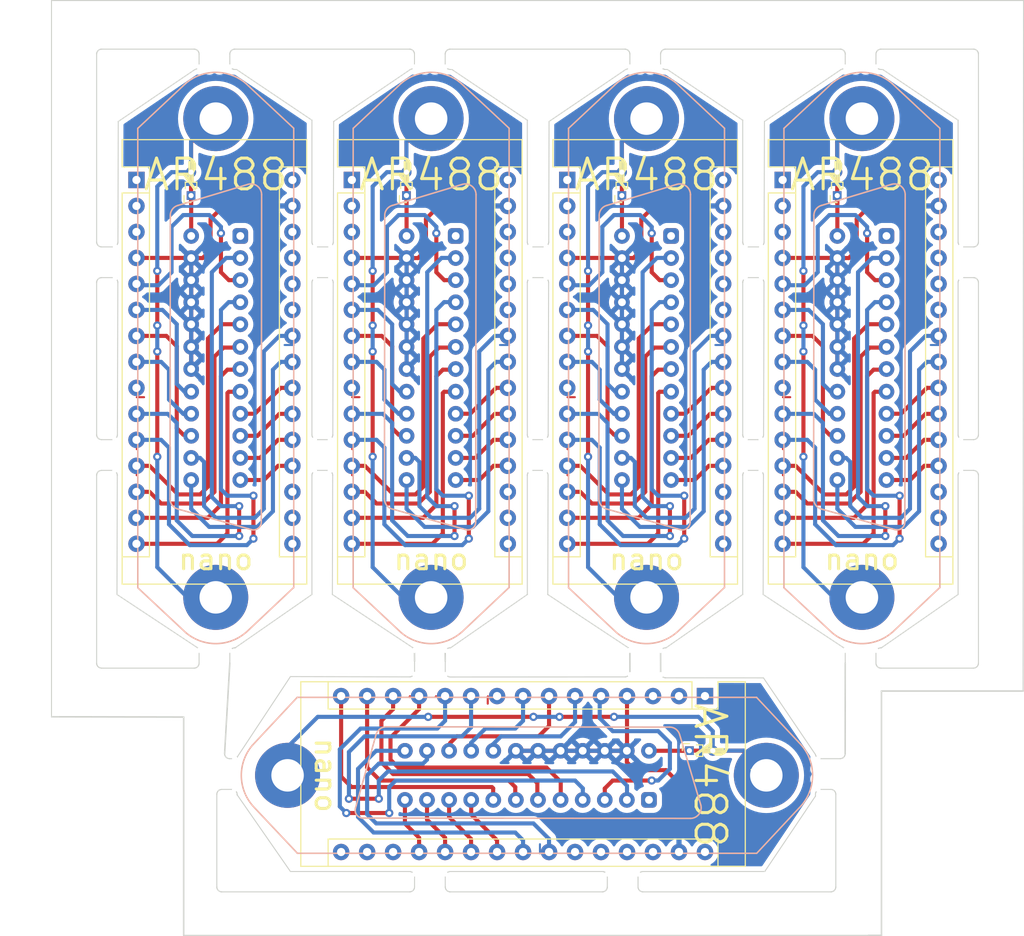
<source format=kicad_pcb>
(kicad_pcb (version 20211014) (generator pcbnew)
  (layers (0 "F.Cu" signal) (31 "B.Cu" signal) (34 "B.Paste" user) (35 "F.Paste" user) (36 "B.SilkS" user "B.Silkscreen") (37 "F.SilkS" user "F.Silkscreen") (38 "B.Mask" user) (39 "F.Mask" user) (44 "Edge.Cuts" user))
  (net 0 "")
  (net 1 "Board_1-Net-(A1-Pad1)")
  (net 2 "Board_1-Net-(A1-Pad10)")
  (net 3 "Board_1-Net-(A1-Pad11)")
  (net 4 "Board_1-Net-(A1-Pad12)")
  (net 5 "Board_1-Net-(A1-Pad13)")
  (net 6 "Board_1-Net-(A1-Pad14)")
  (net 7 "Board_1-Net-(A1-Pad15)")
  (net 8 "Board_1-Net-(A1-Pad16)")
  (net 9 "Board_1-Net-(A1-Pad17)")
  (net 10 "Board_1-Net-(A1-Pad18)")
  (net 11 "Board_1-Net-(A1-Pad19)")
  (net 12 "Board_1-Net-(A1-Pad2)")
  (net 13 "Board_1-Net-(A1-Pad20)")
  (net 14 "Board_1-Net-(A1-Pad21)")
  (net 15 "Board_1-Net-(A1-Pad22)")
  (net 16 "Board_1-Net-(A1-Pad23)")
  (net 17 "Board_1-Net-(A1-Pad24)")
  (net 18 "Board_1-Net-(A1-Pad25)")
  (net 19 "Board_1-Net-(A1-Pad26)")
  (net 20 "Board_1-Net-(A1-Pad27)")
  (net 21 "Board_1-Net-(A1-Pad28)")
  (net 22 "Board_1-Net-(A1-Pad29)")
  (net 23 "Board_1-Net-(A1-Pad3)")
  (net 24 "Board_1-Net-(A1-Pad30)")
  (net 25 "Board_1-Net-(A1-Pad5)")
  (net 26 "Board_1-Net-(A1-Pad6)")
  (net 27 "Board_1-Net-(A1-Pad7)")
  (net 28 "Board_1-Net-(A1-Pad8)")
  (net 29 "Board_1-Net-(A1-Pad9)")
  (net 30 "Board_1-Net-(J1-Pad12)")
  (net 31 "Board_1-Net-(J1-Pad24)")
  (net 32 "Board_2-Net-(A1-Pad1)")
  (net 33 "Board_2-Net-(A1-Pad10)")
  (net 34 "Board_2-Net-(A1-Pad11)")
  (net 35 "Board_2-Net-(A1-Pad12)")
  (net 36 "Board_2-Net-(A1-Pad13)")
  (net 37 "Board_2-Net-(A1-Pad14)")
  (net 38 "Board_2-Net-(A1-Pad15)")
  (net 39 "Board_2-Net-(A1-Pad16)")
  (net 40 "Board_2-Net-(A1-Pad17)")
  (net 41 "Board_2-Net-(A1-Pad18)")
  (net 42 "Board_2-Net-(A1-Pad19)")
  (net 43 "Board_2-Net-(A1-Pad2)")
  (net 44 "Board_2-Net-(A1-Pad20)")
  (net 45 "Board_2-Net-(A1-Pad21)")
  (net 46 "Board_2-Net-(A1-Pad22)")
  (net 47 "Board_2-Net-(A1-Pad23)")
  (net 48 "Board_2-Net-(A1-Pad24)")
  (net 49 "Board_2-Net-(A1-Pad25)")
  (net 50 "Board_2-Net-(A1-Pad26)")
  (net 51 "Board_2-Net-(A1-Pad27)")
  (net 52 "Board_2-Net-(A1-Pad28)")
  (net 53 "Board_2-Net-(A1-Pad29)")
  (net 54 "Board_2-Net-(A1-Pad3)")
  (net 55 "Board_2-Net-(A1-Pad30)")
  (net 56 "Board_2-Net-(A1-Pad5)")
  (net 57 "Board_2-Net-(A1-Pad6)")
  (net 58 "Board_2-Net-(A1-Pad7)")
  (net 59 "Board_2-Net-(A1-Pad8)")
  (net 60 "Board_2-Net-(A1-Pad9)")
  (net 61 "Board_2-Net-(J1-Pad12)")
  (net 62 "Board_2-Net-(J1-Pad24)")
  (net 63 "Board_3-Net-(A1-Pad1)")
  (net 64 "Board_3-Net-(A1-Pad10)")
  (net 65 "Board_3-Net-(A1-Pad11)")
  (net 66 "Board_3-Net-(A1-Pad12)")
  (net 67 "Board_3-Net-(A1-Pad13)")
  (net 68 "Board_3-Net-(A1-Pad14)")
  (net 69 "Board_3-Net-(A1-Pad15)")
  (net 70 "Board_3-Net-(A1-Pad16)")
  (net 71 "Board_3-Net-(A1-Pad17)")
  (net 72 "Board_3-Net-(A1-Pad18)")
  (net 73 "Board_3-Net-(A1-Pad19)")
  (net 74 "Board_3-Net-(A1-Pad2)")
  (net 75 "Board_3-Net-(A1-Pad20)")
  (net 76 "Board_3-Net-(A1-Pad21)")
  (net 77 "Board_3-Net-(A1-Pad22)")
  (net 78 "Board_3-Net-(A1-Pad23)")
  (net 79 "Board_3-Net-(A1-Pad24)")
  (net 80 "Board_3-Net-(A1-Pad25)")
  (net 81 "Board_3-Net-(A1-Pad26)")
  (net 82 "Board_3-Net-(A1-Pad27)")
  (net 83 "Board_3-Net-(A1-Pad28)")
  (net 84 "Board_3-Net-(A1-Pad29)")
  (net 85 "Board_3-Net-(A1-Pad3)")
  (net 86 "Board_3-Net-(A1-Pad30)")
  (net 87 "Board_3-Net-(A1-Pad5)")
  (net 88 "Board_3-Net-(A1-Pad6)")
  (net 89 "Board_3-Net-(A1-Pad7)")
  (net 90 "Board_3-Net-(A1-Pad8)")
  (net 91 "Board_3-Net-(A1-Pad9)")
  (net 92 "Board_3-Net-(J1-Pad12)")
  (net 93 "Board_3-Net-(J1-Pad24)")
  (net 94 "Board_4-Net-(A1-Pad1)")
  (net 95 "Board_4-Net-(A1-Pad10)")
  (net 96 "Board_4-Net-(A1-Pad11)")
  (net 97 "Board_4-Net-(A1-Pad12)")
  (net 98 "Board_4-Net-(A1-Pad13)")
  (net 99 "Board_4-Net-(A1-Pad14)")
  (net 100 "Board_4-Net-(A1-Pad15)")
  (net 101 "Board_4-Net-(A1-Pad16)")
  (net 102 "Board_4-Net-(A1-Pad17)")
  (net 103 "Board_4-Net-(A1-Pad18)")
  (net 104 "Board_4-Net-(A1-Pad19)")
  (net 105 "Board_4-Net-(A1-Pad2)")
  (net 106 "Board_4-Net-(A1-Pad20)")
  (net 107 "Board_4-Net-(A1-Pad21)")
  (net 108 "Board_4-Net-(A1-Pad22)")
  (net 109 "Board_4-Net-(A1-Pad23)")
  (net 110 "Board_4-Net-(A1-Pad24)")
  (net 111 "Board_4-Net-(A1-Pad25)")
  (net 112 "Board_4-Net-(A1-Pad26)")
  (net 113 "Board_4-Net-(A1-Pad27)")
  (net 114 "Board_4-Net-(A1-Pad28)")
  (net 115 "Board_4-Net-(A1-Pad29)")
  (net 116 "Board_4-Net-(A1-Pad3)")
  (net 117 "Board_4-Net-(A1-Pad30)")
  (net 118 "Board_4-Net-(A1-Pad5)")
  (net 119 "Board_4-Net-(A1-Pad6)")
  (net 120 "Board_4-Net-(A1-Pad7)")
  (net 121 "Board_4-Net-(A1-Pad8)")
  (net 122 "Board_4-Net-(A1-Pad9)")
  (net 123 "Board_4-Net-(J1-Pad12)")
  (net 124 "Board_4-Net-(J1-Pad24)")
  (footprint "Connector_Wire:SolderWirePad_1x01_Drill1mm" (layer "F.Cu") (at 57.239001 60.033001)
    (fp_text reference "REF**")
    (fp_text value "SolderWirePad_1x01_Drill1mm")
  )
  (footprint "Module:Arduino_Nano" (layer "F.Cu") (at 51.905001 60.795001)
    (fp_text reference "A1")
    (fp_text value "Arduino_Nano_v3.x")
  )
  (footprint "Connector_PinHeader_1.00mm:PinHeader_1x01_P1.00mm_Horizontal" (layer "F.Cu") (at 57.239001 62.319001 90)
    (fp_text reference "J2")
    (fp_text value "Conn_01x01")
  )
  (footprint "Connector_Wire:SolderWirePad_1x01_Drill1mm" (layer "F.Cu") (at 78.28901 60.033001)
    (fp_text reference "REF**")
    (fp_text value "SolderWirePad_1x01_Drill1mm")
  )
  (footprint "Module:Arduino_Nano" (layer "F.Cu") (at 72.95501 60.795001)
    (fp_text reference "A1")
    (fp_text value "Arduino_Nano_v3.x")
  )
  (footprint "Connector_PinHeader_1.00mm:PinHeader_1x01_P1.00mm_Horizontal" (layer "F.Cu") (at 78.28901 62.319001 90)
    (fp_text reference "J2")
    (fp_text value "Conn_01x01")
  )
  (footprint "Connector_Wire:SolderWirePad_1x01_Drill1mm" (layer "F.Cu") (at 99.339019 60.033001)
    (fp_text reference "REF**")
    (fp_text value "SolderWirePad_1x01_Drill1mm")
  )
  (footprint "Module:Arduino_Nano" (layer "F.Cu") (at 94.005019 60.795001)
    (fp_text reference "A1")
    (fp_text value "Arduino_Nano_v3.x")
  )
  (footprint "Connector_PinHeader_1.00mm:PinHeader_1x01_P1.00mm_Horizontal" (layer "F.Cu") (at 99.339019 62.319001 90)
    (fp_text reference "J2")
    (fp_text value "Conn_01x01")
  )
  (footprint "Connector_Wire:SolderWirePad_1x01_Drill1mm" (layer "F.Cu") (at 120.389028 60.033001)
    (fp_text reference "REF**")
    (fp_text value "SolderWirePad_1x01_Drill1mm")
  )
  (footprint "Module:Arduino_Nano" (layer "F.Cu") (at 115.055028 60.795001)
    (fp_text reference "A1")
    (fp_text value "Arduino_Nano_v3.x")
  )
  (footprint "Connector_PinHeader_1.00mm:PinHeader_1x01_P1.00mm_Horizontal" (layer "F.Cu") (at 120.389028 62.319001 90)
    (fp_text reference "J2")
    (fp_text value "Conn_01x01")
  )
  (footprint "NPTH" (layer "F.Cu") (at 61.025004 49.749)
    (fp_text reference "REF**" hide)
    (fp_text value "NPTH" hide)
  )
  (footprint "NPTH" (layer "F.Cu") (at 60.025004 49.749)
    (fp_text reference "REF**" hide)
    (fp_text value "NPTH" hide)
  )
  (footprint "NPTH" (layer "F.Cu") (at 59.025004 49.749)
    (fp_text reference "REF**" hide)
    (fp_text value "NPTH" hide)
  )
  (footprint "NPTH" (layer "F.Cu") (at 58.025004 49.749)
    (fp_text reference "REF**" hide)
    (fp_text value "NPTH" hide)
  )
  (footprint "NPTH" (layer "F.Cu") (at 58.025004 106.766)
    (fp_text reference "REF**" hide)
    (fp_text value "NPTH" hide)
  )
  (footprint "NPTH" (layer "F.Cu") (at 59.025004 106.766)
    (fp_text reference "REF**" hide)
    (fp_text value "NPTH" hide)
  )
  (footprint "NPTH" (layer "F.Cu") (at 60.025004 106.766)
    (fp_text reference "REF**" hide)
    (fp_text value "NPTH" hide)
  )
  (footprint "NPTH" (layer "F.Cu") (at 61.025004 106.766)
    (fp_text reference "REF**" hide)
    (fp_text value "NPTH" hide)
  )
  (footprint "NPTH" (layer "F.Cu") (at 82.075013 49.749)
    (fp_text reference "REF**" hide)
    (fp_text value "NPTH" hide)
  )
  (footprint "NPTH" (layer "F.Cu") (at 81.075013 49.749)
    (fp_text reference "REF**" hide)
    (fp_text value "NPTH" hide)
  )
  (footprint "NPTH" (layer "F.Cu") (at 80.075013 49.749)
    (fp_text reference "REF**" hide)
    (fp_text value "NPTH" hide)
  )
  (footprint "NPTH" (layer "F.Cu") (at 79.075013 49.749)
    (fp_text reference "REF**" hide)
    (fp_text value "NPTH" hide)
  )
  (footprint "NPTH" (layer "F.Cu") (at 79.075013 106.766)
    (fp_text reference "REF**" hide)
    (fp_text value "NPTH" hide)
  )
  (footprint "NPTH" (layer "F.Cu") (at 80.075013 106.766)
    (fp_text reference "REF**" hide)
    (fp_text value "NPTH" hide)
  )
  (footprint "NPTH" (layer "F.Cu") (at 81.075013 106.766)
    (fp_text reference "REF**" hide)
    (fp_text value "NPTH" hide)
  )
  (footprint "NPTH" (layer "F.Cu") (at 82.075013 106.766)
    (fp_text reference "REF**" hide)
    (fp_text value "NPTH" hide)
  )
  (footprint "NPTH" (layer "F.Cu") (at 103.125022 49.749)
    (fp_text reference "REF**" hide)
    (fp_text value "NPTH" hide)
  )
  (footprint "NPTH" (layer "F.Cu") (at 102.125022 49.749)
    (fp_text reference "REF**" hide)
    (fp_text value "NPTH" hide)
  )
  (footprint "NPTH" (layer "F.Cu") (at 101.125022 49.749)
    (fp_text reference "REF**" hide)
    (fp_text value "NPTH" hide)
  )
  (footprint "NPTH" (layer "F.Cu") (at 100.125022 49.749)
    (fp_text reference "REF**" hide)
    (fp_text value "NPTH" hide)
  )
  (footprint "NPTH" (layer "F.Cu") (at 100.125022 106.766)
    (fp_text reference "REF**" hide)
    (fp_text value "NPTH" hide)
  )
  (footprint "NPTH" (layer "F.Cu") (at 101.125022 106.766)
    (fp_text reference "REF**" hide)
    (fp_text value "NPTH" hide)
  )
  (footprint "NPTH" (layer "F.Cu") (at 102.125022 106.766)
    (fp_text reference "REF**" hide)
    (fp_text value "NPTH" hide)
  )
  (footprint "NPTH" (layer "F.Cu") (at 103.125022 106.766)
    (fp_text reference "REF**" hide)
    (fp_text value "NPTH" hide)
  )
  (footprint "NPTH" (layer "F.Cu") (at 124.175031 49.749)
    (fp_text reference "REF**" hide)
    (fp_text value "NPTH" hide)
  )
  (footprint "NPTH" (layer "F.Cu") (at 123.175031 49.749)
    (fp_text reference "REF**" hide)
    (fp_text value "NPTH" hide)
  )
  (footprint "NPTH" (layer "F.Cu") (at 122.175031 49.749)
    (fp_text reference "REF**" hide)
    (fp_text value "NPTH" hide)
  )
  (footprint "NPTH" (layer "F.Cu") (at 121.175031 49.749)
    (fp_text reference "REF**" hide)
    (fp_text value "NPTH" hide)
  )
  (footprint "NPTH" (layer "F.Cu") (at 121.175031 106.766)
    (fp_text reference "REF**" hide)
    (fp_text value "NPTH" hide)
  )
  (footprint "NPTH" (layer "F.Cu") (at 122.175031 106.766)
    (fp_text reference "REF**" hide)
    (fp_text value "NPTH" hide)
  )
  (footprint "NPTH" (layer "F.Cu") (at 123.175031 106.766)
    (fp_text reference "REF**" hide)
    (fp_text value "NPTH" hide)
  )
  (footprint "NPTH" (layer "F.Cu") (at 124.175031 106.766)
    (fp_text reference "REF**" hide)
    (fp_text value "NPTH" hide)
  )
  (footprint "NPTH" (layer "F.Cu") (at 49.842324 67.337649)
    (fp_text reference "REF**" hide)
    (fp_text value "NPTH" hide)
  )
  (footprint "NPTH" (layer "F.Cu") (at 49.839576 68.337649)
    (fp_text reference "REF**" hide)
    (fp_text value "NPTH" hide)
  )
  (footprint "NPTH" (layer "F.Cu") (at 49.836829 69.337649)
    (fp_text reference "REF**" hide)
    (fp_text value "NPTH" hide)
  )
  (footprint "NPTH" (layer "F.Cu") (at 49.834082 70.337649)
    (fp_text reference "REF**" hide)
    (fp_text value "NPTH" hide)
  )
  (footprint "NPTH" (layer "F.Cu") (at 49.79057 86.175985)
    (fp_text reference "REF**" hide)
    (fp_text value "NPTH" hide)
  )
  (footprint "NPTH" (layer "F.Cu") (at 49.787823 87.175985)
    (fp_text reference "REF**" hide)
    (fp_text value "NPTH" hide)
  )
  (footprint "NPTH" (layer "F.Cu") (at 49.785076 88.175985)
    (fp_text reference "REF**" hide)
    (fp_text value "NPTH" hide)
  )
  (footprint "NPTH" (layer "F.Cu") (at 49.782328 89.175985)
    (fp_text reference "REF**" hide)
    (fp_text value "NPTH" hide)
  )
  (footprint "NPTH" (layer "F.Cu") (at 69.301 70.338336)
    (fp_text reference "REF**" hide)
    (fp_text value "NPTH" hide)
  )
  (footprint "NPTH" (layer "F.Cu") (at 69.301 69.338336)
    (fp_text reference "REF**" hide)
    (fp_text value "NPTH" hide)
  )
  (footprint "NPTH" (layer "F.Cu") (at 69.301 68.338336)
    (fp_text reference "REF**" hide)
    (fp_text value "NPTH" hide)
  )
  (footprint "NPTH" (layer "F.Cu") (at 69.301 67.338336)
    (fp_text reference "REF**" hide)
    (fp_text value "NPTH" hide)
  )
  (footprint "NPTH" (layer "F.Cu") (at 69.301 89.176672)
    (fp_text reference "REF**" hide)
    (fp_text value "NPTH" hide)
  )
  (footprint "NPTH" (layer "F.Cu") (at 69.301 88.176672)
    (fp_text reference "REF**" hide)
    (fp_text value "NPTH" hide)
  )
  (footprint "NPTH" (layer "F.Cu") (at 69.301 87.176672)
    (fp_text reference "REF**" hide)
    (fp_text value "NPTH" hide)
  )
  (footprint "NPTH" (layer "F.Cu") (at 69.301 86.176672)
    (fp_text reference "REF**" hide)
    (fp_text value "NPTH" hide)
  )
  (footprint "NPTH" (layer "F.Cu") (at 70.892324 67.337649)
    (fp_text reference "REF**" hide)
    (fp_text value "NPTH" hide)
  )
  (footprint "NPTH" (layer "F.Cu") (at 70.889576 68.337649)
    (fp_text reference "REF**" hide)
    (fp_text value "NPTH" hide)
  )
  (footprint "NPTH" (layer "F.Cu") (at 70.886829 69.337649)
    (fp_text reference "REF**" hide)
    (fp_text value "NPTH" hide)
  )
  (footprint "NPTH" (layer "F.Cu") (at 70.884082 70.337649)
    (fp_text reference "REF**" hide)
    (fp_text value "NPTH" hide)
  )
  (footprint "NPTH" (layer "F.Cu") (at 70.84057 86.175985)
    (fp_text reference "REF**" hide)
    (fp_text value "NPTH" hide)
  )
  (footprint "NPTH" (layer "F.Cu") (at 70.837823 87.175985)
    (fp_text reference "REF**" hide)
    (fp_text value "NPTH" hide)
  )
  (footprint "NPTH" (layer "F.Cu") (at 70.835076 88.175985)
    (fp_text reference "REF**" hide)
    (fp_text value "NPTH" hide)
  )
  (footprint "NPTH" (layer "F.Cu") (at 70.832328 89.175985)
    (fp_text reference "REF**" hide)
    (fp_text value "NPTH" hide)
  )
  (footprint "NPTH" (layer "F.Cu") (at 90.351 70.338336)
    (fp_text reference "REF**" hide)
    (fp_text value "NPTH" hide)
  )
  (footprint "NPTH" (layer "F.Cu") (at 90.351 69.338336)
    (fp_text reference "REF**" hide)
    (fp_text value "NPTH" hide)
  )
  (footprint "NPTH" (layer "F.Cu") (at 90.351 68.338336)
    (fp_text reference "REF**" hide)
    (fp_text value "NPTH" hide)
  )
  (footprint "NPTH" (layer "F.Cu") (at 90.351 67.338336)
    (fp_text reference "REF**" hide)
    (fp_text value "NPTH" hide)
  )
  (footprint "NPTH" (layer "F.Cu") (at 90.351 89.176672)
    (fp_text reference "REF**" hide)
    (fp_text value "NPTH" hide)
  )
  (footprint "NPTH" (layer "F.Cu") (at 90.351 88.176672)
    (fp_text reference "REF**" hide)
    (fp_text value "NPTH" hide)
  )
  (footprint "NPTH" (layer "F.Cu") (at 90.351 87.176672)
    (fp_text reference "REF**" hide)
    (fp_text value "NPTH" hide)
  )
  (footprint "NPTH" (layer "F.Cu") (at 90.351 86.176672)
    (fp_text reference "REF**" hide)
    (fp_text value "NPTH" hide)
  )
  (footprint "NPTH" (layer "F.Cu") (at 91.942324 67.337649)
    (fp_text reference "REF**" hide)
    (fp_text value "NPTH" hide)
  )
  (footprint "NPTH" (layer "F.Cu") (at 91.939576 68.337649)
    (fp_text reference "REF**" hide)
    (fp_text value "NPTH" hide)
  )
  (footprint "NPTH" (layer "F.Cu") (at 91.936829 69.337649)
    (fp_text reference "REF**" hide)
    (fp_text value "NPTH" hide)
  )
  (footprint "NPTH" (layer "F.Cu") (at 91.934082 70.337649)
    (fp_text reference "REF**" hide)
    (fp_text value "NPTH" hide)
  )
  (footprint "NPTH" (layer "F.Cu") (at 91.89057 86.175985)
    (fp_text reference "REF**" hide)
    (fp_text value "NPTH" hide)
  )
  (footprint "NPTH" (layer "F.Cu") (at 91.887823 87.175985)
    (fp_text reference "REF**" hide)
    (fp_text value "NPTH" hide)
  )
  (footprint "NPTH" (layer "F.Cu") (at 91.885076 88.175985)
    (fp_text reference "REF**" hide)
    (fp_text value "NPTH" hide)
  )
  (footprint "NPTH" (layer "F.Cu") (at 91.882328 89.175985)
    (fp_text reference "REF**" hide)
    (fp_text value "NPTH" hide)
  )
  (footprint "NPTH" (layer "F.Cu") (at 111.401 70.338336)
    (fp_text reference "REF**" hide)
    (fp_text value "NPTH" hide)
  )
  (footprint "NPTH" (layer "F.Cu") (at 111.401 69.338336)
    (fp_text reference "REF**" hide)
    (fp_text value "NPTH" hide)
  )
  (footprint "NPTH" (layer "F.Cu") (at 111.401 68.338336)
    (fp_text reference "REF**" hide)
    (fp_text value "NPTH" hide)
  )
  (footprint "NPTH" (layer "F.Cu") (at 111.401 67.338336)
    (fp_text reference "REF**" hide)
    (fp_text value "NPTH" hide)
  )
  (footprint "NPTH" (layer "F.Cu") (at 111.401 89.176672)
    (fp_text reference "REF**" hide)
    (fp_text value "NPTH" hide)
  )
  (footprint "NPTH" (layer "F.Cu") (at 111.401 88.176672)
    (fp_text reference "REF**" hide)
    (fp_text value "NPTH" hide)
  )
  (footprint "NPTH" (layer "F.Cu") (at 111.401 87.176672)
    (fp_text reference "REF**" hide)
    (fp_text value "NPTH" hide)
  )
  (footprint "NPTH" (layer "F.Cu") (at 111.401 86.176672)
    (fp_text reference "REF**" hide)
    (fp_text value "NPTH" hide)
  )
  (footprint "NPTH" (layer "F.Cu") (at 112.992324 67.337649)
    (fp_text reference "REF**" hide)
    (fp_text value "NPTH" hide)
  )
  (footprint "NPTH" (layer "F.Cu") (at 112.989576 68.337649)
    (fp_text reference "REF**" hide)
    (fp_text value "NPTH" hide)
  )
  (footprint "NPTH" (layer "F.Cu") (at 112.986829 69.337649)
    (fp_text reference "REF**" hide)
    (fp_text value "NPTH" hide)
  )
  (footprint "NPTH" (layer "F.Cu") (at 112.984082 70.337649)
    (fp_text reference "REF**" hide)
    (fp_text value "NPTH" hide)
  )
  (footprint "NPTH" (layer "F.Cu") (at 112.94057 86.175985)
    (fp_text reference "REF**" hide)
    (fp_text value "NPTH" hide)
  )
  (footprint "NPTH" (layer "F.Cu") (at 112.937823 87.175985)
    (fp_text reference "REF**" hide)
    (fp_text value "NPTH" hide)
  )
  (footprint "NPTH" (layer "F.Cu") (at 112.935076 88.175985)
    (fp_text reference "REF**" hide)
    (fp_text value "NPTH" hide)
  )
  (footprint "NPTH" (layer "F.Cu") (at 112.932328 89.175985)
    (fp_text reference "REF**" hide)
    (fp_text value "NPTH" hide)
  )
  (footprint "NPTH" (layer "F.Cu") (at 132.451 70.338336)
    (fp_text reference "REF**" hide)
    (fp_text value "NPTH" hide)
  )
  (footprint "NPTH" (layer "F.Cu") (at 132.451 69.338336)
    (fp_text reference "REF**" hide)
    (fp_text value "NPTH" hide)
  )
  (footprint "NPTH" (layer "F.Cu") (at 132.451 68.338336)
    (fp_text reference "REF**" hide)
    (fp_text value "NPTH" hide)
  )
  (footprint "NPTH" (layer "F.Cu") (at 132.451 67.338336)
    (fp_text reference "REF**" hide)
    (fp_text value "NPTH" hide)
  )
  (footprint "NPTH" (layer "F.Cu") (at 132.451 89.176672)
    (fp_text reference "REF**" hide)
    (fp_text value "NPTH" hide)
  )
  (footprint "NPTH" (layer "F.Cu") (at 132.451 88.176672)
    (fp_text reference "REF**" hide)
    (fp_text value "NPTH" hide)
  )
  (footprint "NPTH" (layer "F.Cu") (at 132.451 87.176672)
    (fp_text reference "REF**" hide)
    (fp_text value "NPTH" hide)
  )
  (footprint "NPTH" (layer "F.Cu") (at 132.451 86.176672)
    (fp_text reference "REF**" hide)
    (fp_text value "NPTH" hide)
  )
  (footprint "NPTH" (layer "F.Cu") (at 100.921424 128.63084 -90)
    (fp_text reference "REF**" hide)
    (fp_text value "NPTH" hide)
  )
  (footprint "NPTH" (layer "F.Cu") (at 80.083775 109.114916 -90)
    (fp_text reference "REF**" hide)
    (fp_text value "NPTH" hide)
  )
  (footprint "NPTH" (layer "F.Cu") (at 79.083775 109.112168 -90)
    (fp_text reference "REF**" hide)
    (fp_text value "NPTH" hide)
  )
  (footprint "NPTH" (layer "F.Cu") (at 61.49376 120.354871 -90)
    (fp_text reference "REF**" hide)
    (fp_text value "NPTH" hide)
  )
  (footprint "Connector_PinHeader_1.00mm:PinHeader_1x01_P1.00mm_Horizontal" (layer "F.Cu") (at 105.940759 116.568868)
    (fp_text reference "J2")
    (fp_text value "Conn_01x01")
  )
  (footprint "NPTH" (layer "F.Cu") (at 61.49376 119.354871 -90)
    (fp_text reference "REF**" hide)
    (fp_text value "NPTH" hide)
  )
  (footprint "NPTH" (layer "F.Cu") (at 79.083088 128.63084 -90)
    (fp_text reference "REF**" hide)
    (fp_text value "NPTH" hide)
  )
  (footprint "NPTH" (layer "F.Cu") (at 118.51076 117.354871 -90)
    (fp_text reference "REF**" hide)
    (fp_text value "NPTH" hide)
  )
  (footprint "NPTH" (layer "F.Cu") (at 61.49376 117.354871 -90)
    (fp_text reference "REF**" hide)
    (fp_text value "NPTH" hide)
  )
  (footprint "NPTH" (layer "F.Cu") (at 61.49376 118.354871 -90)
    (fp_text reference "REF**" hide)
    (fp_text value "NPTH" hide)
  )
  (footprint "NPTH" (layer "F.Cu") (at 82.083088 128.63084 -90)
    (fp_text reference "REF**" hide)
    (fp_text value "NPTH" hide)
  )
  (footprint "NPTH" (layer "F.Cu") (at 80.083088 128.63084 -90)
    (fp_text reference "REF**" hide)
    (fp_text value "NPTH" hide)
  )
  (footprint "NPTH" (layer "F.Cu") (at 81.083088 128.63084 -90)
    (fp_text reference "REF**" hide)
    (fp_text value "NPTH" hide)
  )
  (footprint "NPTH" (layer "F.Cu") (at 118.51076 120.354871 -90)
    (fp_text reference "REF**" hide)
    (fp_text value "NPTH" hide)
  )
  (footprint "NPTH" (layer "F.Cu") (at 118.51076 119.354871 -90)
    (fp_text reference "REF**" hide)
    (fp_text value "NPTH" hide)
  )
  (footprint "NPTH" (layer "F.Cu") (at 118.51076 118.354871 -90)
    (fp_text reference "REF**" hide)
    (fp_text value "NPTH" hide)
  )
  (footprint "Connector_Wire:SolderWirePad_1x01_Drill1mm" (layer "F.Cu") (at 108.226759 116.568868 -90)
    (fp_text reference "REF**")
    (fp_text value "SolderWirePad_1x01_Drill1mm")
  )
  (footprint "NPTH" (layer "F.Cu") (at 97.921424 128.63084 -90)
    (fp_text reference "REF**" hide)
    (fp_text value "NPTH" hide)
  )
  (footprint "NPTH" (layer "F.Cu") (at 98.921424 128.63084 -90)
    (fp_text reference "REF**" hide)
    (fp_text value "NPTH" hide)
  )
  (footprint "Module:Arduino_Nano" (layer "F.Cu") (at 107.464759 111.234868 -90)
    (fp_text reference "A1")
    (fp_text value "Arduino_Nano_v3.x")
  )
  (footprint "NPTH" (layer "F.Cu") (at 82.083775 109.12041 -90)
    (fp_text reference "REF**" hide)
    (fp_text value "NPTH" hide)
  )
  (footprint "NPTH" (layer "F.Cu") (at 81.083775 109.117663 -90)
    (fp_text reference "REF**" hide)
    (fp_text value "NPTH" hide)
  )
  (footprint "NPTH" (layer "F.Cu") (at 99.921424 128.63084 -90)
    (fp_text reference "REF**" hide)
    (fp_text value "NPTH" hide)
  )
  (footprint "NPTH" (layer "F.Cu") (at 102.157311 109.144016 -90)
    (fp_text reference "REF**" hide)
    (fp_text value "NPTH" hide)
  )
  (footprint "NPTH" (layer "F.Cu") (at 100.157311 109.138522 -90)
    (fp_text reference "REF**" hide)
    (fp_text value "NPTH" hide)
  )
  (footprint "NPTH" (layer "F.Cu") (at 103.157311 109.146764 -90)
    (fp_text reference "REF**" hide)
    (fp_text value "NPTH" hide)
  )
  (footprint "NPTH" (layer "F.Cu") (at 101.157311 109.141269 -90)
    (fp_text reference "REF**" hide)
    (fp_text value "NPTH" hide)
  )
  (footprint "microribbon:Microribbon-24" (layer "B.Cu") (at 59.652001 78.194001)
    (fp_text reference "J1")
    (fp_text value "Conn_02x12_Top_Bottom")
  )
  (footprint "microribbon:Microribbon-24" (layer "B.Cu") (at 80.70201 78.194001)
    (fp_text reference "J1")
    (fp_text value "Conn_02x12_Top_Bottom")
  )
  (footprint "microribbon:Microribbon-24" (layer "B.Cu") (at 101.752019 78.194001)
    (fp_text reference "J1")
    (fp_text value "Conn_02x12_Top_Bottom")
  )
  (footprint "microribbon:Microribbon-24" (layer "B.Cu") (at 122.802028 78.194001)
    (fp_text reference "J1")
    (fp_text value "Conn_02x12_Top_Bottom")
  )
  (footprint "microribbon:Microribbon-24" (layer "B.Cu") (at 90.065759 118.981868 -90)
    (fp_text reference "J1")
    (fp_text value "Conn_02x12_Top_Bottom")
  )
  (gr_arc (start 118.11 64.262) (mid 118.325183 63.636741) (end 118.879584 63.276335) (layer "B.SilkS") (width 0.15))
  (gr_arc (start 75.311001 115.030732) (mid 75.682499 114.45927) (end 76.327 114.237464) (layer "B.SilkS") (width 0.15))
  (gr_arc (start 76.930732 92.963999) (mid 76.35927 92.592501) (end 76.137464 91.948) (layer "B.SilkS") (width 0.15))
  (gr_line (start 83.788732 61.214001) (end 76.938316 63.276335) (layer "B.SilkS") (width 0.15))
  (gr_arc (start 104.013 114.268732) (mid 104.638259 114.483915) (end 104.998665 115.038316) (layer "B.SilkS") (width 0.15))
  (gr_arc (start 106.013732 94.234) (mid 105.697281 94.852167) (end 105.010766 94.956897) (layer "B.SilkS") (width 0.15))
  (gr_line (start 84.055766 94.956897) (end 76.930732 92.963999) (layer "B.SilkS") (width 0.15))
  (gr_arc (start 118.872 92.963999) (mid 118.300538 92.592501) (end 118.078732 91.948) (layer "B.SilkS") (width 0.15))
  (gr_line (start 127.031268 62.23) (end 127 94.234) (layer "B.SilkS") (width 0.15))
  (gr_arc (start 97.123732 64.262) (mid 97.338915 63.636741) (end 97.893316 63.276335) (layer "B.SilkS") (width 0.15))
  (gr_line (start 62.833732 61.214001) (end 55.983316 63.276335) (layer "B.SilkS") (width 0.15))
  (gr_line (start 85.09 62.23) (end 85.058732 94.234) (layer "B.SilkS") (width 0.15))
  (gr_arc (start 62.833732 61.214001) (mid 63.732233 61.404538) (end 64.135 62.23) (layer "B.SilkS") (width 0.15))
  (gr_arc (start 97.885732 92.963999) (mid 97.31427 92.592501) (end 97.092464 91.948) (layer "B.SilkS") (width 0.15))
  (gr_arc (start 76.168732 64.262) (mid 76.383915 63.636741) (end 76.938316 63.276335) (layer "B.SilkS") (width 0.15))
  (gr_arc (start 55.213732 64.262) (mid 55.428915 63.636741) (end 55.983316 63.276335) (layer "B.SilkS") (width 0.15))
  (gr_line (start 125.997034 94.956897) (end 118.872 92.963999) (layer "B.SilkS") (width 0.15))
  (gr_line (start 106.045 123.19) (end 74.041 123.158732) (layer "B.SilkS") (width 0.15))
  (gr_arc (start 104.743732 61.214001) (mid 105.642233 61.404538) (end 106.045 62.23) (layer "B.SilkS") (width 0.15))
  (gr_line (start 106.045 62.23) (end 106.013732 94.234) (layer "B.SilkS") (width 0.15))
  (gr_arc (start 74.041 123.158732) (mid 73.422833 122.842281) (end 73.318103 122.155766) (layer "B.SilkS") (width 0.15))
  (gr_line (start 63.100766 94.956897) (end 55.975732 92.963999) (layer "B.SilkS") (width 0.15))
  (gr_arc (start 83.788732 61.214001) (mid 84.687233 61.404538) (end 85.09 62.23) (layer "B.SilkS") (width 0.15))
  (gr_arc (start 85.058732 94.234) (mid 84.742281 94.852167) (end 84.055766 94.956897) (layer "B.SilkS") (width 0.15))
  (gr_line (start 107.060999 121.888732) (end 104.998665 115.038316) (layer "B.SilkS") (width 0.15))
  (gr_arc (start 107.060999 121.888732) (mid 106.870462 122.787233) (end 106.045 123.19) (layer "B.SilkS") (width 0.15))
  (gr_line (start 64.135 62.23) (end 64.103732 94.234) (layer "B.SilkS") (width 0.15))
  (gr_line (start 97.123732 64.262) (end 97.092464 91.948) (layer "B.SilkS") (width 0.15))
  (gr_line (start 125.73 61.214001) (end 118.879584 63.276335) (layer "B.SilkS") (width 0.15))
  (gr_arc (start 55.975732 92.963999) (mid 55.40427 92.592501) (end 55.182464 91.948) (layer "B.SilkS") (width 0.15))
  (gr_line (start 105.010766 94.956897) (end 97.885732 92.963999) (layer "B.SilkS") (width 0.15))
  (gr_line (start 76.168732 64.262) (end 76.137464 91.948) (layer "B.SilkS") (width 0.15))
  (gr_arc (start 127 94.234) (mid 126.683549 94.852167) (end 125.997034 94.956897) (layer "B.SilkS") (width 0.15))
  (gr_line (start 118.11 64.262) (end 118.078732 91.948) (layer "B.SilkS") (width 0.15))
  (gr_line (start 55.213732 64.262) (end 55.182464 91.948) (layer "B.SilkS") (width 0.15))
  (gr_arc (start 64.103732 94.234) (mid 63.787281 94.852167) (end 63.100766 94.956897) (layer "B.SilkS") (width 0.15))
  (gr_line (start 73.318103 122.155766) (end 75.311001 115.030732) (layer "B.SilkS") (width 0.15))
  (gr_line (start 104.013 114.268732) (end 76.327 114.237464) (layer "B.SilkS") (width 0.15))
  (gr_arc (start 125.73 61.214001) (mid 126.628501 61.404538) (end 127.031268 62.23) (layer "B.SilkS") (width 0.15))
  (gr_line (start 104.743732 61.214001) (end 97.893316 63.276335) (layer "B.SilkS") (width 0.15))
  (gr_line (start 101.27016 128.40194) (end 101.31686 128.39024) (layer "Edge.Cuts") (width 0.1))
  (gr_line (start 101.31686 128.39024) (end 101.36436 128.38324) (layer "Edge.Cuts") (width 0.1))
  (gr_line (start 101.36436 128.38324) (end 101.41266 128.38084) (layer "Edge.Cuts") (width 0.1))
  (gr_line (start 101.41266 128.38084) (end 113.30026 128.38084) (layer "Edge.Cuts") (width 0.1))
  (gr_line (start 113.30026 128.38084) (end 113.30656 128.37954) (layer "Edge.Cuts") (width 0.1))
  (gr_line (start 113.30656 128.37954) (end 113.31116 128.37504) (layer "Edge.Cuts") (width 0.1))
  (gr_line (start 113.31116 128.37504) (end 118.25696 121.01984) (layer "Edge.Cuts") (width 0.1))
  (gr_line (start 97.70266 130.28724) (end 97.66136 130.31204) (layer "Edge.Cuts") (width 0.1))
  (gr_line (start 97.66136 130.31204) (end 97.61796 130.33254) (layer "Edge.Cuts") (width 0.1))
  (gr_line (start 97.61796 130.33254) (end 97.57266 130.34874) (layer "Edge.Cuts") (width 0.1))
  (gr_line (start 97.57266 130.34874) (end 97.52606 130.36044) (layer "Edge.Cuts") (width 0.1))
  (gr_line (start 97.52606 130.36044) (end 97.47846 130.36754) (layer "Edge.Cuts") (width 0.1))
  (gr_line (start 97.47846 130.36754) (end 97.43016 130.36984) (layer "Edge.Cuts") (width 0.1))
  (gr_line (start 97.43016 130.36984) (end 82.57436 130.36984) (layer "Edge.Cuts") (width 0.1))
  (gr_line (start 82.43076 109.35034) (end 82.38566 109.33404) (layer "Edge.Cuts") (width 0.1))
  (gr_line (start 82.10516 109.02374) (end 82.09346 108.97714) (layer "Edge.Cuts") (width 0.1))
  (gr_line (start 82.09346 108.97714) (end 82.08646 108.92974) (layer "Edge.Cuts") (width 0.1))
  (gr_line (start 82.12126 109.06894) (end 82.10516 109.02374) (layer "Edge.Cuts") (width 0.1))
  (gr_line (start 82.08646 108.92974) (end 82.08406 108.88154) (layer "Edge.Cuts") (width 0.1))
  (gr_line (start 78.97086 128.56004) (end 78.99946 128.59864) (layer "Edge.Cuts") (width 0.1))
  (gr_line (start 78.99946 128.59864) (end 79.02426 128.63984) (layer "Edge.Cuts") (width 0.1))
  (gr_line (start 79.02426 128.63984) (end 79.04476 128.68334) (layer "Edge.Cuts") (width 0.1))
  (gr_line (start 79.04476 128.68334) (end 79.06096 128.72864) (layer "Edge.Cuts") (width 0.1))
  (gr_line (start 79.06096 128.72864) (end 79.07266 128.77524) (layer "Edge.Cuts") (width 0.1))
  (gr_line (start 79.07266 128.77524) (end 79.07976 128.82284) (layer "Edge.Cuts") (width 0.1))
  (gr_line (start 79.07976 128.82284) (end 79.08206 128.87104) (layer "Edge.Cuts") (width 0.1))
  (gr_line (start 79.08206 128.87104) (end 79.08206 129.87964) (layer "Edge.Cuts") (width 0.1))
  (gr_line (start 79.08206 129.87964) (end 79.07976 129.92794) (layer "Edge.Cuts") (width 0.1))
  (gr_line (start 82.30116 109.28874) (end 82.26266 109.26004) (layer "Edge.Cuts") (width 0.1))
  (gr_line (start 82.26266 109.26004) (end 82.22716 109.22774) (layer "Edge.Cuts") (width 0.1))
  (gr_line (start 82.08406 108.88154) (end 82.08406 107.82104) (layer "Edge.Cuts") (width 0.1))
  (gr_line (start 61.52386 117.33254) (end 61.47696 117.34434) (layer "Edge.Cuts") (width 0.1))
  (gr_line (start 61.47696 117.34434) (end 61.42916 117.35144) (layer "Edge.Cuts") (width 0.1))
  (gr_line (start 61.42916 117.35144) (end 61.38066 117.35384) (layer "Edge.Cuts") (width 0.1))
  (gr_line (start 61.38066 117.35384) (end 61.00696 117.35384) (layer "Edge.Cuts") (width 0.1))
  (gr_line (start 61.00696 117.35384) (end 60.95876 117.35154) (layer "Edge.Cuts") (width 0.1))
  (gr_line (start 60.95876 117.35154) (end 60.91116 117.34444) (layer "Edge.Cuts") (width 0.1))
  (gr_line (start 60.91116 117.34444) (end 60.86456 117.33274) (layer "Edge.Cuts") (width 0.1))
  (gr_line (start 100.92246 129.87964) (end 100.92246 128.87104) (layer "Edge.Cuts") (width 0.1))
  (gr_line (start 100.92246 128.87104) (end 100.92476 128.82284) (layer "Edge.Cuts") (width 0.1))
  (gr_line (start 100.92476 128.82284) (end 100.93186 128.77524) (layer "Edge.Cuts") (width 0.1))
  (gr_line (start 100.93186 128.77524) (end 100.94356 128.72864) (layer "Edge.Cuts") (width 0.1))
  (gr_line (start 100.94356 128.72864) (end 100.95976 128.68334) (layer "Edge.Cuts") (width 0.1))
  (gr_line (start 100.95976 128.68334) (end 100.98026 128.63984) (layer "Edge.Cuts") (width 0.1))
  (gr_line (start 100.98026 128.63984) (end 101.00506 128.59864) (layer "Edge.Cuts") (width 0.1))
  (gr_line (start 60.59936 117.13614) (end 60.57466 117.09484) (layer "Edge.Cuts") (width 0.1))
  (gr_line (start 60.57466 117.09484) (end 60.55406 117.05134) (layer "Edge.Cuts") (width 0.1))
  (gr_line (start 60.55406 117.05134) (end 60.53786 117.00614) (layer "Edge.Cuts") (width 0.1))
  (gr_line (start 60.53786 117.00614) (end 60.52616 116.95944) (layer "Edge.Cuts") (width 0.1))
  (gr_line (start 60.52616 116.95944) (end 60.51916 116.91194) (layer "Edge.Cuts") (width 0.1))
  (gr_line (start 60.51916 116.91194) (end 60.51676 116.86364) (layer "Edge.Cuts") (width 0.1))
  (gr_line (start 120.22866 130.02214) (end 120.21246 130.06734) (layer "Edge.Cuts") (width 0.1))
  (gr_line (start 120.21246 130.06734) (end 120.19186 130.11084) (layer "Edge.Cuts") (width 0.1))
  (gr_line (start 120.19186 130.11084) (end 120.16716 130.15214) (layer "Edge.Cuts") (width 0.1))
  (gr_line (start 120.16716 130.15214) (end 120.13856 130.19074) (layer "Edge.Cuts") (width 0.1))
  (gr_line (start 120.13856 130.19074) (end 120.10626 130.22634) (layer "Edge.Cuts") (width 0.1))
  (gr_line (start 120.10626 130.22634) (end 120.07056 130.25864) (layer "Edge.Cuts") (width 0.1))
  (gr_line (start 120.07056 130.25864) (end 120.03196 130.28724) (layer "Edge.Cuts") (width 0.1))
  (gr_line (start 120.03196 130.28724) (end 119.99076 130.31204) (layer "Edge.Cuts") (width 0.1))
  (gr_line (start 60.86456 117.33274) (end 60.81926 117.31654) (layer "Edge.Cuts") (width 0.1))
  (gr_line (start 60.81926 117.31654) (end 60.77576 117.29604) (layer "Edge.Cuts") (width 0.1))
  (gr_line (start 60.77576 117.29604) (end 60.73456 117.27124) (layer "Edge.Cuts") (width 0.1))
  (gr_line (start 60.73456 117.27124) (end 60.69586 117.24264) (layer "Edge.Cuts") (width 0.1))
  (gr_line (start 60.69586 117.24264) (end 60.66026 117.21034) (layer "Edge.Cuts") (width 0.1))
  (gr_line (start 60.66026 117.21034) (end 60.62796 117.17474) (layer "Edge.Cuts") (width 0.1))
  (gr_line (start 60.62796 117.17474) (end 60.59936 117.13614) (layer "Edge.Cuts") (width 0.1))
  (gr_line (start 120.21246 120.65834) (end 120.22866 120.70364) (layer "Edge.Cuts") (width 0.1))
  (gr_line (start 120.22866 120.70364) (end 120.24036 120.75024) (layer "Edge.Cuts") (width 0.1))
  (gr_line (start 120.24036 120.75024) (end 120.24736 120.79784) (layer "Edge.Cuts") (width 0.1))
  (gr_line (start 120.24736 120.79784) (end 120.24976 120.84614) (layer "Edge.Cuts") (width 0.1))
  (gr_line (start 120.24976 120.84614) (end 120.24976 129.87964) (layer "Edge.Cuts") (width 0.1))
  (gr_line (start 120.24976 129.87964) (end 120.24736 129.92794) (layer "Edge.Cuts") (width 0.1))
  (gr_line (start 120.24736 129.92794) (end 120.24036 129.97544) (layer "Edge.Cuts") (width 0.1))
  (gr_line (start 120.24036 129.97544) (end 120.22866 130.02214) (layer "Edge.Cuts") (width 0.1))
  (gr_line (start 118.36436 117.17524) (end 118.33576 117.13674) (layer "Edge.Cuts") (width 0.1))
  (gr_line (start 118.33576 117.13674) (end 118.31096 117.09564) (layer "Edge.Cuts") (width 0.1))
  (gr_line (start 118.31096 117.09564) (end 118.29036 117.05224) (layer "Edge.Cuts") (width 0.1))
  (gr_line (start 118.29036 117.05224) (end 118.27406 117.00704) (layer "Edge.Cuts") (width 0.1))
  (gr_line (start 118.27406 117.00704) (end 118.26016 116.95024) (layer "Edge.Cuts") (width 0.1))
  (gr_line (start 118.26016 116.95024) (end 118.25686 116.94384) (layer "Edge.Cuts") (width 0.1))
  (gr_line (start 121.16416 116.86364) (end 121.16176 116.91194) (layer "Edge.Cuts") (width 0.1))
  (gr_line (start 121.16176 116.91194) (end 121.15476 116.95944) (layer "Edge.Cuts") (width 0.1))
  (gr_line (start 121.15476 116.95944) (end 121.14306 117.00614) (layer "Edge.Cuts") (width 0.1))
  (gr_line (start 121.14306 117.00614) (end 121.12686 117.05134) (layer "Edge.Cuts") (width 0.1))
  (gr_line (start 121.12686 117.05134) (end 121.10626 117.09484) (layer "Edge.Cuts") (width 0.1))
  (gr_line (start 121.10626 117.09484) (end 121.08156 117.13614) (layer "Edge.Cuts") (width 0.1))
  (gr_line (start 121.08156 117.13614) (end 121.05296 117.17474) (layer "Edge.Cuts") (width 0.1))
  (gr_line (start 121.05296 117.17474) (end 121.02066 117.21034) (layer "Edge.Cuts") (width 0.1))
  (gr_line (start 121.02066 117.21034) (end 120.98496 117.24264) (layer "Edge.Cuts") (width 0.1))
  (gr_line (start 120.98496 117.24264) (end 120.94636 117.27124) (layer "Edge.Cuts") (width 0.1))
  (gr_line (start 120.94636 117.27124) (end 120.90516 117.29604) (layer "Edge.Cuts") (width 0.1))
  (gr_line (start 120.90516 117.29604) (end 120.86166 117.31654) (layer "Edge.Cuts") (width 0.1))
  (gr_line (start 120.86166 117.31654) (end 120.81636 117.33274) (layer "Edge.Cuts") (width 0.1))
  (gr_line (start 82.19496 109.19214) (end 82.16636 109.15354) (layer "Edge.Cuts") (width 0.1))
  (gr_line (start 82.16636 109.15354) (end 82.14176 109.11234) (layer "Edge.Cuts") (width 0.1))
  (gr_line (start 97.89936 130.02214) (end 97.88316 130.06734) (layer "Edge.Cuts") (width 0.1))
  (gr_line (start 97.88316 130.06734) (end 97.86256 130.11084) (layer "Edge.Cuts") (width 0.1))
  (gr_line (start 97.86256 130.11084) (end 97.83786 130.15214) (layer "Edge.Cuts") (width 0.1))
  (gr_line (start 97.83786 130.15214) (end 97.80916 130.19074) (layer "Edge.Cuts") (width 0.1))
  (gr_line (start 97.80916 130.19074) (end 97.77686 130.22634) (layer "Edge.Cuts") (width 0.1))
  (gr_line (start 97.77686 130.22634) (end 97.74126 130.25864) (layer "Edge.Cuts") (width 0.1))
  (gr_line (start 97.74126 130.25864) (end 97.70266 130.28724) (layer "Edge.Cuts") (width 0.1))
  (gr_line (start 97.89936 128.72864) (end 97.91096 128.77524) (layer "Edge.Cuts") (width 0.1))
  (gr_line (start 97.91096 128.77524) (end 97.91806 128.82284) (layer "Edge.Cuts") (width 0.1))
  (gr_line (start 97.91806 128.82284) (end 97.92046 128.87104) (layer "Edge.Cuts") (width 0.1))
  (gr_line (start 97.92046 128.87104) (end 97.92046 129.87964) (layer "Edge.Cuts") (width 0.1))
  (gr_line (start 97.92046 129.87964) (end 97.91806 129.92794) (layer "Edge.Cuts") (width 0.1))
  (gr_line (start 97.91806 129.92794) (end 97.91096 129.97544) (layer "Edge.Cuts") (width 0.1))
  (gr_line (start 97.91096 129.97544) (end 97.89936 130.02214) (layer "Edge.Cuts") (width 0.1))
  (gr_line (start 97.70266 128.46344) (end 97.74126 128.49204) (layer "Edge.Cuts") (width 0.1))
  (gr_line (start 97.74126 128.49204) (end 97.77686 128.52434) (layer "Edge.Cuts") (width 0.1))
  (gr_line (start 97.77686 128.52434) (end 97.80916 128.56004) (layer "Edge.Cuts") (width 0.1))
  (gr_line (start 97.80916 128.56004) (end 97.83786 128.59864) (layer "Edge.Cuts") (width 0.1))
  (gr_line (start 97.83786 128.59864) (end 97.86256 128.63984) (layer "Edge.Cuts") (width 0.1))
  (gr_line (start 97.86256 128.63984) (end 97.88316 128.68334) (layer "Edge.Cuts") (width 0.1))
  (gr_line (start 97.88316 128.68334) (end 97.89936 128.72864) (layer "Edge.Cuts") (width 0.1))
  (gr_line (start 82.57436 128.38084) (end 97.43016 128.38084) (layer "Edge.Cuts") (width 0.1))
  (gr_line (start 97.43016 128.38084) (end 97.47846 128.38324) (layer "Edge.Cuts") (width 0.1))
  (gr_line (start 97.47846 128.38324) (end 97.52606 128.39024) (layer "Edge.Cuts") (width 0.1))
  (gr_line (start 97.52606 128.39024) (end 97.57266 128.40194) (layer "Edge.Cuts") (width 0.1))
  (gr_line (start 97.57266 128.40194) (end 97.61796 128.41814) (layer "Edge.Cuts") (width 0.1))
  (gr_line (start 97.61796 128.41814) (end 97.66136 128.43874) (layer "Edge.Cuts") (width 0.1))
  (gr_line (start 97.66136 128.43874) (end 97.70266 128.46344) (layer "Edge.Cuts") (width 0.1))
  (gr_line (start 61.78976 117.13394) (end 61.76106 117.17304) (layer "Edge.Cuts") (width 0.1))
  (gr_line (start 61.76106 117.17304) (end 61.72876 117.20904) (layer "Edge.Cuts") (width 0.1))
  (gr_line (start 61.72876 117.20904) (end 61.69306 117.24164) (layer "Edge.Cuts") (width 0.1))
  (gr_line (start 61.69306 117.24164) (end 61.65436 117.27054) (layer "Edge.Cuts") (width 0.1))
  (gr_line (start 61.65436 117.27054) (end 61.61296 117.29544) (layer "Edge.Cuts") (width 0.1))
  (gr_line (start 61.61296 117.29544) (end 61.56926 117.31624) (layer "Edge.Cuts") (width 0.1))
  (gr_line (start 61.56926 117.31624) (end 61.52386 117.33254) (layer "Edge.Cuts") (width 0.1))
  (gr_line (start 82.26326 128.49204) (end 82.30186 128.46344) (layer "Edge.Cuts") (width 0.1))
  (gr_line (start 82.30186 128.46344) (end 82.34306 128.43874) (layer "Edge.Cuts") (width 0.1))
  (gr_line (start 82.34306 128.43874) (end 82.38656 128.41814) (layer "Edge.Cuts") (width 0.1))
  (gr_line (start 82.38656 128.41814) (end 82.43186 128.40194) (layer "Edge.Cuts") (width 0.1))
  (gr_line (start 82.43186 128.40194) (end 82.47846 128.39024) (layer "Edge.Cuts") (width 0.1))
  (gr_line (start 82.47846 128.39024) (end 82.52606 128.38324) (layer "Edge.Cuts") (width 0.1))
  (gr_line (start 82.52606 128.38324) (end 82.57436 128.38084) (layer "Edge.Cuts") (width 0.1))
  (gr_line (start 82.09356 128.77524) (end 82.10516 128.72864) (layer "Edge.Cuts") (width 0.1))
  (gr_line (start 82.10516 128.72864) (end 82.12136 128.68334) (layer "Edge.Cuts") (width 0.1))
  (gr_line (start 82.12136 128.68334) (end 82.14196 128.63984) (layer "Edge.Cuts") (width 0.1))
  (gr_line (start 82.14196 128.63984) (end 82.16666 128.59864) (layer "Edge.Cuts") (width 0.1))
  (gr_line (start 82.16666 128.59864) (end 82.19536 128.56004) (layer "Edge.Cuts") (width 0.1))
  (gr_line (start 82.19536 128.56004) (end 82.22766 128.52434) (layer "Edge.Cuts") (width 0.1))
  (gr_line (start 82.22766 128.52434) (end 82.26326 128.49204) (layer "Edge.Cuts") (width 0.1))
  (gr_line (start 82.14176 109.11234) (end 82.12126 109.06894) (layer "Edge.Cuts") (width 0.1))
  (gr_line (start 78.99926 109.14344) (end 78.97046 109.18214) (layer "Edge.Cuts") (width 0.1))
  (gr_line (start 78.97046 109.18214) (end 78.93806 109.21774) (layer "Edge.Cuts") (width 0.1))
  (gr_line (start 78.93806 109.21774) (end 78.90236 109.25004) (layer "Edge.Cuts") (width 0.1))
  (gr_line (start 78.90236 109.25004) (end 78.86366 109.27874) (layer "Edge.Cuts") (width 0.1))
  (gr_line (start 78.86366 109.27874) (end 78.82226 109.30334) (layer "Edge.Cuts") (width 0.1))
  (gr_line (start 78.82226 109.30334) (end 78.77866 109.32394) (layer "Edge.Cuts") (width 0.1))
  (gr_line (start 78.77866 109.32394) (end 78.73326 109.34004) (layer "Edge.Cuts") (width 0.1))
  (gr_line (start 82.12136 130.06734) (end 82.10516 130.02214) (layer "Edge.Cuts") (width 0.1))
  (gr_line (start 82.10516 130.02214) (end 82.09356 129.97544) (layer "Edge.Cuts") (width 0.1))
  (gr_line (start 82.09356 129.97544) (end 82.08646 129.92794) (layer "Edge.Cuts") (width 0.1))
  (gr_line (start 82.08646 129.92794) (end 82.08406 129.87964) (layer "Edge.Cuts") (width 0.1))
  (gr_line (start 82.08406 129.87964) (end 82.08406 128.87104) (layer "Edge.Cuts") (width 0.1))
  (gr_line (start 82.08406 128.87104) (end 82.08646 128.82284) (layer "Edge.Cuts") (width 0.1))
  (gr_line (start 82.08646 128.82284) (end 82.09356 128.77524) (layer "Edge.Cuts") (width 0.1))
  (gr_line (start 79.08206 107.82104) (end 79.08206 108.87054) (layer "Edge.Cuts") (width 0.1))
  (gr_line (start 79.08206 108.87054) (end 79.07966 108.91894) (layer "Edge.Cuts") (width 0.1))
  (gr_line (start 79.07966 108.91894) (end 79.07266 108.96654) (layer "Edge.Cuts") (width 0.1))
  (gr_line (start 79.07266 108.96654) (end 79.06086 109.01334) (layer "Edge.Cuts") (width 0.1))
  (gr_line (start 79.06086 109.01334) (end 79.04466 109.05864) (layer "Edge.Cuts") (width 0.1))
  (gr_line (start 79.04466 109.05864) (end 79.02406 109.10214) (layer "Edge.Cuts") (width 0.1))
  (gr_line (start 79.02406 109.10214) (end 78.99926 109.14344) (layer "Edge.Cuts") (width 0.1))
  (gr_line (start 66.95816 128.38084) (end 78.59186 128.38084) (layer "Edge.Cuts") (width 0.1))
  (gr_line (start 78.59186 128.38084) (end 78.64016 128.38324) (layer "Edge.Cuts") (width 0.1))
  (gr_line (start 78.64016 128.38324) (end 78.68766 128.39024) (layer "Edge.Cuts") (width 0.1))
  (gr_line (start 78.68766 128.39024) (end 78.73436 128.40194) (layer "Edge.Cuts") (width 0.1))
  (gr_line (start 78.73436 128.40194) (end 78.77956 128.41814) (layer "Edge.Cuts") (width 0.1))
  (gr_line (start 78.77956 128.41814) (end 78.82306 128.43874) (layer "Edge.Cuts") (width 0.1))
  (gr_line (start 78.82306 128.43874) (end 78.86436 128.46344) (layer "Edge.Cuts") (width 0.1))
  (gr_line (start 78.86436 128.46344) (end 78.90296 128.49204) (layer "Edge.Cuts") (width 0.1))
  (gr_line (start 78.90296 128.49204) (end 78.93856 128.52434) (layer "Edge.Cuts") (width 0.1))
  (gr_line (start 78.93856 128.52434) (end 78.97086 128.56004) (layer "Edge.Cuts") (width 0.1))
  (gr_line (start 82.34306 130.31204) (end 82.30186 130.28724) (layer "Edge.Cuts") (width 0.1))
  (gr_line (start 82.30186 130.28724) (end 82.26326 130.25864) (layer "Edge.Cuts") (width 0.1))
  (gr_line (start 82.26326 130.25864) (end 82.22766 130.22634) (layer "Edge.Cuts") (width 0.1))
  (gr_line (start 82.22766 130.22634) (end 82.19536 130.19074) (layer "Edge.Cuts") (width 0.1))
  (gr_line (start 82.19536 130.19074) (end 82.16666 130.15214) (layer "Edge.Cuts") (width 0.1))
  (gr_line (start 82.16666 130.15214) (end 82.14196 130.11084) (layer "Edge.Cuts") (width 0.1))
  (gr_line (start 82.14196 130.11084) (end 82.12136 130.06734) (layer "Edge.Cuts") (width 0.1))
  (gr_line (start 118.25696 121.01984) (end 118.25996 121.01394) (layer "Edge.Cuts") (width 0.1))
  (gr_line (start 118.25996 121.01394) (end 118.26076 121.00834) (layer "Edge.Cuts") (width 0.1))
  (gr_line (start 82.57436 130.36984) (end 82.52606 130.36754) (layer "Edge.Cuts") (width 0.1))
  (gr_line (start 82.52606 130.36754) (end 82.47846 130.36044) (layer "Edge.Cuts") (width 0.1))
  (gr_line (start 82.47846 130.36044) (end 82.43186 130.34874) (layer "Edge.Cuts") (width 0.1))
  (gr_line (start 82.43186 130.34874) (end 82.38656 130.33254) (layer "Edge.Cuts") (width 0.1))
  (gr_line (start 82.38656 130.33254) (end 82.34306 130.31204) (layer "Edge.Cuts") (width 0.1))
  (gr_line (start 82.38566 109.33404) (end 82.34226 109.31344) (layer "Edge.Cuts") (width 0.1))
  (gr_line (start 120.81636 117.33274) (end 120.76976 117.34444) (layer "Edge.Cuts") (width 0.1))
  (gr_line (start 120.76976 117.34444) (end 120.72216 117.35154) (layer "Edge.Cuts") (width 0.1))
  (gr_line (start 120.72216 117.35154) (end 120.67396 117.35384) (layer "Edge.Cuts") (width 0.1))
  (gr_line (start 120.67396 117.35384) (end 118.74296 117.35384) (layer "Edge.Cuts") (width 0.1))
  (gr_line (start 118.74296 117.35384) (end 118.69476 117.35154) (layer "Edge.Cuts") (width 0.1))
  (gr_line (start 118.69476 117.35154) (end 118.64726 117.34444) (layer "Edge.Cuts") (width 0.1))
  (gr_line (start 118.64726 117.34444) (end 118.60066 117.33284) (layer "Edge.Cuts") (width 0.1))
  (gr_line (start 118.25686 116.94384) (end 113.18416 109.46164) (layer "Edge.Cuts") (width 0.1))
  (gr_line (start 113.18416 109.46164) (end 113.17876 109.45674) (layer "Edge.Cuts") (width 0.1))
  (gr_line (start 113.17876 109.45674) (end 103.62116 109.44894) (layer "Edge.Cuts") (width 0.1))
  (gr_line (start 78.73326 109.34004) (end 78.68656 109.35164) (layer "Edge.Cuts") (width 0.1))
  (gr_line (start 78.68656 109.35164) (end 78.63886 109.35854) (layer "Edge.Cuts") (width 0.1))
  (gr_line (start 78.63886 109.35854) (end 78.59046 109.36084) (layer "Edge.Cuts") (width 0.1))
  (gr_line (start 78.59046 109.36084) (end 66.95286 109.32974) (layer "Edge.Cuts") (width 0.1))
  (gr_line (start 66.95286 109.32974) (end 66.94736 109.33474) (layer "Edge.Cuts") (width 0.1))
  (gr_line (start 66.94736 109.33474) (end 61.78976 117.13394) (layer "Edge.Cuts") (width 0.1))
  (gr_line (start 101.03366 130.19074) (end 101.00506 130.15214) (layer "Edge.Cuts") (width 0.1))
  (gr_line (start 101.00506 130.15214) (end 100.98026 130.11084) (layer "Edge.Cuts") (width 0.1))
  (gr_line (start 100.98026 130.11084) (end 100.95976 130.06734) (layer "Edge.Cuts") (width 0.1))
  (gr_line (start 100.95976 130.06734) (end 100.94356 130.02214) (layer "Edge.Cuts") (width 0.1))
  (gr_line (start 100.94356 130.02214) (end 100.93186 129.97544) (layer "Edge.Cuts") (width 0.1))
  (gr_line (start 100.93186 129.97544) (end 100.92476 129.92794) (layer "Edge.Cuts") (width 0.1))
  (gr_line (start 100.92476 129.92794) (end 100.92246 129.87964) (layer "Edge.Cuts") (width 0.1))
  (gr_line (start 60.14916 130.36044) (end 60.10256 130.34874) (layer "Edge.Cuts") (width 0.1))
  (gr_line (start 60.10256 130.34874) (end 60.05726 130.33254) (layer "Edge.Cuts") (width 0.1))
  (gr_line (start 60.05726 130.33254) (end 60.01376 130.31204) (layer "Edge.Cuts") (width 0.1))
  (gr_line (start 60.01376 130.31204) (end 59.97256 130.28724) (layer "Edge.Cuts") (width 0.1))
  (gr_line (start 59.97256 130.28724) (end 59.93386 130.25864) (layer "Edge.Cuts") (width 0.1))
  (gr_line (start 59.93386 130.25864) (end 59.89826 130.22634) (layer "Edge.Cuts") (width 0.1))
  (gr_line (start 59.89826 130.22634) (end 59.86596 130.19074) (layer "Edge.Cuts") (width 0.1))
  (gr_line (start 59.86596 130.19074) (end 59.83736 130.15214) (layer "Edge.Cuts") (width 0.1))
  (gr_line (start 59.83736 130.15214) (end 59.81266 130.11084) (layer "Edge.Cuts") (width 0.1))
  (gr_line (start 59.81266 130.11084) (end 59.79206 130.06734) (layer "Edge.Cuts") (width 0.1))
  (gr_line (start 59.79206 130.06734) (end 59.77586 130.02214) (layer "Edge.Cuts") (width 0.1))
  (gr_line (start 59.77586 130.02214) (end 59.76416 129.97544) (layer "Edge.Cuts") (width 0.1))
  (gr_line (start 59.76416 129.97544) (end 59.75716 129.92794) (layer "Edge.Cuts") (width 0.1))
  (gr_line (start 59.75716 129.92794) (end 59.75476 129.87964) (layer "Edge.Cuts") (width 0.1))
  (gr_line (start 59.75476 129.87964) (end 59.75476 120.84614) (layer "Edge.Cuts") (width 0.1))
  (gr_line (start 118.26076 121.00834) (end 118.26076 120.84614) (layer "Edge.Cuts") (width 0.1))
  (gr_line (start 118.26076 120.84614) (end 118.26316 120.79784) (layer "Edge.Cuts") (width 0.1))
  (gr_line (start 118.26316 120.79784) (end 118.27016 120.75024) (layer "Edge.Cuts") (width 0.1))
  (gr_line (start 118.27016 120.75024) (end 118.28186 120.70364) (layer "Edge.Cuts") (width 0.1))
  (gr_line (start 118.28186 120.70364) (end 118.29806 120.65834) (layer "Edge.Cuts") (width 0.1))
  (gr_line (start 118.29806 120.65834) (end 118.31866 120.61494) (layer "Edge.Cuts") (width 0.1))
  (gr_line (start 118.31866 120.61494) (end 118.34336 120.57364) (layer "Edge.Cuts") (width 0.1))
  (gr_line (start 118.34336 120.57364) (end 118.37196 120.53504) (layer "Edge.Cuts") (width 0.1))
  (gr_line (start 118.37196 120.53504) (end 118.40426 120.49944) (layer "Edge.Cuts") (width 0.1))
  (gr_line (start 118.40426 120.49944) (end 118.43996 120.46714) (layer "Edge.Cuts") (width 0.1))
  (gr_line (start 118.43996 120.46714) (end 118.47856 120.43844) (layer "Edge.Cuts") (width 0.1))
  (gr_line (start 118.47856 120.43844) (end 118.51976 120.41374) (layer "Edge.Cuts") (width 0.1))
  (gr_line (start 118.51976 120.41374) (end 118.56326 120.39314) (layer "Edge.Cuts") (width 0.1))
  (gr_line (start 118.56326 120.39314) (end 118.60856 120.37694) (layer "Edge.Cuts") (width 0.1))
  (gr_line (start 118.60856 120.37694) (end 118.65516 120.36534) (layer "Edge.Cuts") (width 0.1))
  (gr_line (start 118.65516 120.36534) (end 118.70276 120.35824) (layer "Edge.Cuts") (width 0.1))
  (gr_line (start 118.70276 120.35824) (end 118.75096 120.35584) (layer "Edge.Cuts") (width 0.1))
  (gr_line (start 118.75096 120.35584) (end 119.75956 120.35584) (layer "Edge.Cuts") (width 0.1))
  (gr_line (start 119.75956 120.35584) (end 119.80776 120.35824) (layer "Edge.Cuts") (width 0.1))
  (gr_line (start 119.80776 120.35824) (end 119.85536 120.36534) (layer "Edge.Cuts") (width 0.1))
  (gr_line (start 119.85536 120.36534) (end 119.90196 120.37694) (layer "Edge.Cuts") (width 0.1))
  (gr_line (start 119.90196 120.37694) (end 119.94726 120.39314) (layer "Edge.Cuts") (width 0.1))
  (gr_line (start 119.94726 120.39314) (end 119.99076 120.41374) (layer "Edge.Cuts") (width 0.1))
  (gr_line (start 119.99076 120.41374) (end 120.03196 120.43844) (layer "Edge.Cuts") (width 0.1))
  (gr_line (start 120.03196 120.43844) (end 120.07056 120.46714) (layer "Edge.Cuts") (width 0.1))
  (gr_line (start 120.07056 120.46714) (end 120.10626 120.49944) (layer "Edge.Cuts") (width 0.1))
  (gr_line (start 120.10626 120.49944) (end 120.13856 120.53504) (layer "Edge.Cuts") (width 0.1))
  (gr_line (start 120.13856 120.53504) (end 120.16716 120.57364) (layer "Edge.Cuts") (width 0.1))
  (gr_line (start 120.16716 120.57364) (end 120.19186 120.61494) (layer "Edge.Cuts") (width 0.1))
  (gr_line (start 120.19186 120.61494) (end 120.21246 120.65834) (layer "Edge.Cuts") (width 0.1))
  (gr_line (start 60.19676 120.35824) (end 60.24496 120.35584) (layer "Edge.Cuts") (width 0.1))
  (gr_line (start 60.24496 120.35584) (end 61.25356 120.35584) (layer "Edge.Cuts") (width 0.1))
  (gr_line (start 61.25356 120.35584) (end 61.30176 120.35824) (layer "Edge.Cuts") (width 0.1))
  (gr_line (start 61.30176 120.35824) (end 61.34936 120.36534) (layer "Edge.Cuts") (width 0.1))
  (gr_line (start 61.34936 120.36534) (end 61.39596 120.37694) (layer "Edge.Cuts") (width 0.1))
  (gr_line (start 61.39596 120.37694) (end 61.44126 120.39314) (layer "Edge.Cuts") (width 0.1))
  (gr_line (start 61.44126 120.39314) (end 61.48476 120.41374) (layer "Edge.Cuts") (width 0.1))
  (gr_line (start 61.48476 120.41374) (end 61.52596 120.43844) (layer "Edge.Cuts") (width 0.1))
  (gr_line (start 61.52596 120.43844) (end 61.56456 120.46714) (layer "Edge.Cuts") (width 0.1))
  (gr_line (start 61.56456 120.46714) (end 61.60026 120.49944) (layer "Edge.Cuts") (width 0.1))
  (gr_line (start 61.60026 120.49944) (end 61.63256 120.53504) (layer "Edge.Cuts") (width 0.1))
  (gr_line (start 61.63256 120.53504) (end 61.66116 120.57364) (layer "Edge.Cuts") (width 0.1))
  (gr_line (start 59.77586 120.70364) (end 59.79206 120.65834) (layer "Edge.Cuts") (width 0.1))
  (gr_line (start 59.79206 120.65834) (end 59.81266 120.61494) (layer "Edge.Cuts") (width 0.1))
  (gr_line (start 59.81266 120.61494) (end 59.83736 120.57364) (layer "Edge.Cuts") (width 0.1))
  (gr_line (start 59.83736 120.57364) (end 59.86596 120.53504) (layer "Edge.Cuts") (width 0.1))
  (gr_line (start 59.86596 120.53504) (end 59.89826 120.49944) (layer "Edge.Cuts") (width 0.1))
  (gr_line (start 59.89826 120.49944) (end 59.93386 120.46714) (layer "Edge.Cuts") (width 0.1))
  (gr_line (start 59.93386 120.46714) (end 59.97256 120.43844) (layer "Edge.Cuts") (width 0.1))
  (gr_line (start 59.97256 120.43844) (end 60.01376 120.41374) (layer "Edge.Cuts") (width 0.1))
  (gr_line (start 60.01376 120.41374) (end 60.05726 120.39314) (layer "Edge.Cuts") (width 0.1))
  (gr_line (start 60.05726 120.39314) (end 60.10256 120.37694) (layer "Edge.Cuts") (width 0.1))
  (gr_line (start 60.10256 120.37694) (end 60.14916 120.36534) (layer "Edge.Cuts") (width 0.1))
  (gr_line (start 60.14916 120.36534) (end 60.19676 120.35824) (layer "Edge.Cuts") (width 0.1))
  (gr_line (start 56.515 134.62) (end 123.444 134.62) (layer "Edge.Cuts") (width 0.1))
  (gr_line (start 59.75476 120.84614) (end 59.75716 120.79784) (layer "Edge.Cuts") (width 0.1))
  (gr_line (start 59.75716 120.79784) (end 59.76416 120.75024) (layer "Edge.Cuts") (width 0.1))
  (gr_line (start 59.76416 120.75024) (end 59.77586 120.70364) (layer "Edge.Cuts") (width 0.1))
  (gr_line (start 61.66116 120.57364) (end 61.68586 120.61494) (layer "Edge.Cuts") (width 0.1))
  (gr_line (start 61.68586 120.61494) (end 61.70646 120.65834) (layer "Edge.Cuts") (width 0.1))
  (gr_line (start 61.70646 120.65834) (end 61.72266 120.70364) (layer "Edge.Cuts") (width 0.1))
  (gr_line (start 61.72266 120.70364) (end 61.73436 120.75024) (layer "Edge.Cuts") (width 0.1))
  (gr_line (start 61.73436 120.75024) (end 61.74136 120.79784) (layer "Edge.Cuts") (width 0.1))
  (gr_line (start 61.74136 120.79784) (end 61.74386 120.88114) (layer "Edge.Cuts") (width 0.1))
  (gr_line (start 61.74386 120.88114) (end 61.74456 120.88694) (layer "Edge.Cuts") (width 0.1))
  (gr_line (start 61.74456 120.88694) (end 61.74776 120.89294) (layer "Edge.Cuts") (width 0.1))
  (gr_line (start 61.74776 120.89294) (end 66.94726 128.37514) (layer "Edge.Cuts") (width 0.1))
  (gr_line (start 66.94726 128.37514) (end 66.95196 128.37954) (layer "Edge.Cuts") (width 0.1))
  (gr_line (start 66.95196 128.37954) (end 66.95816 128.38084) (layer "Edge.Cuts") (width 0.1))
  (gr_line (start 99.63866 109.36174) (end 82.57296 109.37174) (layer "Edge.Cuts") (width 0.1))
  (gr_line (start 82.22716 109.22774) (end 82.19496 109.19214) (layer "Edge.Cuts") (width 0.1))
  (gr_line (start 78.86436 130.28724) (end 78.82306 130.31204) (layer "Edge.Cuts") (width 0.1))
  (gr_line (start 78.82306 130.31204) (end 78.77956 130.33254) (layer "Edge.Cuts") (width 0.1))
  (gr_line (start 78.77956 130.33254) (end 78.73436 130.34874) (layer "Edge.Cuts") (width 0.1))
  (gr_line (start 78.73436 130.34874) (end 78.68766 130.36044) (layer "Edge.Cuts") (width 0.1))
  (gr_line (start 78.68766 130.36044) (end 78.64016 130.36754) (layer "Edge.Cuts") (width 0.1))
  (gr_line (start 78.64016 130.36754) (end 78.59186 130.36984) (layer "Edge.Cuts") (width 0.1))
  (gr_line (start 78.59186 130.36984) (end 60.24496 130.36984) (layer "Edge.Cuts") (width 0.1))
  (gr_line (start 60.24496 130.36984) (end 60.19676 130.36754) (layer "Edge.Cuts") (width 0.1))
  (gr_line (start 60.19676 130.36754) (end 60.14916 130.36044) (layer "Edge.Cuts") (width 0.1))
  (gr_line (start 101.00506 128.59864) (end 101.03366 128.56004) (layer "Edge.Cuts") (width 0.1))
  (gr_line (start 101.03366 128.56004) (end 101.06596 128.52434) (layer "Edge.Cuts") (width 0.1))
  (gr_line (start 101.06596 128.52434) (end 101.10156 128.49204) (layer "Edge.Cuts") (width 0.1))
  (gr_line (start 101.10156 128.49204) (end 101.14016 128.46344) (layer "Edge.Cuts") (width 0.1))
  (gr_line (start 101.14016 128.46344) (end 101.18146 128.43874) (layer "Edge.Cuts") (width 0.1))
  (gr_line (start 101.18146 128.43874) (end 101.22496 128.41814) (layer "Edge.Cuts") (width 0.1))
  (gr_line (start 101.22496 128.41814) (end 101.27016 128.40194) (layer "Edge.Cuts") (width 0.1))
  (gr_line (start 82.57296 109.37174) (end 82.52476 109.36924) (layer "Edge.Cuts") (width 0.1))
  (gr_line (start 82.52476 109.36924) (end 82.47736 109.36214) (layer "Edge.Cuts") (width 0.1))
  (gr_line (start 82.47736 109.36214) (end 82.43076 109.35034) (layer "Edge.Cuts") (width 0.1))
  (gr_line (start 82.34226 109.31344) (end 82.30116 109.28874) (layer "Edge.Cuts") (width 0.1))
  (gr_line (start 118.60066 117.33284) (end 118.55546 117.31664) (layer "Edge.Cuts") (width 0.1))
  (gr_line (start 118.55546 117.31664) (end 118.51206 117.29614) (layer "Edge.Cuts") (width 0.1))
  (gr_line (start 118.51206 117.29614) (end 118.47086 117.27154) (layer "Edge.Cuts") (width 0.1))
  (gr_line (start 118.47086 117.27154) (end 118.43226 117.24294) (layer "Edge.Cuts") (width 0.1))
  (gr_line (start 118.43226 117.24294) (end 118.39666 117.21074) (layer "Edge.Cuts") (width 0.1))
  (gr_line (start 118.39666 117.21074) (end 118.36436 117.17524) (layer "Edge.Cuts") (width 0.1))
  (gr_line (start 101.31686 130.36044) (end 101.27016 130.34874) (layer "Edge.Cuts") (width 0.1))
  (gr_line (start 101.27016 130.34874) (end 101.22496 130.33254) (layer "Edge.Cuts") (width 0.1))
  (gr_line (start 101.22496 130.33254) (end 101.18146 130.31204) (layer "Edge.Cuts") (width 0.1))
  (gr_line (start 101.18146 130.31204) (end 101.14016 130.28724) (layer "Edge.Cuts") (width 0.1))
  (gr_line (start 101.14016 130.28724) (end 101.10156 130.25864) (layer "Edge.Cuts") (width 0.1))
  (gr_line (start 101.10156 130.25864) (end 101.06596 130.22634) (layer "Edge.Cuts") (width 0.1))
  (gr_line (start 101.06596 130.22634) (end 101.03366 130.19074) (layer "Edge.Cuts") (width 0.1))
  (gr_line (start 79.07976 129.92794) (end 79.07266 129.97544) (layer "Edge.Cuts") (width 0.1))
  (gr_line (start 79.07266 129.97544) (end 79.06096 130.02214) (layer "Edge.Cuts") (width 0.1))
  (gr_line (start 79.06096 130.02214) (end 79.04476 130.06734) (layer "Edge.Cuts") (width 0.1))
  (gr_line (start 79.04476 130.06734) (end 79.02426 130.11084) (layer "Edge.Cuts") (width 0.1))
  (gr_line (start 79.02426 130.11084) (end 78.99946 130.15214) (layer "Edge.Cuts") (width 0.1))
  (gr_line (start 78.99946 130.15214) (end 78.97086 130.19074) (layer "Edge.Cuts") (width 0.1))
  (gr_line (start 78.97086 130.19074) (end 78.93856 130.22634) (layer "Edge.Cuts") (width 0.1))
  (gr_line (start 78.93856 130.22634) (end 78.90296 130.25864) (layer "Edge.Cuts") (width 0.1))
  (gr_line (start 78.90296 130.25864) (end 78.86436 130.28724) (layer "Edge.Cuts") (width 0.1))
  (gr_line (start 119.99076 130.31204) (end 119.94726 130.33254) (layer "Edge.Cuts") (width 0.1))
  (gr_line (start 119.94726 130.33254) (end 119.90196 130.34874) (layer "Edge.Cuts") (width 0.1))
  (gr_line (start 119.90196 130.34874) (end 119.85536 130.36044) (layer "Edge.Cuts") (width 0.1))
  (gr_line (start 119.85536 130.36044) (end 119.80776 130.36754) (layer "Edge.Cuts") (width 0.1))
  (gr_line (start 119.80776 130.36754) (end 119.75956 130.36984) (layer "Edge.Cuts") (width 0.1))
  (gr_line (start 119.75956 130.36984) (end 101.41266 130.36984) (layer "Edge.Cuts") (width 0.1))
  (gr_line (start 101.41266 130.36984) (end 101.36436 130.36754) (layer "Edge.Cuts") (width 0.1))
  (gr_line (start 101.36436 130.36754) (end 101.31686 130.36044) (layer "Edge.Cuts") (width 0.1))
  (gr_line (start 82.076 107.0062) (end 82.08406 107.82104) (layer "Edge.Cuts") (width 0.15))
  (gr_line (start 79.08206 107.82104) (end 79.074 106.8791) (layer "Edge.Cuts") (width 0.15))
  (gr_line (start 61.026 108.0148) (end 60.51676 116.86364) (layer "Edge.Cuts") (width 0.15))
  (gr_line (start 56.515 134.62) (end 56.515 113.284) (layer "Edge.Cuts") (width 0.15))
  (gr_line (start 121.174 108.0148) (end 121.16416 116.86364) (layer "Edge.Cuts") (width 0.15))
  (gr_line (start 138.557 110.744) (end 124.714 110.744) (layer "Edge.Cuts") (width 0.15))
  (gr_line (start 124.714 134.62) (end 123.444 134.62) (layer "Edge.Cuts") (width 0.15))
  (gr_line (start 103.62116 109.44894) (end 103.57296 109.44644) (layer "Edge.Cuts") (width 0.1))
  (gr_line (start 103.57296 109.44644) (end 103.52546 109.43924) (layer "Edge.Cuts") (width 0.1))
  (gr_line (start 103.52546 109.43924) (end 103.47896 109.42744) (layer "Edge.Cuts") (width 0.1))
  (gr_line (start 103.39046 109.39064) (end 103.34926 109.36584) (layer "Edge.Cuts") (width 0.1))
  (gr_line (start 103.34926 109.36584) (end 103.31076 109.33724) (layer "Edge.Cuts") (width 0.1))
  (gr_line (start 103.31076 109.33724) (end 103.27526 109.30494) (layer "Edge.Cuts") (width 0.1))
  (gr_line (start 103.27526 109.30494) (end 103.24306 109.26934) (layer "Edge.Cuts") (width 0.1))
  (gr_line (start 103.24306 109.26934) (end 103.21456 109.23074) (layer "Edge.Cuts") (width 0.1))
  (gr_line (start 103.21456 109.23074) (end 103.18986 109.18954) (layer "Edge.Cuts") (width 0.1))
  (gr_line (start 103.18986 109.18954) (end 103.16936 109.14614) (layer "Edge.Cuts") (width 0.1))
  (gr_line (start 103.16936 109.14614) (end 103.15326 109.10094) (layer "Edge.Cuts") (width 0.1))
  (gr_line (start 103.15326 109.10094) (end 103.14166 109.05434) (layer "Edge.Cuts") (width 0.1))
  (gr_line (start 103.14166 109.05434) (end 103.13456 109.00684) (layer "Edge.Cuts") (width 0.1))
  (gr_line (start 103.13456 109.00684) (end 103.13226 108.95864) (layer "Edge.Cuts") (width 0.1))
  (gr_line (start 103.47896 109.42744) (end 103.43376 109.41124) (layer "Edge.Cuts") (width 0.1))
  (gr_line (start 103.43376 109.41124) (end 103.39046 109.39064) (layer "Edge.Cuts") (width 0.1))
  (gr_line (start 100.13026 108.87154) (end 100.12786 108.91984) (layer "Edge.Cuts") (width 0.1))
  (gr_line (start 100.12786 108.91984) (end 100.12076 108.96754) (layer "Edge.Cuts") (width 0.1))
  (gr_line (start 100.12076 108.96754) (end 100.10906 109.01424) (layer "Edge.Cuts") (width 0.1))
  (gr_line (start 100.10906 109.01424) (end 100.09276 109.05964) (layer "Edge.Cuts") (width 0.1))
  (gr_line (start 100.09276 109.05964) (end 100.07216 109.10314) (layer "Edge.Cuts") (width 0.1))
  (gr_line (start 100.07216 109.10314) (end 100.04736 109.14444) (layer "Edge.Cuts") (width 0.1))
  (gr_line (start 100.04736 109.14444) (end 100.01866 109.18304) (layer "Edge.Cuts") (width 0.1))
  (gr_line (start 100.01866 109.18304) (end 99.98626 109.21874) (layer "Edge.Cuts") (width 0.1))
  (gr_line (start 99.98626 109.21874) (end 99.95046 109.25104) (layer "Edge.Cuts") (width 0.1))
  (gr_line (start 99.95046 109.25104) (end 99.91176 109.27964) (layer "Edge.Cuts") (width 0.1))
  (gr_line (start 99.91176 109.27964) (end 99.87036 109.30434) (layer "Edge.Cuts") (width 0.1))
  (gr_line (start 99.87036 109.30434) (end 99.82676 109.32484) (layer "Edge.Cuts") (width 0.1))
  (gr_line (start 99.82676 109.32484) (end 99.78146 109.34094) (layer "Edge.Cuts") (width 0.1))
  (gr_line (start 99.78146 109.34094) (end 99.73466 109.35254) (layer "Edge.Cuts") (width 0.1))
  (gr_line (start 99.73466 109.35254) (end 99.68696 109.35954) (layer "Edge.Cuts") (width 0.1))
  (gr_line (start 99.68696 109.35954) (end 99.63866 109.36174) (layer "Edge.Cuts") (width 0.1))
  (gr_line (start 49.7352 70.3605) (end 49.7806 70.3768) (layer "Edge.Cuts") (width 0.1))
  (gr_line (start 79.0163 49.7477) (end 78.9917 49.7889) (layer "Edge.Cuts") (width 0.1))
  (gr_line (start 121.0917 49.7889) (end 121.0631 49.8275) (layer "Edge.Cuts") (width 0.1))
  (gr_line (start 133.8423 67.3162) (end 133.7956 67.3279) (layer "Edge.Cuts") (width 0.1))
  (gr_line (start 113.0255 67.255) (end 112.9843 67.2797) (layer "Edge.Cuts") (width 0.1))
  (gr_line (start 111.1604 70.7337) (end 111.1721 70.6871) (layer "Edge.Cuts") (width 0.1))
  (gr_line (start 79.0527 106.7359) (end 79.0645 106.7828) (layer "Edge.Cuts") (width 0.1))
  (gr_line (start 113.2769 55.081) (end 113.2437 66.8484) (layer "Edge.Cuts") (width 0.1))
  (gr_line (start 124.5704 48.0194) (end 124.618 48.0124) (layer "Edge.Cuts") (width 0.1))
  (gr_line (start 69.4454 89.1871) (end 69.493 89.18) (layer "Edge.Cuts") (width 0.1))
  (gr_line (start 121.1717 49.565) (end 121.1646 49.6125) (layer "Edge.Cuts") (width 0.1))
  (gr_line (start 48.4044 48.0194) (end 48.452 48.0124) (layer "Edge.Cuts") (width 0.1))
  (gr_line (start 132.6912 67.3373) (end 132.643 67.335) (layer "Edge.Cuts") (width 0.1))
  (gr_line (start 132.5488 89.1988) (end 132.5954 89.1871) (layer "Edge.Cuts") (width 0.1))
  (gr_line (start 133.7956 86.1662) (end 133.7481 86.1733) (layer "Edge.Cuts") (width 0.1))
  (gr_line (start 82.0784 49.557) (end 82.076 49.5088) (layer "Edge.Cuts") (width 0.1))
  (gr_line (start 133.8423 70.3604) (end 133.8875 70.3766) (layer "Edge.Cuts") (width 0.1))
  (gr_line (start 78.6704 49.9996) (end 78.664 50.0029) (layer "Edge.Cuts") (width 0.1))
  (gr_line (start 134.1689 85.8279) (end 134.1527 85.8732) (layer "Edge.Cuts") (width 0.1))
  (gr_line (start 48.3578 67.3162) (end 48.3125 67.3) (layer "Edge.Cuts") (width 0.1))
  (gr_line (start 90.4954 70.3488) (end 90.543 70.3417) (layer "Edge.Cuts") (width 0.1))
  (gr_line (start 50.126 55.0854) (end 50.0937 66.8484) (layer "Edge.Cuts") (width 0.1))
  (gr_line (start 71.1305 70.7826) (end 71.1327 70.8309) (layer "Edge.Cuts") (width 0.1))
  (gr_line (start 48.0311 66.9896) (end 48.0194 66.9429) (layer "Edge.Cuts") (width 0.1))
  (gr_line (start 103.1354 48.4044) (end 103.1471 48.3578) (layer "Edge.Cuts") (width 0.1))
  (gr_line (start 113.0989 89.3961) (end 113.1235 89.4375) (layer "Edge.Cuts") (width 0.1))
  (gr_line (start 90.2802 86.0644) (end 90.2445 86.0321) (layer "Edge.Cuts") (width 0.1))
  (gr_line (start 69.5412 89.1777) (end 70.5907 89.1777) (layer "Edge.Cuts") (width 0.1))
  (gr_line (start 61.026 48.5002) (end 61.0284 48.452) (layer "Edge.Cuts") (width 0.1))
  (gr_line (start 69.4454 70.3488) (end 69.493 70.3417) (layer "Edge.Cuts") (width 0.1))
  (gr_line (start 57.582 108.5026) (end 57.5338 108.505) (layer "Edge.Cuts") (width 0.1))
  (gr_line (start 48.0679 70.5984) (end 48.0926 70.5571) (layer "Edge.Cuts") (width 0.1))
  (gr_line (start 124.1784 106.958) (end 124.1855 106.9104) (layer "Edge.Cuts") (width 0.1))
  (gr_line (start 61.1372 48.1892) (end 61.1695 48.1535) (layer "Edge.Cuts") (width 0.1))
  (gr_line (start 57.9661 108.246) (end 57.9414 108.2872) (layer "Edge.Cuts") (width 0.1))
  (gr_line (start 134.1322 70.5984) (end 134.1527 70.6418) (layer "Edge.Cuts") (width 0.1))
  (gr_line (start 121.1716 106.8306) (end 121.174 106.8791) (layer "Edge.Cuts") (width 0.1))
  (gr_line (start 124.2586 108.2872) (end 124.2339 108.246) (layer "Edge.Cuts") (width 0.1))
  (gr_line (start 99.9805 48.1535) (end 100.0128 48.1892) (layer "Edge.Cuts") (width 0.1))
  (gr_line (start 92.082 67.1588) (end 92.0497 67.1943) (layer "Edge.Cuts") (width 0.1))
  (gr_line (start 111.1721 85.8279) (end 111.1604 85.7813) (layer "Edge.Cuts") (width 0.1))
  (gr_line (start 132.2221 89.5254) (end 132.2383 89.4802) (layer "Edge.Cuts") (width 0.1))
  (gr_line (start 71.0606 67.1203) (end 71.032 67.1588) (layer "Edge.Cuts") (width 0.1))
  (gr_line (start 61.0284 48.452) (end 61.0354 48.4044) (layer "Edge.Cuts") (width 0.1))
  (gr_line (start 124.5704 108.4956) (end 124.5238 108.4839) (layer "Edge.Cuts") (width 0.1))
  (gr_line (start 57.8432 106.4987) (end 57.8792 106.531) (layer "Edge.Cuts") (width 0.1))
  (gr_line (start 61.0471 48.3578) (end 61.0633 48.3125) (layer "Edge.Cuts") (width 0.1))
  (gr_line (start 103.1633 48.3125) (end 103.1839 48.269) (layer "Edge.Cuts") (width 0.1))
  (gr_line (start 71.1119 70.6881) (end 71.1235 70.7349) (layer "Edge.Cuts") (width 0.1))
  (gr_line (start 90.3188 70.4219) (end 90.36 70.3972) (layer "Edge.Cuts") (width 0.1))
  (gr_line (start 132.3802 70.4506) (end 132.4188 70.4219) (layer "Edge.Cuts") (width 0.1))
  (gr_line (start 48.0194 48.4044) (end 48.0311 48.3578) (layer "Edge.Cuts") (width 0.1))
  (gr_line (start 48.1892 67.2261) (end 48.1535 67.1938) (layer "Edge.Cuts") (width 0.1))
  (gr_line (start 92.1937 66.8484) (end 92.1912 66.8966) (layer "Edge.Cuts") (width 0.1))
  (gr_line (start 90.101 66.8471) (end 90.101 54.9595) (layer "Edge.Cuts") (width 0.1))
  (gr_line (start 124.618 48.0124) (end 124.6663 48.01) (layer "Edge.Cuts") (width 0.1))
  (gr_line (start 49.6939 86.1546) (end 49.6473 86.1663) (layer "Edge.Cuts") (width 0.1))
  (gr_line (start 61.1372 49.8198) (end 61.1086 49.7812) (layer "Edge.Cuts") (width 0.1))
  (gr_line (start 70.9802 85.9971) (end 70.9479 86.0326) (layer "Edge.Cuts") (width 0.1))
  (gr_line (start 111.2336 70.5571) (end 111.2622 70.5185) (layer "Edge.Cuts") (width 0.1))
  (gr_line (start 90.0997 101.3078) (end 90.101 101.3016) (layer "Edge.Cuts") (width 0.1))
  (gr_line (start 112.9843 67.2797) (end 112.9409 67.3002) (layer "Edge.Cuts") (width 0.1))
  (gr_line (start 50.0006 70.5578) (end 50.0253 70.5992) (layer "Edge.Cuts") (width 0.1))
  (gr_line (start 111.151 89.6679) (end 111.1534 89.6196) (layer "Edge.Cuts") (width 0.1))
  (gr_line (start 103.126 48.5002) (end 103.1284 48.452) (layer "Edge.Cuts") (width 0.1))
  (gr_line (start 99.7296 48.0194) (end 99.7763 48.0311) (layer "Edge.Cuts") (width 0.1))
  (gr_line (start 111.2089 85.9167) (end 111.1883 85.8732) (layer "Edge.Cuts") (width 0.1))
  (gr_line (start 48.0473 70.6418) (end 48.0679 70.5984) (layer "Edge.Cuts") (width 0.1))
  (gr_line (start 48.01 89.6679) (end 48.0124 89.6196) (layer "Edge.Cuts") (width 0.1))
  (gr_line (start 113.0802 85.9971) (end 113.0479 86.0326) (layer "Edge.Cuts") (width 0.1))
  (gr_line (start 134.19 66.8471) (end 134.1877 66.8954) (layer "Edge.Cuts") (width 0.1))
  (gr_line (start 82.076 107.0062) (end 82.0784 106.958) (layer "Edge.Cuts") (width 0.1))
  (gr_line (start 121.0309 49.8631) (end 120.9954 49.8954) (layer "Edge.Cuts") (width 0.1))
  (gr_line (start 71.0602 89.5265) (end 71.0718 89.5732) (layer "Edge.Cuts") (width 0.1))
  (gr_line (start 91.8825 86.118) (end 91.8391 86.1385) (layer "Edge.Cuts") (width 0.1))
  (gr_line (start 134.1806 70.7337) (end 134.1877 70.7813) (layer "Edge.Cuts") (width 0.1))
  (gr_line (start 113.2222 66.9906) (end 113.206 67.0358) (layer "Edge.Cuts") (width 0.1))
  (gr_line (start 61.6841 49.9998) (end 61.6785 49.999) (layer "Edge.Cuts") (width 0.1))
  (gr_line (start 99.8658 49.9488) (end 99.8224 49.9694) (layer "Edge.Cuts") (width 0.1))
  (gr_line (start 113.0702 89.3574) (end 113.0989 89.3961) (layer "Edge.Cuts") (width 0.1))
  (gr_line (start 69.1945 86.0321) (end 69.1622 85.9965) (layer "Edge.Cuts") (width 0.1))
  (gr_line (start 71.0336 85.9175) (end 71.0089 85.9586) (layer "Edge.Cuts") (width 0.1))
  (gr_line (start 124.2873 108.3259) (end 124.2586 108.2872) (layer "Edge.Cuts") (width 0.1))
  (gr_line (start 69.2302 70.4506) (end 69.2688 70.4219) (layer "Edge.Cuts") (width 0.1))
  (gr_line (start 61.0284 106.958) (end 61.0354 106.9104) (layer "Edge.Cuts") (width 0.1))
  (gr_line (start 124.4351 108.4471) (end 124.3938 108.4224) (layer "Edge.Cuts") (width 0.1))
  (gr_line (start 112.7908 70.3417) (end 112.8385 70.3488) (layer "Edge.Cuts") (width 0.1))
  (gr_line (start 49.5517 86.1757) (end 48.5002 86.1757) (layer "Edge.Cuts") (width 0.1))
  (gr_line (start 90.4488 86.1546) (end 90.4035 86.1384) (layer "Edge.Cuts") (width 0.1))
  (gr_line (start 92.0302 85.9971) (end 91.9979 86.0326) (layer "Edge.Cuts") (width 0.1))
  (gr_line (start 124.2873 106.6952) (end 124.3196 106.6595) (layer "Edge.Cuts") (width 0.1))
  (gr_line (start 69.3535 86.1384) (end 69.31 86.1178) (layer "Edge.Cuts") (width 0.1))
  (gr_line (start 49.6885 70.3488) (end 49.7352 70.3605) (layer "Edge.Cuts") (width 0.1))
  (gr_line (start 112.7534 67.3373) (end 111.6412 67.3373) (layer "Edge.Cuts") (width 0.1))
  (gr_line (start 124.3552 106.6272) (end 124.3938 106.5986) (layer "Edge.Cuts") (width 0.1))
  (gr_line (start 82.0854 49.6046) (end 82.0784 49.557) (layer "Edge.Cuts") (width 0.1))
  (gr_line (start 92.1106 67.1203) (end 92.082 67.1588) (layer "Edge.Cuts") (width 0.1))
  (gr_line (start 49.6034 67.3373) (end 48.5002 67.3373) (layer "Edge.Cuts") (width 0.1))
  (gr_line (start 69.1622 85.9965) (end 69.1336 85.9579) (layer "Edge.Cuts") (width 0.1))
  (gr_line (start 48.0679 48.269) (end 48.0926 48.2278) (layer "Edge.Cuts") (width 0.1))
  (gr_line (start 92.1049 101.3124) (end 99.9041 106.47) (layer "Edge.Cuts") (width 0.1))
  (gr_line (start 92.1218 89.5732) (end 92.1287 89.6209) (layer "Edge.Cuts") (width 0.1))
  (gr_line (start 133.7481 48.0124) (end 133.7956 48.0194) (layer "Edge.Cuts") (width 0.1))
  (gr_line (start 70.7491 67.3279) (end 70.7016 67.335) (layer "Edge.Cuts") (width 0.1))
  (gr_line (start 79.0156 106.6468) (end 79.0363 106.6904) (layer "Edge.Cuts") (width 0.1))
  (gr_line (start 48.1892 48.1212) (end 48.2278 48.0926) (layer "Edge.Cuts") (width 0.1))
  (gr_line (start 69.0497 101.3078) (end 69.051 101.3016) (layer "Edge.Cuts") (width 0.1))
  (gr_line (start 100.0864 106.6904) (end 100.1027 106.7359) (layer "Edge.Cuts") (width 0.1))
  (gr_line (start 100.1029 48.3578) (end 100.1146 48.4044) (layer "Edge.Cuts") (width 0.1))
  (gr_line (start 103.1633 106.8185) (end 103.1839 106.775) (layer "Edge.Cuts") (width 0.1))
  (gr_line (start 120.9158 49.9488) (end 120.8724 49.9694) (layer "Edge.Cuts") (width 0.1))
  (gr_line (start 132.2589 67.0783) (end 132.2383 67.0348) (layer "Edge.Cuts") (width 0.1))
  (gr_line (start 92.0836 85.9175) (end 92.0589 85.9586) (layer "Edge.Cuts") (width 0.1))
  (gr_line (start 124.3196 48.1535) (end 124.3552 48.1212) (layer "Edge.Cuts") (width 0.1))
  (gr_line (start 61.2052 106.6272) (end 61.2438 106.5986) (layer "Edge.Cuts") (width 0.1))
  (gr_line (start 99.9069 49.924) (end 99.8658 49.9488) (layer "Edge.Cuts") (width 0.1))
  (gr_line (start 111.1534 66.8954) (end 111.151 66.8471) (layer "Edge.Cuts") (width 0.1))
  (gr_line (start 113.0997 67.1943) (end 113.0641 67.2265) (layer "Edge.Cuts") (width 0.1))
  (gr_line (start 132.2221 85.8279) (end 132.2104 85.7813) (layer "Edge.Cuts") (width 0.1))
  (gr_line (start 90.1383 70.6418) (end 90.1589 70.5984) (layer "Edge.Cuts") (width 0.1))
  (gr_line (start 113.1823 85.7824) (end 113.1705 85.829) (layer "Edge.Cuts") (width 0.1))
  (gr_line (start 132.201 89.6679) (end 132.2034 89.6196) (layer "Edge.Cuts") (width 0.1))
  (gr_line (start 79.0645 106.7828) (end 79.0716 106.8306) (layer "Edge.Cuts") (width 0.1))
  (gr_line (start 134.1322 85.9167) (end 134.1074 85.9579) (layer "Edge.Cuts") (width 0.1))
  (gr_line (start 134.1527 108.2025) (end 134.1322 108.246) (layer "Edge.Cuts") (width 0.1))
  (gr_line (start 111.2622 67.1582) (end 111.2336 67.1196) (layer "Edge.Cuts") (width 0.1))
  (gr_line (start 57.8062 108.4224) (end 57.765 108.4471) (layer "Edge.Cuts") (width 0.1))
  (gr_line (start 58.0146 49.6125) (end 58.003 49.6591) (layer "Edge.Cuts") (width 0.1))
  (gr_line (start 134.19 70.8296) (end 134.19 85.6854) (layer "Edge.Cuts") (width 0.1))
  (gr_line (start 50.0912 66.8966) (end 50.084 66.9441) (layer "Edge.Cuts") (width 0.1))
  (gr_line (start 111.6412 67.3373) (end 111.593 67.335) (layer "Edge.Cuts") (width 0.1))
  (gr_line (start 61.0839 49.74) (end 61.0633 49.6965) (layer "Edge.Cuts") (width 0.1))
  (gr_line (start 112.8957 67.3163) (end 112.8491 67.3279) (layer "Edge.Cuts") (width 0.1))
  (gr_line (start 124.1855 108.1106) (end 124.1784 108.063) (layer "Edge.Cuts") (width 0.1))
  (gr_line (start 48.3125 86.1384) (end 48.269 86.1178) (layer "Edge.Cuts") (width 0.1))
  (gr_line (start 82.1586 106.7338) (end 82.1872 106.6952) (layer "Edge.Cuts") (width 0.1))
  (gr_line (start 103.2695 106.6595) (end 103.3052 106.6272) (layer "Edge.Cuts") (width 0.1))
  (gr_line (start 111.3302 89.2889) (end 111.3688 89.2603) (layer "Edge.Cuts") (width 0.1))
  (gr_line (start 69.0534 85.7337) (end 69.051 85.6854) (layer "Edge.Cuts") (width 0.1))
  (gr_line (start 132.2034 85.7337) (end 132.201 85.6854) (layer "Edge.Cuts") (width 0.1))
  (gr_line (start 113.1506 70.5578) (end 113.1753 70.5992) (layer "Edge.Cuts") (width 0.1))
  (gr_line (start 134.1074 85.9579) (end 134.0788 85.9965) (layer "Edge.Cuts") (width 0.1))
  (gr_line (start 48.0194 66.9429) (end 48.0124 66.8954) (layer "Edge.Cuts") (width 0.1))
  (gr_line (start 111.1534 89.6196) (end 111.1604 89.5721) (layer "Edge.Cuts") (width 0.1))
  (gr_line (start 57.9414 48.2278) (end 57.9661 48.269) (layer "Edge.Cuts") (width 0.1))
  (gr_line (start 111.5454 86.1662) (end 111.4988 86.1546) (layer "Edge.Cuts") (width 0.1))
  (gr_line (start 90.1836 89.3954) (end 90.2122 89.3568) (layer "Edge.Cuts") (width 0.1))
  (gr_line (start 133.8423 108.4839) (end 133.7956 108.4956) (layer "Edge.Cuts") (width 0.1))
  (gr_line (start 69.1089 85.9167) (end 69.0883 85.8732) (layer "Edge.Cuts") (width 0.1))
  (gr_line (start 69.0604 66.9429) (end 69.0534 66.8954) (layer "Edge.Cuts") (width 0.1))
  (gr_line (start 90.2445 89.3212) (end 90.2802 89.2889) (layer "Edge.Cuts") (width 0.1))
  (gr_line (start 78.7262 48.0311) (end 78.7715 48.0473) (layer "Edge.Cuts") (width 0.1))
  (gr_line (start 103.5204 106.5254) (end 103.568 106.5184) (layer "Edge.Cuts") (width 0.1))
  (gr_line (start 69.051 70.8296) (end 69.0534 70.7813) (layer "Edge.Cuts") (width 0.1))
  (gr_line (start 112.8335 89.1989) (end 112.8788 89.2151) (layer "Edge.Cuts") (width 0.1))
  (gr_line (start 133.7481 70.3417) (end 133.7956 70.3488) (layer "Edge.Cuts") (width 0.1))
  (gr_line (start 133.7481 108.5026) (end 133.6998 108.505) (layer "Edge.Cuts") (width 0.1))
  (gr_line (start 57.7224 49.9694) (end 57.6772 49.9857) (layer "Edge.Cuts") (width 0.1))
  (gr_line (start 50.0937 66.8484) (end 50.0912 66.8966) (layer "Edge.Cuts") (width 0.1))
  (gr_line (start 92.0497 67.1943) (end 92.0141 67.2265) (layer "Edge.Cuts") (width 0.1))
  (gr_line (start 71.0542 85.8741) (end 71.0336 85.9175) (layer "Edge.Cuts") (width 0.1))
  (gr_line (start 120.8263 48.0311) (end 120.8715 48.0473) (layer "Edge.Cuts") (width 0.1))
  (gr_line (start 70.6534 67.3373) (end 69.5412 67.3373) (layer "Edge.Cuts") (width 0.1))
  (gr_line (start 91.8391 86.1385) (end 91.7939 86.1546) (layer "Edge.Cuts") (width 0.1))
  (gr_line (start 124.5238 108.4839) (end 124.4785 108.4677) (layer "Edge.Cuts") (width 0.1))
  (gr_line (start 61.1086 106.7338) (end 61.1372 106.6952) (layer "Edge.Cuts") (width 0.1))
  (gr_line (start 111.4988 70.3604) (end 111.5454 70.3488) (layer "Edge.Cuts") (width 0.1))
  (gr_line (start 92.1102 89.5265) (end 92.1218 89.5732) (layer "Edge.Cuts") (width 0.1))
  (gr_line (start 49.6991 67.3279) (end 49.6516 67.335) (layer "Edge.Cuts") (width 0.1))
  (gr_line (start 132.5035 67.3) (end 132.46 67.2795) (layer "Edge.Cuts") (width 0.1))
  (gr_line (start 111.1452 54.9486) (end 103.79 50.0028) (layer "Edge.Cuts") (width 0.1))
  (gr_line (start 50.0419 85.6868) (end 50.0394 85.735) (layer "Edge.Cuts") (width 0.1))
  (gr_line (start 121.1717 48.452) (end 121.174 48.5002) (layer "Edge.Cuts") (width 0.1))
  (gr_line (start 82.0971 106.8638) (end 82.1133 106.8185) (layer "Edge.Cuts") (width 0.1))
  (gr_line (start 69.1945 70.4829) (end 69.2302 70.4506) (layer "Edge.Cuts") (width 0.1))
  (gr_line (start 57.9417 49.7889) (end 57.9131 49.8275) (layer "Edge.Cuts") (width 0.1))
  (gr_line (start 48.1535 48.1535) (end 48.1892 48.1212) (layer "Edge.Cuts") (width 0.1))
  (gr_line (start 69.0721 70.6871) (end 69.0883 70.6418) (layer "Edge.Cuts") (width 0.1))
  (gr_line (start 121.1527 106.7359) (end 121.1645 106.7828) (layer "Edge.Cuts") (width 0.1))
  (gr_line (start 48.1535 70.4829) (end 48.1892 70.4506) (layer "Edge.Cuts") (width 0.1))
  (gr_line (start 134.19 89.6679) (end 134.19 108.0148) (layer "Edge.Cuts") (width 0.1))
  (gr_line (start 91.8723 89.2357) (end 91.9136 89.2605) (layer "Edge.Cuts") (width 0.1))
  (gr_line (start 90.1034 85.7337) (end 90.101 85.6854) (layer "Edge.Cuts") (width 0.1))
  (gr_line (start 111.151 66.8471) (end 111.151 54.9595) (layer "Edge.Cuts") (width 0.1))
  (gr_line (start 61.468 48.0124) (end 61.5162 48.01) (layer "Edge.Cuts") (width 0.1))
  (gr_line (start 57.9131 49.8275) (end 57.8809 49.8631) (layer "Edge.Cuts") (width 0.1))
  (gr_line (start 124.3196 108.3615) (end 124.2873 108.3259) (layer "Edge.Cuts") (width 0.1))
  (gr_line (start 48.1892 108.3938) (end 48.1535 108.3615) (layer "Edge.Cuts") (width 0.1))
  (gr_line (start 58.0216 106.8306) (end 58.024 106.8791) (layer "Edge.Cuts") (width 0.1))
  (gr_line (start 79.074 48.5002) (end 79.074 49.5168) (layer "Edge.Cuts") (width 0.1))
  (gr_line (start 61.0839 48.269) (end 61.1086 48.2278) (layer "Edge.Cuts") (width 0.1))
  (gr_line (start 90.1034 70.7813) (end 90.1104 70.7337) (layer "Edge.Cuts") (width 0.1))
  (gr_line (start 103.4738 48.0311) (end 103.5204 48.0194) (layer "Edge.Cuts") (width 0.1))
  (gr_line (start 78.664 50.0029) (end 71.1818 55.0756) (layer "Edge.Cuts") (width 0.1))
  (gr_line (start 112.7017 86.1757) (end 111.6412 86.1757) (layer "Edge.Cuts") (width 0.1))
  (gr_line (start 100.124 49.5168) (end 100.1217 49.565) (layer "Edge.Cuts") (width 0.1))
  (gr_line (start 124.3552 49.8878) (end 124.3196 49.8555) (layer "Edge.Cuts") (width 0.1))
  (gr_line (start 134.1322 89.4367) (end 134.1527 89.4802) (layer "Edge.Cuts") (width 0.1))
  (gr_line (start 69.0453 101.3125) (end 69.0497 101.3078) (layer "Edge.Cuts") (width 0.1))
  (gr_line (start 90.2122 85.9965) (end 90.1836 85.9579) (layer "Edge.Cuts") (width 0.1))
  (gr_line (start 113.1753 70.5992) (end 113.1958 70.6428) (layer "Edge.Cuts") (width 0.1))
  (gr_line (start 50.0004 101.3078) (end 50.0049 101.3124) (layer "Edge.Cuts") (width 0.1))
  (gr_line (start 48.01 108.0148) (end 48.01 89.6679) (layer "Edge.Cuts") (width 0.1))
  (gr_line (start 82.1872 48.1892) (end 82.2195 48.1535) (layer "Edge.Cuts") (width 0.1))
  (gr_line (start 124.2586 49.7812) (end 124.2339 49.74) (layer "Edge.Cuts") (width 0.1))
  (gr_line (start 71.1327 70.8309) (end 71.0919 85.6868) (layer "Edge.Cuts") (width 0.1))
  (gr_line (start 49.6367 89.1871) (end 49.6835 89.1989) (layer "Edge.Cuts") (width 0.1))
  (gr_line (start 132.1997 54.9532) (end 132.1952 54.9486) (layer "Edge.Cuts") (width 0.1))
  (gr_line (start 79.0716 106.8306) (end 79.074 106.8791) (layer "Edge.Cuts") (width 0.1))
  (gr_line (start 134.1689 70.6871) (end 134.1806 70.7337) (layer "Edge.Cuts") (width 0.1))
  (gr_line (start 132.2104 70.7337) (end 132.2221 70.6871) (layer "Edge.Cuts") (width 0.1))
  (gr_line (start 112.8891 86.1385) (end 112.8439 86.1546) (layer "Edge.Cuts") (width 0.1))
  (gr_line (start 48.1892 70.4506) (end 48.2278 70.4219) (layer "Edge.Cuts") (width 0.1))
  (gr_line (start 50.0253 70.5992) (end 50.0458 70.6428) (layer "Edge.Cuts") (width 0.1))
  (gr_line (start 111.1721 66.9896) (end 111.1604 66.9429) (layer "Edge.Cuts") (width 0.1))
  (gr_line (start 124.618 106.5184) (end 124.7013 106.5159) (layer "Edge.Cuts") (width 0.1))
  (gr_line (start 112.9325 86.118) (end 112.8891 86.1385) (layer "Edge.Cuts") (width 0.1))
  (gr_line (start 134.1074 48.2278) (end 134.1322 48.269) (layer "Edge.Cuts") (width 0.1))
  (gr_line (start 69.2688 67.2547) (end 69.2302 67.2261) (layer "Edge.Cuts") (width 0.1))
  (gr_line (start 100.0131 49.8275) (end 99.9809 49.8631) (layer "Edge.Cuts") (width 0.1))
  (gr_line (start 111.1497 101.3078) (end 111.151 101.3016) (layer "Edge.Cuts") (width 0.1))
  (gr_line (start 91.6925 70.3393) (end 91.7408 70.3417) (layer "Edge.Cuts") (width 0.1))
  (gr_line (start 90.1104 85.7813) (end 90.1034 85.7337) (layer "Edge.Cuts") (width 0.1))
  (gr_line (start 103.4738 106.5371) (end 103.5204 106.5254) (layer "Edge.Cuts") (width 0.1))
  (gr_line (start 90.543 70.3417) (end 90.5912 70.3393) (layer "Edge.Cuts") (width 0.1))
  (gr_line (start 70.8409 67.3002) (end 70.7957 67.3163) (layer "Edge.Cuts") (width 0.1))
  (gr_line (start 70.7891 86.1385) (end 70.7439 86.1546) (layer "Edge.Cuts") (width 0.1))
  (gr_line (start 133.8875 67.3) (end 133.8423 67.3162) (layer "Edge.Cuts") (width 0.1))
  (gr_line (start 57.765 108.4471) (end 57.7215 108.4677) (layer "Edge.Cuts") (width 0.1))
  (gr_line (start 90.1221 66.9896) (end 90.1104 66.9429) (layer "Edge.Cuts") (width 0.1))
  (gr_line (start 111.2945 67.1938) (end 111.2622 67.1582) (layer "Edge.Cuts") (width 0.1))
  (gr_line (start 91.8806 70.3768) (end 91.9241 70.3974) (layer "Edge.Cuts") (width 0.1))
  (gr_line (start 111.1721 89.5254) (end 111.1883 89.4802) (layer "Edge.Cuts") (width 0.1))
  (gr_line (start 82.2938 106.5986) (end 82.335 106.5739) (layer "Edge.Cuts") (width 0.1))
  (gr_line (start 82.0854 48.4044) (end 82.0971 48.3578) (layer "Edge.Cuts") (width 0.1))
  (gr_line (start 132.3445 70.4829) (end 132.3802 70.4506) (layer "Edge.Cuts") (width 0.1))
  (gr_line (start 71.1437 66.8484) (end 71.1412 66.8966) (layer "Edge.Cuts") (width 0.1))
  (gr_line (start 69.493 86.1733) (end 69.4454 86.1662) (layer "Edge.Cuts") (width 0.1))
  (gr_line (start 82.518 49.9966) (end 82.4704 49.9896) (layer "Edge.Cuts") (width 0.1))
  (gr_line (start 100.1146 48.4044) (end 100.1217 48.452) (layer "Edge.Cuts") (width 0.1))
  (gr_line (start 113.0479 86.0326) (end 113.0123 86.0648) (layer "Edge.Cuts") (width 0.1))
  (gr_line (start 82.74 50.0028) (end 82.7341 49.9998) (layer "Edge.Cuts") (width 0.1))
  (gr_line (start 70.9479 86.0326) (end 70.9123 86.0648) (layer "Edge.Cuts") (width 0.1))
  (gr_line (start 90.2122 89.3568) (end 90.2445 89.3212) (layer "Edge.Cuts") (width 0.1))
  (gr_line (start 134.0465 86.0321) (end 134.0109 86.0644) (layer "Edge.Cuts") (width 0.1))
  (gr_line (start 121.0631 49.8275) (end 121.0309 49.8631) (layer "Edge.Cuts") (width 0.1))
  (gr_line (start 121.0305 48.1535) (end 121.0628 48.1892) (layer "Edge.Cuts") (width 0.1))
  (gr_line (start 103.1354 49.6046) (end 103.1284 49.557) (layer "Edge.Cuts") (width 0.1))
  (gr_line (start 50.0827 70.8309) (end 50.0419 85.6868) (layer "Edge.Cuts") (width 0.1))
  (gr_line (start 48.0311 108.1572) (end 48.0194 108.1106) (layer "Edge.Cuts") (width 0.1))
  (gr_line (start 120.7796 48.0194) (end 120.8263 48.0311) (layer "Edge.Cuts") (width 0.1))
  (gr_line (start 99.865 48.0679) (end 99.9062 48.0926) (layer "Edge.Cuts") (width 0.1))
  (gr_line (start 121.174 49.5168) (end 121.1717 49.565) (layer "Edge.Cuts") (width 0.1))
  (gr_line (start 133.7956 48.0194) (end 133.8423 48.0311) (layer "Edge.Cuts") (width 0.1))
  (gr_line (start 134.1806 66.9429) (end 134.1689 66.9896) (layer "Edge.Cuts") (width 0.1))
  (gr_line (start 48.0679 85.9167) (end 48.0473 85.8732) (layer "Edge.Cuts") (width 0.1))
  (gr_line (start 111.2336 85.9579) (end 111.2089 85.9167) (layer "Edge.Cuts") (width 0.1))
  (gr_line (start 70.7439 86.1546) (end 70.6973 86.1663) (layer "Edge.Cuts") (width 0.1))
  (gr_line (start 111.2622 85.9965) (end 111.2336 85.9579) (layer "Edge.Cuts") (width 0.1))
  (gr_line (start 49.9489 89.3961) (end 49.9735 89.4375) (layer "Edge.Cuts") (width 0.1))
  (gr_line (start 111.6412 70.3393) (end 112.7425 70.3393) (layer "Edge.Cuts") (width 0.1))
  (gr_line (start 134.1527 67.0348) (end 134.1322 67.0783) (layer "Edge.Cuts") (width 0.1))
  (gr_line (start 49.5407 89.1777) (end 49.5891 89.1801) (layer "Edge.Cuts") (width 0.1))
  (gr_line (start 57.8062 48.0926) (end 57.8448 48.1212) (layer "Edge.Cuts") (width 0.1))
  (gr_line (start 69.0883 67.0348) (end 69.0721 66.9896) (layer "Edge.Cuts") (width 0.1))
  (gr_line (start 48.0473 48.3125) (end 48.0679 48.269) (layer "Edge.Cuts") (width 0.1))
  (gr_line (start 103.4285 106.5533) (end 103.4738 106.5371) (layer "Edge.Cuts") (width 0.1))
  (gr_line (start 49.9589 85.9586) (end 49.9302 85.9971) (layer "Edge.Cuts") (width 0.1))
  (gr_line (start 61.0354 48.4044) (end 61.0471 48.3578) (layer "Edge.Cuts") (width 0.1))
  (gr_line (start 90.2445 86.0321) (end 90.2122 85.9965) (layer "Edge.Cuts") (width 0.1))
  (gr_line (start 48.2278 67.2547) (end 48.1892 67.2261) (layer "Edge.Cuts") (width 0.1))
  (gr_line (start 91.9237 86.0934) (end 91.8825 86.118) (layer "Edge.Cuts") (width 0.1))
  (gr_line (start 78.9309 49.8631) (end 78.8954 49.8954) (layer "Edge.Cuts") (width 0.1))
  (gr_line (start 103.7841 49.9998) (end 103.7785 49.999) (layer "Edge.Cuts") (width 0.1))
  (gr_line (start 48.0679 108.246) (end 48.0473 108.2025) (layer "Edge.Cuts") (width 0.1))
  (gr_line (start 71.0549 101.3124) (end 78.8541 106.47) (layer "Edge.Cuts") (width 0.1))
  (gr_line (start 82.6071 106.5152) (end 82.6131 106.512) (layer "Edge.Cuts") (width 0.1))
  (gr_line (start 132.2034 66.8954) (end 132.201 66.8471) (layer "Edge.Cuts") (width 0.1))
  (gr_line (start 49.6408 70.3417) (end 49.6885 70.3488) (layer "Edge.Cuts") (width 0.1))
  (gr_line (start 99.6338 48.01) (end 99.682 48.0124) (layer "Edge.Cuts") (width 0.1))
  (gr_line (start 134.0788 85.9965) (end 134.0465 86.0321) (layer "Edge.Cuts") (width 0.1))
  (gr_line (start 71.0718 89.5732) (end 71.0787 89.6209) (layer "Edge.Cuts") (width 0.1))
  (gr_line (start 134.0788 108.3259) (end 134.0465 108.3615) (layer "Edge.Cuts") (width 0.1))
  (gr_line (start 69.1336 67.1196) (end 69.1089 67.0783) (layer "Edge.Cuts") (width 0.1))
  (gr_line (start 103.126 107.0062) (end 103.1284 106.958) (layer "Edge.Cuts") (width 0.1))
  (gr_line (start 134.1074 67.1196) (end 134.0788 67.1582) (layer "Edge.Cuts") (width 0.1))
  (gr_line (start 48.1892 86.0644) (end 48.1535 86.0321) (layer "Edge.Cuts") (width 0.1))
  (gr_line (start 133.931 108.4471) (end 133.8875 108.4677) (layer "Edge.Cuts") (width 0.1))
  (gr_line (start 70.8737 86.0934) (end 70.8325 86.118) (layer "Edge.Cuts") (width 0.1))
  (gr_line (start 58.0216 48.452) (end 58.024 48.5002) (layer "Edge.Cuts") (width 0.1))
  (gr_line (start 132.201 54.9595) (end 132.1997 54.9532) (layer "Edge.Cuts") (width 0.1))
  (gr_line (start 48.0926 108.2872) (end 48.0679 108.246) (layer "Edge.Cuts") (width 0.1))
  (gr_line (start 121.1529 48.3578) (end 121.1646 48.4044) (layer "Edge.Cuts") (width 0.1))
  (gr_line (start 111.4988 86.1546) (end 111.4535 86.1384) (layer "Edge.Cuts") (width 0.1))
  (gr_line (start 48.0473 67.0348) (end 48.0311 66.9896) (layer "Edge.Cuts") (width 0.1))
  (gr_line (start 49.5999 86.1733) (end 49.5517 86.1757) (layer "Edge.Cuts") (width 0.1))
  (gr_line (start 111.1883 70.6418) (end 111.2089 70.5984) (layer "Edge.Cuts") (width 0.1))
  (gr_line (start 111.1453 101.3125) (end 111.1497 101.3078) (layer "Edge.Cuts") (width 0.1))
  (gr_line (start 92.0941 89.4811) (end 92.1102 89.5265) (layer "Edge.Cuts") (width 0.1))
  (gr_line (start 113.1606 67.1203) (end 113.132 67.1588) (layer "Edge.Cuts") (width 0.1))
  (gr_line (start 78.8954 49.8954) (end 78.8569 49.924) (layer "Edge.Cuts") (width 0.1))
  (gr_line (start 132.643 89.18) (end 132.6912 89.1777) (layer "Edge.Cuts") (width 0.1))
  (gr_line (start 132.4188 67.2547) (end 132.3802 67.2261) (layer "Edge.Cuts") (width 0.1))
  (gr_line (start 91.8288 89.2151) (end 91.8723 89.2357) (layer "Edge.Cuts") (width 0.1))
  (gr_line (start 121.153 49.6591) (end 121.1368 49.7043) (layer "Edge.Cuts") (width 0.1))
  (gr_line (start 90.2122 70.5185) (end 90.2445 70.4829) (layer "Edge.Cuts") (width 0.1))
  (gr_line (start 48.269 70.3972) (end 48.3125 70.3766) (layer "Edge.Cuts") (width 0.1))
  (gr_line (start 49.9397 70.4833) (end 49.972 70.5191) (layer "Edge.Cuts") (width 0.1))
  (gr_line (start 112.7425 70.3393) (end 112.7908 70.3417) (layer "Edge.Cuts") (width 0.1))
  (gr_line (start 124.2586 48.2278) (end 124.2873 48.1892) (layer "Edge.Cuts") (width 0.1))
  (gr_line (start 111.2622 70.5185) (end 111.2945 70.4829) (layer "Edge.Cuts") (width 0.1))
  (gr_line (start 91.7408 70.3417) (end 91.7885 70.3488) (layer "Edge.Cuts") (width 0.1))
  (gr_line (start 48.2278 86.0931) (end 48.1892 86.0644) (layer "Edge.Cuts") (width 0.1))
  (gr_line (start 91.7835 89.1989) (end 91.8288 89.2151) (layer "Edge.Cuts") (width 0.1))
  (gr_line (start 112.9636 89.2605) (end 113.0023 89.2893) (layer "Edge.Cuts") (width 0.1))
  (gr_line (start 61.5162 48.01) (end 78.5838 48.01) (layer "Edge.Cuts") (width 0.1))
  (gr_line (start 92.1912 66.8966) (end 92.184 66.9441) (layer "Edge.Cuts") (width 0.1))
  (gr_line (start 132.2383 89.4802) (end 132.2589 89.4367) (layer "Edge.Cuts") (width 0.1))
  (gr_line (start 69.0604 85.7813) (end 69.0534 85.7337) (layer "Edge.Cuts") (width 0.1))
  (gr_line (start 91.6891 89.1801) (end 91.7367 89.1871) (layer "Edge.Cuts") (width 0.1))
  (gr_line (start 48.0926 67.1196) (end 48.0679 67.0783) (layer "Edge.Cuts") (width 0.1))
  (gr_line (start 48.1535 108.3615) (end 48.1212 108.3259) (layer "Edge.Cuts") (width 0.1))
  (gr_line (start 57.5338 108.505) (end 48.5002 108.505) (layer "Edge.Cuts") (width 0.1))
  (gr_line (start 133.8423 86.1546) (end 133.7956 86.1662) (layer "Edge.Cuts") (width 0.1))
  (gr_line (start 103.6571 106.5152) (end 103.6631 106.512) (layer "Edge.Cuts") (width 0.1))
  (gr_line (start 57.7215 48.0473) (end 57.765 48.0679) (layer "Edge.Cuts") (width 0.1))
  (gr_line (start 90.36 70.3972) (end 90.4035 70.3766) (layer "Edge.Cuts") (width 0.1))
  (gr_line (start 48.1535 86.0321) (end 48.1212 85.9965) (layer "Edge.Cuts") (width 0.1))
  (gr_line (start 134.1806 89.5721) (end 134.1877 89.6196) (layer "Edge.Cuts") (width 0.1))
  (gr_line (start 69.5412 70.3393) (end 70.6425 70.3393) (layer "Edge.Cuts") (width 0.1))
  (gr_line (start 91.9979 86.0326) (end 91.9623 86.0648) (layer "Edge.Cuts") (width 0.1))
  (gr_line (start 50.0042 85.8741) (end 49.9836 85.9175) (layer "Edge.Cuts") (width 0.1))
  (gr_line (start 132.2034 70.7813) (end 132.2104 70.7337) (layer "Edge.Cuts") (width 0.1))
  (gr_line (start 91.8909 67.3002) (end 91.8457 67.3163) (layer "Edge.Cuts") (width 0.1))
  (gr_line (start 48.4044 108.4956) (end 48.3578 108.4839) (layer "Edge.Cuts") (width 0.1))
  (gr_line (start 90.1104 66.9429) (end 90.1034 66.8954) (layer "Edge.Cuts") (width 0.1))
  (gr_line (start 124.4351 49.9411) (end 124.3938 49.9164) (layer "Edge.Cuts") (width 0.1))
  (gr_line (start 121.0907 106.6054) (end 121.1156 106.6468) (layer "Edge.Cuts") (width 0.1))
  (gr_line (start 91.9879 89.3217) (end 92.0202 89.3574) (layer "Edge.Cuts") (width 0.1))
  (gr_line (start 124.7071 106.5152) (end 124.7131 106.512) (layer "Edge.Cuts") (width 0.1))
  (gr_line (start 70.5907 89.1777) (end 70.6391 89.1801) (layer "Edge.Cuts") (width 0.1))
  (gr_line (start 70.6017 86.1757) (end 69.5412 86.1757) (layer "Edge.Cuts") (width 0.1))
  (gr_line (start 70.7957 67.3163) (end 70.7491 67.3279) (layer "Edge.Cuts") (width 0.1))
  (gr_line (start 49.9141 67.2265) (end 49.8755 67.255) (layer "Edge.Cuts") (width 0.1))
  (gr_line (start 69.1945 67.1938) (end 69.1622 67.1582) (layer "Edge.Cuts") (width 0.1))
  (gr_line (start 61.0839 106.775) (end 61.1086 106.7338) (layer "Edge.Cuts") (width 0.1))
  (gr_line (start 82.2552 49.8878) (end 82.2195 49.8555) (layer "Edge.Cuts") (width 0.1))
  (gr_line (start 134.1806 85.7813) (end 134.1689 85.8279) (layer "Edge.Cuts") (width 0.1))
  (gr_line (start 113.1958 70.6428) (end 113.2119 70.6881) (layer "Edge.Cuts") (width 0.1))
  (gr_line (start 48.0124 70.7813) (end 48.0194 70.7337) (layer "Edge.Cuts") (width 0.1))
  (gr_line (start 91.7991 67.3279) (end 91.7516 67.335) (layer "Edge.Cuts") (width 0.1))
  (gr_line (start 124.4351 48.0679) (end 124.4785 48.0473) (layer "Edge.Cuts") (width 0.1))
  (gr_line (start 103.4738 49.9779) (end 103.4285 49.9617) (layer "Edge.Cuts") (width 0.1))
  (gr_line (start 57.8805 48.1535) (end 57.9128 48.1892) (layer "Edge.Cuts") (width 0.1))
  (gr_line (start 69.0534 70.7813) (end 69.0604 70.7337) (layer "Edge.Cuts") (width 0.1))
  (gr_line (start 69.0883 89.4802) (end 69.1089 89.4367) (layer "Edge.Cuts") (width 0.1))
  (gr_line (start 113.1787 89.6209) (end 113.181 89.6693) (layer "Edge.Cuts") (width 0.1))
  (gr_line (start 124.6663 48.01) (end 133.6998 48.01) (layer "Edge.Cuts") (width 0.1))
  (gr_line (start 61.285 49.9411) (end 61.2438 49.9164) (layer "Edge.Cuts") (width 0.1))
  (gr_line (start 120.8272 49.9857) (end 120.7704 49.9996) (layer "Edge.Cuts") (width 0.1))
  (gr_line (start 48.0124 108.063) (end 48.01 108.0148) (layer "Edge.Cuts") (width 0.1))
  (gr_line (start 61.0633 106.8185) (end 61.0839 106.775) (layer "Edge.Cuts") (width 0.1))
  (gr_line (start 132.46 70.3972) (end 132.5035 70.3766) (layer "Edge.Cuts") (width 0.1))
  (gr_line (start 124.3196 106.6595) (end 124.3552 106.6272) (layer "Edge.Cuts") (width 0.1))
  (gr_line (start 103.1471 48.3578) (end 103.1633 48.3125) (layer "Edge.Cuts") (width 0.1))
  (gr_line (start 132.1997 101.3078) (end 132.201 101.3016) (layer "Edge.Cuts") (width 0.1))
  (gr_line (start 49.7288 89.2151) (end 49.7723 89.2357) (layer "Edge.Cuts") (width 0.1))
  (gr_line (start 69.2688 86.0931) (end 69.2302 86.0644) (layer "Edge.Cuts") (width 0.1))
  (gr_line (start 82.0971 49.6512) (end 82.0854 49.6046) (layer "Edge.Cuts") (width 0.1))
  (gr_line (start 49.8654 70.4222) (end 49.904 70.4509) (layer "Edge.Cuts") (width 0.1))
  (gr_line (start 121.1646 48.4044) (end 121.1717 48.452) (layer "Edge.Cuts") (width 0.1))
  (gr_line (start 138.5993 43.2642) (end 138.5959 43.2596) (layer "Edge.Cuts") (width 0.1))
  (gr_line (start 133.6998 89.1777) (end 133.7481 89.18) (layer "Edge.Cuts") (width 0.1))
  (gr_line (start 78.9628 48.1892) (end 78.9914 48.2278) (layer "Edge.Cuts") (width 0.1))
  (gr_line (start 134.0109 86.0644) (end 133.9723 86.0931) (layer "Edge.Cuts") (width 0.1))
  (gr_line (start 50.0102 89.5265) (end 50.0218 89.5732) (layer "Edge.Cuts") (width 0.1))
  (gr_line (start 103.1471 49.6512) (end 103.1354 49.6046) (layer "Edge.Cuts") (width 0.1))
  (gr_line (start 121.174 106.8791) (end 121.174 108.0148) (layer "Edge.Cuts") (width 0.1))
  (gr_line (start 49.8523 89.2893) (end 49.8879 89.3217) (layer "Edge.Cuts") (width 0.1))
  (gr_line (start 120.9932 106.4987) (end 121.0292 106.531) (layer "Edge.Cuts") (width 0.1))
  (gr_line (start 124.5238 48.0311) (end 124.5704 48.0194) (layer "Edge.Cuts") (width 0.1))
  (gr_line (start 70.8306 70.3768) (end 70.8741 70.3974) (layer "Edge.Cuts") (width 0.1))
  (gr_line (start 134.1877 48.452) (end 134.19 48.5002) (layer "Edge.Cuts") (width 0.1))
  (gr_line (start 121.1163 49.7477) (end 121.0917 49.7889) (layer "Edge.Cuts") (width 0.1))
  (gr_line (start 70.9123 86.0648) (end 70.8737 86.0934) (layer "Edge.Cuts") (width 0.1))
  (gr_line (start 57.7215 108.4677) (end 57.6762 108.4839) (layer "Edge.Cuts") (width 0.1))
  (gr_line (start 132.201 85.6854) (end 132.201 70.8296) (layer "Edge.Cuts") (width 0.1))
  (gr_line (start 90.101 85.6854) (end 90.101 70.8296) (layer "Edge.Cuts") (width 0.1))
  (gr_line (start 132.3122 70.5185) (end 132.3445 70.4829) (layer "Edge.Cuts") (width 0.1))
  (gr_line (start 69.051 54.9595) (end 69.0497 54.9532) (layer "Edge.Cuts") (width 0.1))
  (gr_line (start 111.2622 89.3568) (end 111.2945 89.3212) (layer "Edge.Cuts") (width 0.1))
  (gr_line (start 48.1212 108.3259) (end 48.0926 108.2872) (layer "Edge.Cuts") (width 0.1))
  (gr_line (start 121.0618 106.5667) (end 121.0907 106.6054) (layer "Edge.Cuts") (width 0.1))
  (gr_line (start 82.4704 49.9896) (end 82.4238 49.9779) (layer "Edge.Cuts") (width 0.1))
  (gr_line (start 124.2133 49.6965) (end 124.1971 49.6512) (layer "Edge.Cuts") (width 0.1))
  (gr_line (start 124.618 108.5026) (end 124.5704 108.4956) (layer "Edge.Cuts") (width 0.1))
  (gr_line (start 57.6204 49.9996) (end 57.614 50.0029) (layer "Edge.Cuts") (width 0.1))
  (gr_line (start 103.3052 106.6272) (end 103.3438 106.5986) (layer "Edge.Cuts") (width 0.1))
  (gr_line (start 92.1619 70.6881) (end 92.1735 70.7349) (layer "Edge.Cuts") (width 0.1))
  (gr_line (start 48.3578 108.4839) (end 48.3125 108.4677) (layer "Edge.Cuts") (width 0.1))
  (gr_line (start 82.0784 106.958) (end 82.0854 106.9104) (layer "Edge.Cuts") (width 0.1))
  (gr_line (start 61.0471 106.8638) (end 61.0633 106.8185) (layer "Edge.Cuts") (width 0.1))
  (gr_line (start 132.5954 67.3279) (end 132.5488 67.3162) (layer "Edge.Cuts") (width 0.1))
  (gr_line (start 120.9949 48.1212) (end 121.0305 48.1535) (layer "Edge.Cuts") (width 0.1))
  (gr_line (start 50.056 67.0358) (end 50.0354 67.0791) (layer "Edge.Cuts") (width 0.1))
  (gr_line (start 90.1836 85.9579) (end 90.1589 85.9167) (layer "Edge.Cuts") (width 0.1))
  (gr_line (start 132.5954 86.1662) (end 132.5488 86.1546) (layer "Edge.Cuts") (width 0.1))
  (gr_line (start 121.174 48.5002) (end 121.174 49.5168) (layer "Edge.Cuts") (width 0.1))
  (gr_line (start 111.2945 70.4829) (end 111.3302 70.4506) (layer "Edge.Cuts") (width 0.1))
  (gr_line (start 103.6163 49.999) (end 103.568 49.9966) (layer "Edge.Cuts") (width 0.1))
  (gr_line (start 61.3285 49.9617) (end 61.285 49.9411) (layer "Edge.Cuts") (width 0.1))
  (gr_line (start 70.8741 70.3974) (end 70.9154 70.4222) (layer "Edge.Cuts") (width 0.1))
  (gr_line (start 92.0999 101.3069) (end 92.1049 101.3124) (layer "Edge.Cuts") (width 0.1))
  (gr_line (start 90.1383 67.0348) (end 90.1221 66.9896) (layer "Edge.Cuts") (width 0.1))
  (gr_line (start 61.1372 106.6952) (end 61.1695 106.6595) (layer "Edge.Cuts") (width 0.1))
  (gr_line (start 134.0109 70.4506) (end 134.0465 70.4829) (layer "Edge.Cuts") (width 0.1))
  (gr_line (start 134.19 48.5002) (end 134.19 66.8471) (layer "Edge.Cuts") (width 0.1))
  (gr_line (start 138.557 110.744) (end 138.6 43.2698) (layer "Edge.Cuts") (width 0.1))
  (gr_line (start 111.151 101.3016) (end 111.151 89.6679) (layer "Edge.Cuts") (width 0.1))
  (gr_line (start 48.5002 86.1757) (end 48.452 86.1733) (layer "Edge.Cuts") (width 0.1))
  (gr_line (start 71.0499 101.3069) (end 71.0549 101.3124) (layer "Edge.Cuts") (width 0.1))
  (gr_line (start 132.1952 54.9486) (end 124.84 50.0028) (layer "Edge.Cuts") (width 0.1))
  (gr_line (start 111.593 67.335) (end 111.5454 67.3279) (layer "Edge.Cuts") (width 0.1))
  (gr_line (start 48.3578 86.1546) (end 48.3125 86.1384) (layer "Edge.Cuts") (width 0.1))
  (gr_line (start 50.0805 70.7826) (end 50.0827 70.8309) (layer "Edge.Cuts") (width 0.1))
  (gr_line (start 100.0662 48.269) (end 100.0867 48.3125) (layer "Edge.Cuts") (width 0.1))
  (gr_line (start 100.0407 106.6054) (end 100.0656 106.6468) (layer "Edge.Cuts") (width 0.1))
  (gr_line (start 138.5959 43.2596) (end 138.5877 43.2575) (layer "Edge.Cuts") (width 0.1))
  (gr_line (start 91.9523 89.2893) (end 91.9879 89.3217) (layer "Edge.Cuts") (width 0.1))
  (gr_line (start 58.0029 108.1572) (end 57.9867 108.2025) (layer "Edge.Cuts") (width 0.1))
  (gr_line (start 69.31 86.1178) (end 69.2688 86.0931) (layer "Edge.Cuts") (width 0.1))
  (gr_line (start 82.7285 49.999) (end 82.5663 49.999) (layer "Edge.Cuts") (width 0.1))
  (gr_line (start 70.954 70.4509) (end 70.9897 70.4833) (layer "Edge.Cuts") (width 0.1))
  (gr_line (start 92.0589 85.9586) (end 92.0302 85.9971) (layer "Edge.Cuts") (width 0.1))
  (gr_line (start 48.1535 89.3212) (end 48.1892 89.2889) (layer "Edge.Cuts") (width 0.1))
  (gr_line (start 49.7391 86.1385) (end 49.6939 86.1546) (layer "Edge.Cuts") (width 0.1))
  (gr_line (start 103.4285 48.0473) (end 103.4738 48.0311) (layer "Edge.Cuts") (width 0.1))
  (gr_line (start 124.1855 48.4044) (end 124.1971 48.3578) (layer "Edge.Cuts") (width 0.1))
  (gr_line (start 113.2437 66.8484) (end 113.2412 66.8966) (layer "Edge.Cuts") (width 0.1))
  (gr_line (start 132.6912 89.1777) (end 133.6998 89.1777) (layer "Edge.Cuts") (width 0.1))
  (gr_line (start 58.024 106.8791) (end 58.024 108.0148) (layer "Edge.Cuts") (width 0.1))
  (gr_line (start 71.134 66.9441) (end 71.1222 66.9906) (layer "Edge.Cuts") (width 0.1))
  (gr_line (start 61.026 49.5088) (end 61.026 48.5002) (layer "Edge.Cuts") (width 0.1))
  (gr_line (start 90.2802 67.2261) (end 90.2445 67.1938) (layer "Edge.Cuts") (width 0.1))
  (gr_line (start 132.4188 89.2603) (end 132.46 89.2355) (layer "Edge.Cuts") (width 0.1))
  (gr_line (start 103.126 49.5088) (end 103.126 48.5002) (layer "Edge.Cuts") (width 0.1))
  (gr_line (start 99.7763 48.0311) (end 99.8215 48.0473) (layer "Edge.Cuts") (width 0.1))
  (gr_line (start 57.9128 108.3259) (end 57.8805 108.3615) (layer "Edge.Cuts") (width 0.1))
  (gr_line (start 111.2089 89.4367) (end 111.2336 89.3954) (layer "Edge.Cuts") (width 0.1))
  (gr_line (start 124.2339 49.74) (end 124.2133 49.6965) (layer "Edge.Cuts") (width 0.1))
  (gr_line (start 82.1872 49.8198) (end 82.1586 49.7812) (layer "Edge.Cuts") (width 0.1))
  (gr_line (start 49.7806 70.3768) (end 49.8241 70.3974) (layer "Edge.Cuts") (width 0.1))
  (gr_line (start 57.6772 49.9857) (end 57.6204 49.9996) (layer "Edge.Cuts") (width 0.1))
  (gr_line (start 48.4044 86.1662) (end 48.3578 86.1546) (layer "Edge.Cuts") (width 0.1))
  (gr_line (start 82.4704 48.0194) (end 82.518 48.0124) (layer "Edge.Cuts") (width 0.1))
  (gr_line (start 90.3188 89.2603) (end 90.36 89.2355) (layer "Edge.Cuts") (width 0.1))
  (gr_line (start 132.5488 86.1546) (end 132.5035 86.1384) (layer "Edge.Cuts") (width 0.1))
  (gr_line (start 103.79 50.0028) (end 103.7841 49.9998) (layer "Edge.Cuts") (width 0.1))
  (gr_line (start 121.0914 48.2278) (end 121.1162 48.269) (layer "Edge.Cuts") (width 0.1))
  (gr_line (start 134.0465 67.1938) (end 134.0109 67.2261) (layer "Edge.Cuts") (width 0.1))
  (gr_line (start 134.1527 70.6418) (end 134.1689 70.6871) (layer "Edge.Cuts") (width 0.1))
  (gr_line (start 71.0823 85.7824) (end 71.0705 85.829) (layer "Edge.Cuts") (width 0.1))
  (gr_line (start 132.2836 70.5571) (end 132.3122 70.5185) (layer "Edge.Cuts") (width 0.1))
  (gr_line (start 48.2278 48.0926) (end 48.269 48.0679) (layer "Edge.Cuts") (width 0.1))
  (gr_line (start 48.452 67.335) (end 48.4044 67.3279) (layer "Edge.Cuts") (width 0.1))
  (gr_line (start 111.2945 86.0321) (end 111.2622 85.9965) (layer "Edge.Cuts") (width 0.1))
  (gr_line (start 90.3188 86.0931) (end 90.2802 86.0644) (layer "Edge.Cuts") (width 0.1))
  (gr_line (start 71.032 67.1588) (end 70.9997 67.1943) (layer "Edge.Cuts") (width 0.1))
  (gr_line (start 103.3438 49.9164) (end 103.3052 49.8878) (layer "Edge.Cuts") (width 0.1))
  (gr_line (start 70.9379 89.3217) (end 70.9702 89.3574) (layer "Edge.Cuts") (width 0.1))
  (gr_line (start 70.7016 67.335) (end 70.6534 67.3373) (layer "Edge.Cuts") (width 0.1))
  (gr_line (start 132.5954 70.3488) (end 132.643 70.3417) (layer "Edge.Cuts") (width 0.1))
  (gr_line (start 113.132 67.1588) (end 113.0997 67.1943) (layer "Edge.Cuts") (width 0.1))
  (gr_line (start 103.385 106.5739) (end 103.4285 106.5533) (layer "Edge.Cuts") (width 0.1))
  (gr_line (start 49.8136 89.2605) (end 49.8523 89.2893) (layer "Edge.Cuts") (width 0.1))
  (gr_line (start 91.9654 70.4222) (end 92.004 70.4509) (layer "Edge.Cuts") (width 0.1))
  (gr_line (start 48.0124 85.7337) (end 48.01 85.6854) (layer "Edge.Cuts") (width 0.1))
  (gr_line (start 113.1336 85.9175) (end 113.1089 85.9586) (layer "Edge.Cuts") (width 0.1))
  (gr_line (start 69.1622 70.5185) (end 69.1945 70.4829) (layer "Edge.Cuts") (width 0.1))
  (gr_line (start 61.1086 49.7812) (end 61.0839 49.74) (layer "Edge.Cuts") (width 0.1))
  (gr_line (start 132.4188 70.4219) (end 132.46 70.3972) (layer "Edge.Cuts") (width 0.1))
  (gr_line (start 100.1216 106.8306) (end 100.124 106.8791) (layer "Edge.Cuts") (width 0.1))
  (gr_line (start 82.2938 48.0926) (end 82.335 48.0679) (layer "Edge.Cuts") (width 0.1))
  (gr_line (start 92.2269 55.081) (end 92.1937 66.8484) (layer "Edge.Cuts") (width 0.1))
  (gr_line (start 57.9663 49.7477) (end 57.9417 49.7889) (layer "Edge.Cuts") (width 0.1))
  (gr_line (start 134.0465 48.1535) (end 134.0788 48.1892) (layer "Edge.Cuts") (width 0.1))
  (gr_line (start 71.1412 66.8966) (end 71.134 66.9441) (layer "Edge.Cuts") (width 0.1))
  (gr_line (start 90.1836 70.5571) (end 90.2122 70.5185) (layer "Edge.Cuts") (width 0.1))
  (gr_line (start 58.003 49.6591) (end 57.9868 49.7043) (layer "Edge.Cuts") (width 0.1))
  (gr_line (start 50.0619 70.6881) (end 50.0735 70.7349) (layer "Edge.Cuts") (width 0.1))
  (gr_line (start 48.4044 67.3279) (end 48.3578 67.3162) (layer "Edge.Cuts") (width 0.1))
  (gr_line (start 82.4238 49.9779) (end 82.3785 49.9617) (layer "Edge.Cuts") (width 0.1))
  (gr_line (start 100.0868 49.7043) (end 100.0663 49.7477) (layer "Edge.Cuts") (width 0.1))
  (gr_line (start 133.9723 48.0926) (end 134.0109 48.1212) (layer "Edge.Cuts") (width 0.1))
  (gr_line (start 132.4188 86.0931) (end 132.3802 86.0644) (layer "Edge.Cuts") (width 0.1))
  (gr_line (start 121.0628 48.1892) (end 121.0914 48.2278) (layer "Edge.Cuts") (width 0.1))
  (gr_line (start 124.3938 106.5986) (end 124.4351 106.5739) (layer "Edge.Cuts") (width 0.1))
  (gr_line (start 132.5954 89.1871) (end 132.643 89.18) (layer "Edge.Cuts") (width 0.1))
  (gr_line (start 133.931 70.3972) (end 133.9723 70.4219) (layer "Edge.Cuts") (width 0.1))
  (gr_line (start 49.8237 86.0934) (end 49.7825 86.118) (layer "Edge.Cuts") (width 0.1))
  (gr_line (start 69.0721 66.9896) (end 69.0604 66.9429) (layer "Edge.Cuts") (width 0.1))
  (gr_line (start 92.1042 85.8741) (end 92.0836 85.9175) (layer "Edge.Cuts") (width 0.1))
  (gr_line (start 132.2836 67.1196) (end 132.2589 67.0783) (layer "Edge.Cuts") (width 0.1))
  (gr_line (start 133.9723 86.0931) (end 133.931 86.1178) (layer "Edge.Cuts") (width 0.1))
  (gr_line (start 58.0027 106.7359) (end 58.0145 106.7828) (layer "Edge.Cuts") (width 0.1))
  (gr_line (start 61.4204 48.0194) (end 61.468 48.0124) (layer "Edge.Cuts") (width 0.1))
  (gr_line (start 48.3125 48.0473) (end 48.3578 48.0311) (layer "Edge.Cuts") (width 0.1))
  (gr_line (start 79.074 49.5168) (end 79.0716 49.565) (layer "Edge.Cuts") (width 0.1))
  (gr_line (start 100.1146 49.6125) (end 100.103 49.6591) (layer "Edge.Cuts") (width 0.1))
  (gr_line (start 48.0311 85.8279) (end 48.0194 85.7813) (layer "Edge.Cuts") (width 0.1))
  (gr_line (start 78.8949 48.1212) (end 78.9305 48.1535) (layer "Edge.Cuts") (width 0.1))
  (gr_line (start 113.0154 70.4222) (end 113.054 70.4509) (layer "Edge.Cuts") (width 0.1))
  (gr_line (start 48.452 86.1733) (end 48.4044 86.1662) (layer "Edge.Cuts") (width 0.1))
  (gr_line (start 82.6013 106.5159) (end 82.6071 106.5152) (layer "Edge.Cuts") (width 0.1))
  (gr_line (start 103.2086 49.7812) (end 103.1839 49.74) (layer "Edge.Cuts") (width 0.1))
  (gr_line (start 138.6 43.2698) (end 138.5993 43.2642) (layer "Edge.Cuts") (width 0.1))
  (gr_line (start 92.0735 89.4375) (end 92.0941 89.4811) (layer "Edge.Cuts") (width 0.1))
  (gr_line (start 90.1383 89.4802) (end 90.1589 89.4367) (layer "Edge.Cuts") (width 0.1))
  (gr_line (start 113.2119 70.6881) (end 113.2235 70.7349) (layer "Edge.Cuts") (width 0.1))
  (gr_line (start 82.1133 106.8185) (end 82.1339 106.775) (layer "Edge.Cuts") (width 0.1))
  (gr_line (start 61.2438 48.0926) (end 61.285 48.0679) (layer "Edge.Cuts") (width 0.1))
  (gr_line (start 134.1527 85.8732) (end 134.1322 85.9167) (layer "Edge.Cuts") (width 0.1))
  (gr_line (start 70.6973 86.1663) (end 70.6499 86.1733) (layer "Edge.Cuts") (width 0.1))
  (gr_line (start 90.101 89.6679) (end 90.1034 89.6196) (layer "Edge.Cuts") (width 0.1))
  (gr_line (start 124.3938 49.9164) (end 124.3552 49.8878) (layer "Edge.Cuts") (width 0.1))
  (gr_line (start 58.0029 48.3578) (end 58.0146 48.4044) (layer "Edge.Cuts") (width 0.1))
  (gr_line (start 69.493 70.3417) (end 69.5412 70.3393) (layer "Edge.Cuts") (width 0.1))
  (gr_line (start 91.7939 86.1546) (end 91.7473 86.1663) (layer "Edge.Cuts") (width 0.1))
  (gr_line (start 90.101 70.8296) (end 90.1034 70.7813) (layer "Edge.Cuts") (width 0.1))
  (gr_line (start 124.2873 49.8198) (end 124.2586 49.7812) (layer "Edge.Cuts") (width 0.1))
  (gr_line (start 99.9809 49.8631) (end 99.9454 49.8954) (layer "Edge.Cuts") (width 0.1))
  (gr_line (start 132.5035 86.1384) (end 132.46 86.1178) (layer "Edge.Cuts") (width 0.1))
  (gr_line (start 113.2412 66.8966) (end 113.234 66.9441) (layer "Edge.Cuts") (width 0.1))
  (gr_line (start 70.6867 89.1871) (end 70.7335 89.1989) (layer "Edge.Cuts") (width 0.1))
  (gr_line (start 134.1689 66.9896) (end 134.1527 67.0348) (layer "Edge.Cuts") (width 0.1))
  (gr_line (start 69.2688 89.2603) (end 69.31 89.2355) (layer "Edge.Cuts") (width 0.1))
  (gr_line (start 112.6907 89.1777) (end 112.7391 89.1801) (layer "Edge.Cuts") (width 0.1))
  (gr_line (start 48.0194 70.7337) (end 48.0311 70.6871) (layer "Edge.Cuts") (width 0.1))
  (gr_line (start 70.8325 86.118) (end 70.7891 86.1385) (layer "Edge.Cuts") (width 0.1))
  (gr_line (start 48.0473 85.8732) (end 48.0311 85.8279) (layer "Edge.Cuts") (width 0.1))
  (gr_line (start 111.1883 89.4802) (end 111.2089 89.4367) (layer "Edge.Cuts") (width 0.1))
  (gr_line (start 57.8448 108.3938) (end 57.8062 108.4224) (layer "Edge.Cuts") (width 0.1))
  (gr_line (start 99.9454 49.8954) (end 99.9069 49.924) (layer "Edge.Cuts") (width 0.1))
  (gr_line (start 121.1162 48.269) (end 121.1367 48.3125) (layer "Edge.Cuts") (width 0.1))
  (gr_line (start 91.6999 86.1733) (end 91.6517 86.1757) (layer "Edge.Cuts") (width 0.1))
  (gr_line (start 48.2278 70.4219) (end 48.269 70.3972) (layer "Edge.Cuts") (width 0.1))
  (gr_line (start 90.4035 89.215) (end 90.4488 89.1988) (layer "Edge.Cuts") (width 0.1))
  (gr_line (start 57.8448 48.1212) (end 57.8805 48.1535) (layer "Edge.Cuts") (width 0.1))
  (gr_line (start 92.2318 55.0756) (end 92.2269 55.081) (layer "Edge.Cuts") (width 0.1))
  (gr_line (start 111.41 89.2355) (end 111.4535 89.215) (layer "Edge.Cuts") (width 0.1))
  (gr_line (start 111.3302 70.4506) (end 111.3688 70.4219) (layer "Edge.Cuts") (width 0.1))
  (gr_line (start 48.2278 108.4224) (end 48.1892 108.3938) (layer "Edge.Cuts") (width 0.1))
  (gr_line (start 132.3802 86.0644) (end 132.3445 86.0321) (layer "Edge.Cuts") (width 0.1))
  (gr_line (start 103.6631 106.512) (end 111.1453 101.3125) (layer "Edge.Cuts") (width 0.1))
  (gr_line (start 132.3122 67.1582) (end 132.2836 67.1196) (layer "Edge.Cuts") (width 0.1))
  (gr_line (start 49.904 70.4509) (end 49.9397 70.4833) (layer "Edge.Cuts") (width 0.1))
  (gr_line (start 121.1156 106.6468) (end 121.1364 106.6905) (layer "Edge.Cuts") (width 0.1))
  (gr_line (start 57.6296 48.0194) (end 57.6762 48.0311) (layer "Edge.Cuts") (width 0.1))
  (gr_line (start 111.4535 89.215) (end 111.4988 89.1988) (layer "Edge.Cuts") (width 0.1))
  (gr_line (start 71.0787 89.6209) (end 71.081 89.6693) (layer "Edge.Cuts") (width 0.1))
  (gr_line (start 48.5002 108.505) (end 48.452 108.5026) (layer "Edge.Cuts") (width 0.1))
  (gr_line (start 100.0663 49.7477) (end 100.0417 49.7889) (layer "Edge.Cuts") (width 0.1))
  (gr_line (start 103.3052 49.8878) (end 103.2695 49.8555) (layer "Edge.Cuts") (width 0.1))
  (gr_line (start 103.1354 106.9104) (end 103.1471 106.8638) (layer "Edge.Cuts") (width 0.1))
  (gr_line (start 134.0465 70.4829) (end 134.0788 70.5185) (layer "Edge.Cuts") (width 0.1))
  (gr_line (start 61.2052 49.8878) (end 61.1695 49.8555) (layer "Edge.Cuts") (width 0.1))
  (gr_line (start 103.3438 106.5986) (end 103.385 106.5739) (layer "Edge.Cuts") (width 0.1))
  (gr_line (start 132.201 70.8296) (end 132.2034 70.7813) (layer "Edge.Cuts") (width 0.1))
  (gr_line (start 49.8343 67.2797) (end 49.7909 67.3002) (layer "Edge.Cuts") (width 0.1))
  (gr_line (start 90.3188 67.2547) (end 90.2802 67.2261) (layer "Edge.Cuts") (width 0.1))
  (gr_line (start 69.31 70.3972) (end 69.3535 70.3766) (layer "Edge.Cuts") (width 0.1))
  (gr_line (start 49.6473 86.1663) (end 49.5999 86.1733) (layer "Edge.Cuts") (width 0.1))
  (gr_line (start 113.0897 70.4833) (end 113.122 70.5191) (layer "Edge.Cuts") (width 0.1))
  (gr_line (start 124.3196 49.8555) (end 124.2873 49.8198) (layer "Edge.Cuts") (width 0.1))
  (gr_line (start 134.1527 48.3125) (end 134.1689 48.3578) (layer "Edge.Cuts") (width 0.1))
  (gr_line (start 69.4454 67.3279) (end 69.3988 67.3162) (layer "Edge.Cuts") (width 0.1))
  (gr_line (start 120.9954 49.8954) (end 120.9569 49.924) (layer "Edge.Cuts") (width 0.1))
  (gr_line (start 48.1892 89.2889) (end 48.2278 89.2603) (layer "Edge.Cuts") (width 0.1))
  (gr_line (start 57.6762 108.4839) (end 57.6296 108.4956) (layer "Edge.Cuts") (width 0.1))
  (gr_line (start 124.4351 106.5739) (end 124.4785 106.5533) (layer "Edge.Cuts") (width 0.1))
  (gr_line (start 50.0205 85.829) (end 50.0042 85.8741) (layer "Edge.Cuts") (width 0.1))
  (gr_line (start 90.543 86.1733) (end 90.4954 86.1662) (layer "Edge.Cuts") (width 0.1))
  (gr_line (start 124.3938 108.4224) (end 124.3552 108.3938) (layer "Edge.Cuts") (width 0.1))
  (gr_line (start 132.2383 70.6418) (end 132.2589 70.5984) (layer "Edge.Cuts") (width 0.1))
  (gr_line (start 49.982 67.1588) (end 49.9497 67.1943) (layer "Edge.Cuts") (width 0.1))
  (gr_line (start 57.8809 49.8631) (end 57.8454 49.8954) (layer "Edge.Cuts") (width 0.1))
  (gr_line (start 91.6407 89.1777) (end 91.6891 89.1801) (layer "Edge.Cuts") (width 0.1))
  (gr_line (start 82.7341 49.9998) (end 82.7285 49.999) (layer "Edge.Cuts") (width 0.1))
  (gr_line (start 133.7956 70.3488) (end 133.8423 70.3604) (layer "Edge.Cuts") (width 0.1))
  (gr_line (start 90.5912 86.1757) (end 90.543 86.1733) (layer "Edge.Cuts") (width 0.1))
  (gr_line (start 61.1695 48.1535) (end 61.2052 48.1212) (layer "Edge.Cuts") (width 0.1))
  (gr_line (start 132.2383 67.0348) (end 132.2221 66.9896) (layer "Edge.Cuts") (width 0.1))
  (gr_line (start 71.0919 85.6868) (end 71.0894 85.735) (layer "Edge.Cuts") (width 0.1))
  (gr_line (start 111.3302 86.0644) (end 111.2945 86.0321) (layer "Edge.Cuts") (width 0.1))
  (gr_line (start 82.2195 48.1535) (end 82.2552 48.1212) (layer "Edge.Cuts") (width 0.1))
  (gr_line (start 120.9563 48.0926) (end 120.9949 48.1212) (layer "Edge.Cuts") (width 0.1))
  (gr_line (start 132.2589 85.9167) (end 132.2383 85.8732) (layer "Edge.Cuts") (width 0.1))
  (gr_line (start 132.46 67.2795) (end 132.4188 67.2547) (layer "Edge.Cuts") (width 0.1))
  (gr_line (start 103.1633 49.6965) (end 103.1471 49.6512) (layer "Edge.Cuts") (width 0.1))
  (gr_line (start 113.234 66.9441) (end 113.2222 66.9906) (layer "Edge.Cuts") (width 0.1))
  (gr_line (start 69.1336 85.9579) (end 69.1089 85.9167) (layer "Edge.Cuts") (width 0.1))
  (gr_line (start 134.1689 89.5254) (end 134.1806 89.5721) (layer "Edge.Cuts") (width 0.1))
  (gr_line (start 121.1364 106.6905) (end 121.1527 106.7359) (layer "Edge.Cuts") (width 0.1))
  (gr_line (start 90.5912 70.3393) (end 91.6925 70.3393) (layer "Edge.Cuts") (width 0.1))
  (gr_line (start 133.6998 108.505) (end 124.6663 108.505) (layer "Edge.Cuts") (width 0.1))
  (gr_line (start 79.0716 49.565) (end 79.0646 49.6125) (layer "Edge.Cuts") (width 0.1))
  (gr_line (start 57.9661 48.269) (end 57.9867 48.3125) (layer "Edge.Cuts") (width 0.1))
  (gr_line (start 90.101 101.3016) (end 90.101 89.6679) (layer "Edge.Cuts") (width 0.1))
  (gr_line (start 61.1086 48.2278) (end 61.1372 48.1892) (layer "Edge.Cuts") (width 0.1))
  (gr_line (start 111.2336 67.1196) (end 111.2089 67.0783) (layer "Edge.Cuts") (width 0.1))
  (gr_line (start 134.1322 48.269) (end 134.1527 48.3125) (layer "Edge.Cuts") (width 0.1))
  (gr_line (start 48.0473 108.2025) (end 48.0311 108.1572) (layer "Edge.Cuts") (width 0.1))
  (gr_line (start 69.3988 67.3162) (end 69.3535 67.3) (layer "Edge.Cuts") (width 0.1))
  (gr_line (start 92.1805 70.7826) (end 92.1827 70.8309) (layer "Edge.Cuts") (width 0.1))
  (gr_line (start 134.0109 48.1212) (end 134.0465 48.1535) (layer "Edge.Cuts") (width 0.1))
  (gr_line (start 82.4238 106.5371) (end 82.4704 106.5254) (layer "Edge.Cuts") (width 0.1))
  (gr_line (start 71.1222 66.9906) (end 71.106 67.0358) (layer "Edge.Cuts") (width 0.1))
  (gr_line (start 48.0124 89.6196) (end 48.0194 89.5721) (layer "Edge.Cuts") (width 0.1))
  (gr_line (start 90.1034 66.8954) (end 90.101 66.8471) (layer "Edge.Cuts") (width 0.1))
  (gr_line (start 91.9343 67.2797) (end 91.8909 67.3002) (layer "Edge.Cuts") (width 0.1))
  (gr_line (start 78.9305 48.1535) (end 78.9628 48.1892) (layer "Edge.Cuts") (width 0.1))
  (gr_line (start 132.201 101.3016) (end 132.201 89.6679) (layer "Edge.Cuts") (width 0.1))
  (gr_line (start 70.7852 70.3605) (end 70.8306 70.3768) (layer "Edge.Cuts") (width 0.1))
  (gr_line (start 57.765 48.0679) (end 57.8062 48.0926) (layer "Edge.Cuts") (width 0.1))
  (gr_line (start 134.1527 89.4802) (end 134.1689 89.5254) (layer "Edge.Cuts") (width 0.1))
  (gr_line (start 124.84 50.0028) (end 124.8341 49.9998) (layer "Edge.Cuts") (width 0.1))
  (gr_line (start 91.7516 67.335) (end 91.7034 67.3373) (layer "Edge.Cuts") (width 0.1))
  (gr_line (start 57.9414 108.2872) (end 57.9128 108.3259) (layer "Edge.Cuts") (width 0.1))
  (gr_line (start 61.0471 49.6512) (end 61.0354 49.6046) (layer "Edge.Cuts") (width 0.1))
  (gr_line (start 61.0284 49.557) (end 61.026 49.5088) (layer "Edge.Cuts") (width 0.1))
  (gr_line (start 113.2818 55.0756) (end 113.2769 55.081) (layer "Edge.Cuts") (width 0.1))
  (gr_line (start 78.8158 49.9488) (end 78.7724 49.9694) (layer "Edge.Cuts") (width 0.1))
  (gr_line (start 48.0124 48.452) (end 48.0194 48.4044) (layer "Edge.Cuts") (width 0.1))
  (gr_line (start 132.2589 70.5984) (end 132.2836 70.5571) (layer "Edge.Cuts") (width 0.1))
  (gr_line (start 111.4988 89.1988) (end 111.5454 89.1871) (layer "Edge.Cuts") (width 0.1))
  (gr_line (start 61.3738 106.5371) (end 61.4204 106.5254) (layer "Edge.Cuts") (width 0.1))
  (gr_line (start 133.8875 48.0473) (end 133.931 48.0679) (layer "Edge.Cuts") (width 0.1))
  (gr_line (start 57.9868 49.7043) (end 57.9663 49.7477) (layer "Edge.Cuts") (width 0.1))
  (gr_line (start 69.2688 70.4219) (end 69.31 70.3972) (layer "Edge.Cuts") (width 0.1))
  (gr_line (start 111.2945 89.3212) (end 111.3302 89.2889) (layer "Edge.Cuts") (width 0.1))
  (gr_line (start 99.8224 49.9694) (end 99.7772 49.9857) (layer "Edge.Cuts") (width 0.1))
  (gr_line (start 103.6163 48.01) (end 120.6838 48.01) (layer "Edge.Cuts") (width 0.1))
  (gr_line (start 134.0788 70.5185) (end 134.1074 70.5571) (layer "Edge.Cuts") (width 0.1))
  (gr_line (start 112.9737 86.0934) (end 112.9325 86.118) (layer "Edge.Cuts") (width 0.1))
  (gr_line (start 50.0287 89.6209) (end 50.031 89.6693) (layer "Edge.Cuts") (width 0.1))
  (gr_line (start 61.0354 49.6046) (end 61.0284 49.557) (layer "Edge.Cuts") (width 0.1))
  (gr_line (start 124.6663 49.999) (end 124.618 49.9966) (layer "Edge.Cuts") (width 0.1))
  (gr_line (start 99.7204 49.9996) (end 99.714 50.0029) (layer "Edge.Cuts") (width 0.1))
  (gr_line (start 50.0106 67.1203) (end 49.982 67.1588) (layer "Edge.Cuts") (width 0.1))
  (gr_line (start 61.0354 106.9104) (end 61.0471 106.8638) (layer "Edge.Cuts") (width 0.1))
  (gr_line (start 111.151 85.6854) (end 111.151 70.8296) (layer "Edge.Cuts") (width 0.1))
  (gr_line (start 70.7335 89.1989) (end 70.7788 89.2151) (layer "Edge.Cuts") (width 0.1))
  (gr_line (start 100.0656 106.6468) (end 100.0864 106.6904) (layer "Edge.Cuts") (width 0.1))
  (gr_line (start 120.9569 49.924) (end 120.9158 49.9488) (layer "Edge.Cuts") (width 0.1))
  (gr_line (start 134.1074 70.5571) (end 134.1322 70.5984) (layer "Edge.Cuts") (width 0.1))
  (gr_line (start 113.1499 101.3069) (end 113.1549 101.3124) (layer "Edge.Cuts") (width 0.1))
  (gr_line (start 90.2445 70.4829) (end 90.2802 70.4506) (layer "Edge.Cuts") (width 0.1))
  (gr_line (start 100.124 48.5002) (end 100.124 49.5168) (layer "Edge.Cuts") (width 0.1))
  (gr_line (start 48.5002 89.1777) (end 49.5407 89.1777) (layer "Edge.Cuts") (width 0.1))
  (gr_line (start 79.0529 48.3578) (end 79.0646 48.4044) (layer "Edge.Cuts") (width 0.1))
  (gr_line (start 82.1586 48.2278) (end 82.1872 48.1892) (layer "Edge.Cuts") (width 0.1))
  (gr_line (start 124.1971 106.8638) (end 124.2133 106.8185) (layer "Edge.Cuts") (width 0.1))
  (gr_line (start 79.0646 49.6125) (end 79.053 49.6591) (layer "Edge.Cuts") (width 0.1))
  (gr_line (start 82.5663 48.01) (end 99.6338 48.01) (layer "Edge.Cuts") (width 0.1))
  (gr_line (start 70.9154 70.4222) (end 70.954 70.4509) (layer "Edge.Cuts") (width 0.1))
  (gr_line (start 48.3578 48.0311) (end 48.4044 48.0194) (layer "Edge.Cuts") (width 0.1))
  (gr_line (start 100.0414 48.2278) (end 100.0662 48.269) (layer "Edge.Cuts") (width 0.1))
  (gr_line (start 113.1235 89.4375) (end 113.1441 89.4811) (layer "Edge.Cuts") (width 0.1))
  (gr_line (start 82.2195 49.8555) (end 82.1872 49.8198) (layer "Edge.Cuts") (width 0.1))
  (gr_line (start 113.1089 85.9586) (end 113.0802 85.9971) (layer "Edge.Cuts") (width 0.1))
  (gr_line (start 124.5238 106.5371) (end 124.5704 106.5254) (layer "Edge.Cuts") (width 0.1))
  (gr_line (start 69.0534 66.8954) (end 69.051 66.8471) (layer "Edge.Cuts") (width 0.1))
  (gr_line (start 78.9914 48.2278) (end 79.0161 48.269) (layer "Edge.Cuts") (width 0.1))
  (gr_line (start 132.3122 85.9965) (end 132.2836 85.9579) (layer "Edge.Cuts") (width 0.1))
  (gr_line (start 132.2104 66.9429) (end 132.2034 66.8954) (layer "Edge.Cuts") (width 0.1))
  (gr_line (start 134.1074 89.3954) (end 134.1322 89.4367) (layer "Edge.Cuts") (width 0.1))
  (gr_line (start 48.0926 70.5571) (end 48.1212 70.5185) (layer "Edge.Cuts") (width 0.1))
  (gr_line (start 132.2383 85.8732) (end 132.2221 85.8279) (layer "Edge.Cuts") (width 0.1))
  (gr_line (start 134.1322 108.246) (end 134.1074 108.2872) (layer "Edge.Cuts") (width 0.1))
  (gr_line (start 61.1695 106.6595) (end 61.2052 106.6272) (layer "Edge.Cuts") (width 0.1))
  (gr_line (start 69.051 101.3016) (end 69.051 89.6679) (layer "Edge.Cuts") (width 0.1))
  (gr_line (start 49.7909 67.3002) (end 49.7457 67.3163) (layer "Edge.Cuts") (width 0.1))
  (gr_line (start 111.3688 70.4219) (end 111.41 70.3972) (layer "Edge.Cuts") (width 0.1))
  (gr_line (start 82.1133 49.6965) (end 82.0971 49.6512) (layer "Edge.Cuts") (width 0.1))
  (gr_line (start 134.1877 108.063) (end 134.1806 108.1106) (layer "Edge.Cuts") (width 0.1))
  (gr_line (start 120.9541 106.47) (end 120.9932 106.4987) (layer "Edge.Cuts") (width 0.1))
  (gr_line (start 99.9792 106.531) (end 100.0117 106.5667) (layer "Edge.Cuts") (width 0.1))
  (gr_line (start 124.2133 48.3125) (end 124.2339 48.269) (layer "Edge.Cuts") (width 0.1))
  (gr_line (start 70.9989 89.3961) (end 71.0235 89.4375) (layer "Edge.Cuts") (width 0.1))
  (gr_line (start 112.9306 70.3768) (end 112.9741 70.3974) (layer "Edge.Cuts") (width 0.1))
  (gr_line (start 120.7321 48.0124) (end 120.7796 48.0194) (layer "Edge.Cuts") (width 0.1))
  (gr_line (start 91.6517 86.1757) (end 90.5912 86.1757) (layer "Edge.Cuts") (width 0.1))
  (gr_line (start 120.6838 48.01) (end 120.7321 48.0124) (layer "Edge.Cuts") (width 0.1))
  (gr_line (start 70.7385 70.3488) (end 70.7852 70.3605) (layer "Edge.Cuts") (width 0.1))
  (gr_line (start 103.2373 49.8198) (end 103.2086 49.7812) (layer "Edge.Cuts") (width 0.1))
  (gr_line (start 48.4044 89.1871) (end 48.452 89.18) (layer "Edge.Cuts") (width 0.1))
  (gr_line (start 103.5204 48.0194) (end 103.568 48.0124) (layer "Edge.Cuts") (width 0.1))
  (gr_line (start 48.01 48.5002) (end 48.0124 48.452) (layer "Edge.Cuts") (width 0.1))
  (gr_line (start 48.01 85.6854) (end 48.01 70.8296) (layer "Edge.Cuts") (width 0.1))
  (gr_line (start 90.4954 67.3279) (end 90.4488 67.3162) (layer "Edge.Cuts") (width 0.1))
  (gr_line (start 50.0049 101.3124) (end 57.8041 106.47) (layer "Edge.Cuts") (width 0.1))
  (gr_line (start 111.151 70.8296) (end 111.1534 70.7813) (layer "Edge.Cuts") (width 0.1))
  (gr_line (start 132.2589 89.4367) (end 132.2836 89.3954) (layer "Edge.Cuts") (width 0.1))
  (gr_line (start 111.41 67.2795) (end 111.3688 67.2547) (layer "Edge.Cuts") (width 0.1))
  (gr_line (start 57.9656 106.6468) (end 57.9863 106.6904) (layer "Edge.Cuts") (width 0.1))
  (gr_line (start 48.0194 89.5721) (end 48.0311 89.5254) (layer "Edge.Cuts") (width 0.1))
  (gr_line (start 112.8788 89.2151) (end 112.9223 89.2357) (layer "Edge.Cuts") (width 0.1))
  (gr_line (start 69.051 85.6854) (end 69.051 70.8296) (layer "Edge.Cuts") (width 0.1))
  (gr_line (start 103.2373 48.1892) (end 103.2695 48.1535) (layer "Edge.Cuts") (width 0.1))
  (gr_line (start 133.8875 89.215) (end 133.931 89.2355) (layer "Edge.Cuts") (width 0.1))
  (gr_line (start 100.0417 49.7889) (end 100.0131 49.8275) (layer "Edge.Cuts") (width 0.1))
  (gr_line (start 90.4035 86.1384) (end 90.36 86.1178) (layer "Edge.Cuts") (width 0.1))
  (gr_line (start 82.1339 48.269) (end 82.1586 48.2278) (layer "Edge.Cuts") (width 0.1))
  (gr_line (start 103.1471 106.8638) (end 103.1633 106.8185) (layer "Edge.Cuts") (width 0.1))
  (gr_line (start 71.106 67.0358) (end 71.0854 67.0791) (layer "Edge.Cuts") (width 0.1))
  (gr_line (start 120.764 50.0029) (end 113.2818 55.0756) (layer "Edge.Cuts") (width 0.1))
  (gr_line (start 78.9917 49.7889) (end 78.9631 49.8275) (layer "Edge.Cuts") (width 0.1))
  (gr_line (start 61.69 50.0028) (end 61.6841 49.9998) (layer "Edge.Cuts") (width 0.1))
  (gr_line (start 124.3552 48.1212) (end 124.3938 48.0926) (layer "Edge.Cuts") (width 0.1))
  (gr_line (start 111.41 70.3972) (end 111.4535 70.3766) (layer "Edge.Cuts") (width 0.1))
  (gr_line (start 132.3802 89.2889) (end 132.4188 89.2603) (layer "Edge.Cuts") (width 0.1))
  (gr_line (start 48.5002 48.01) (end 57.5338 48.01) (layer "Edge.Cuts") (width 0.1))
  (gr_line (start 69.2302 89.2889) (end 69.2688 89.2603) (layer "Edge.Cuts") (width 0.1))
  (gr_line (start 120.7704 49.9996) (end 120.764 50.0029) (layer "Edge.Cuts") (width 0.1))
  (gr_line (start 124.1855 49.6046) (end 124.1784 49.557) (layer "Edge.Cuts") (width 0.1))
  (gr_line (start 48.2278 89.2603) (end 48.269 89.2355) (layer "Edge.Cuts") (width 0.1))
  (gr_line (start 134.1689 48.3578) (end 134.1806 48.4044) (layer "Edge.Cuts") (width 0.1))
  (gr_line (start 48.0124 66.8954) (end 48.01 66.8471) (layer "Edge.Cuts") (width 0.1))
  (gr_line (start 82.335 48.0679) (end 82.3785 48.0473) (layer "Edge.Cuts") (width 0.1))
  (gr_line (start 113.1705 85.829) (end 113.1542 85.8741) (layer "Edge.Cuts") (width 0.1))
  (gr_line (start 49.8879 89.3217) (end 49.9202 89.3574) (layer "Edge.Cuts") (width 0.1))
  (gr_line (start 61.285 48.0679) (end 61.3285 48.0473) (layer "Edge.Cuts") (width 0.1))
  (gr_line (start 113.206 67.0358) (end 113.1854 67.0791) (layer "Edge.Cuts") (width 0.1))
  (gr_line (start 90.1589 89.4367) (end 90.1836 89.3954) (layer "Edge.Cuts") (width 0.1))
  (gr_line (start 90.4488 67.3162) (end 90.4035 67.3) (layer "Edge.Cuts") (width 0.1))
  (gr_line (start 100.1217 49.565) (end 100.1146 49.6125) (layer "Edge.Cuts") (width 0.1))
  (gr_line (start 112.7973 86.1663) (end 112.7499 86.1733) (layer "Edge.Cuts") (width 0.1))
  (gr_line (start 69.1089 70.5984) (end 69.1336 70.5571) (layer "Edge.Cuts") (width 0.1))
  (gr_line (start 100.1027 106.7359) (end 100.1145 106.7828) (layer "Edge.Cuts") (width 0.1))
  (gr_line (start 48.452 108.5026) (end 48.4044 108.4956) (layer "Edge.Cuts") (width 0.1))
  (gr_line (start 90.36 67.2795) (end 90.3188 67.2547) (layer "Edge.Cuts") (width 0.1))
  (gr_line (start 78.8562 48.0926) (end 78.8949 48.1212) (layer "Edge.Cuts") (width 0.1))
  (gr_line (start 121.0292 106.531) (end 121.0618 106.5667) (layer "Edge.Cuts") (width 0.1))
  (gr_line (start 99.714 50.0029) (end 92.2318 55.0756) (layer "Edge.Cuts") (width 0.1))
  (gr_line (start 78.7715 48.0473) (end 78.815 48.0679) (layer "Edge.Cuts") (width 0.1))
  (gr_line (start 91.7367 89.1871) (end 91.7835 89.1989) (layer "Edge.Cuts") (width 0.1))
  (gr_line (start 48.1212 48.1892) (end 48.1535 48.1535) (layer "Edge.Cuts") (width 0.1))
  (gr_line (start 132.2104 85.7813) (end 132.2034 85.7337) (layer "Edge.Cuts") (width 0.1))
  (gr_line (start 100.1217 48.452) (end 100.124 48.5002) (layer "Edge.Cuts") (width 0.1))
  (gr_line (start 111.41 86.1178) (end 111.3688 86.0931) (layer "Edge.Cuts") (width 0.1))
  (gr_line (start 57.9867 108.2025) (end 57.9661 108.246) (layer "Edge.Cuts") (width 0.1))
  (gr_line (start 113.0641 67.2265) (end 113.0255 67.255) (layer "Edge.Cuts") (width 0.1))
  (gr_line (start 70.9023 89.2893) (end 70.9379 89.3217) (layer "Edge.Cuts") (width 0.1))
  (gr_line (start 134.1877 66.8954) (end 134.1806 66.9429) (layer "Edge.Cuts") (width 0.1))
  (gr_line (start 132.46 86.1178) (end 132.4188 86.0931) (layer "Edge.Cuts") (width 0.1))
  (gr_line (start 90.2802 70.4506) (end 90.3188 70.4219) (layer "Edge.Cuts") (width 0.1))
  (gr_line (start 92.0202 89.3574) (end 92.0489 89.3961) (layer "Edge.Cuts") (width 0.1))
  (gr_line (start 132.5035 70.3766) (end 132.5488 70.3604) (layer "Edge.Cuts") (width 0.1))
  (gr_line (start 112.7499 86.1733) (end 112.7017 86.1757) (layer "Edge.Cuts") (width 0.1))
  (gr_line (start 50.084 66.9441) (end 50.0722 66.9906) (layer "Edge.Cuts") (width 0.1))
  (gr_line (start 57.8454 49.8954) (end 57.8069 49.9241) (layer "Edge.Cuts") (width 0.1))
  (gr_line (start 48.3125 67.3) (end 48.269 67.2795) (layer "Edge.Cuts") (width 0.1))
  (gr_line (start 43.6123 113.2575) (end 56.515 113.284) (layer "Edge.Cuts") (width 0.15))
  (gr_line (start 111.4535 70.3766) (end 111.4988 70.3604) (layer "Edge.Cuts") (width 0.1))
  (gr_line (start 113.2235 70.7349) (end 113.2305 70.7826) (layer "Edge.Cuts") (width 0.1))
  (gr_line (start 79.0363 106.6904) (end 79.0527 106.7359) (layer "Edge.Cuts") (width 0.1))
  (gr_line (start 79.0368 49.7043) (end 79.0163 49.7477) (layer "Edge.Cuts") (width 0.1))
  (gr_line (start 78.9631 49.8275) (end 78.9309 49.8631) (layer "Edge.Cuts") (width 0.1))
  (gr_line (start 79.0646 48.4044) (end 79.0716 48.452) (layer "Edge.Cuts") (width 0.1))
  (gr_line (start 103.2086 48.2278) (end 103.2373 48.1892) (layer "Edge.Cuts") (width 0.1))
  (gr_line (start 48.0473 89.4802) (end 48.0679 89.4367) (layer "Edge.Cuts") (width 0.1))
  (gr_line (start 61.285 106.5739) (end 61.3285 106.5533) (layer "Edge.Cuts") (width 0.1))
  (gr_line (start 103.1284 106.958) (end 103.1354 106.9104) (layer "Edge.Cuts") (width 0.1))
  (gr_line (start 100.1145 106.7828) (end 100.1216 106.8306) (layer "Edge.Cuts") (width 0.1))
  (gr_line (start 61.2438 106.5986) (end 61.285 106.5739) (layer "Edge.Cuts") (width 0.1))
  (gr_line (start 91.8457 67.3163) (end 91.7991 67.3279) (layer "Edge.Cuts") (width 0.1))
  (gr_line (start 49.972 70.5191) (end 50.0006 70.5578) (layer "Edge.Cuts") (width 0.1))
  (gr_line (start 57.8792 106.531) (end 57.9117 106.5667) (layer "Edge.Cuts") (width 0.1))
  (gr_line (start 112.8491 67.3279) (end 112.8016 67.335) (layer "Edge.Cuts") (width 0.1))
  (gr_line (start 121.1646 49.6125) (end 121.153 49.6591) (layer "Edge.Cuts") (width 0.1))
  (gr_line (start 112.9741 70.3974) (end 113.0154 70.4222) (layer "Edge.Cuts") (width 0.1))
  (gr_line (start 92.1458 70.6428) (end 92.1619 70.6881) (layer "Edge.Cuts") (width 0.1))
  (gr_line (start 61.2052 48.1212) (end 61.2438 48.0926) (layer "Edge.Cuts") (width 0.1))
  (gr_line (start 103.385 49.9411) (end 103.3438 49.9164) (layer "Edge.Cuts") (width 0.1))
  (gr_line (start 82.2552 48.1212) (end 82.2938 48.0926) (layer "Edge.Cuts") (width 0.1))
  (gr_line (start 48.3578 70.3604) (end 48.4044 70.3488) (layer "Edge.Cuts") (width 0.1))
  (gr_line (start 78.5838 48.01) (end 78.632 48.0124) (layer "Edge.Cuts") (width 0.1))
  (gr_line (start 100.0128 48.1892) (end 100.0414 48.2278) (layer "Edge.Cuts") (width 0.1))
  (gr_line (start 82.1339 49.74) (end 82.1133 49.6965) (layer "Edge.Cuts") (width 0.1))
  (gr_line (start 82.4704 106.5254) (end 82.518 106.5184) (layer "Edge.Cuts") (width 0.1))
  (gr_line (start 133.8423 89.1988) (end 133.8875 89.215) (layer "Edge.Cuts") (width 0.1))
  (gr_line (start 112.7391 89.1801) (end 112.7867 89.1871) (layer "Edge.Cuts") (width 0.1))
  (gr_line (start 103.6513 106.5159) (end 103.6571 106.5152) (layer "Edge.Cuts") (width 0.1))
  (gr_line (start 70.8223 89.2357) (end 70.8636 89.2605) (layer "Edge.Cuts") (width 0.1))
  (gr_line (start 90.0953 101.3125) (end 90.0997 101.3078) (layer "Edge.Cuts") (width 0.1))
  (gr_line (start 78.632 48.0124) (end 78.6796 48.0194) (layer "Edge.Cuts") (width 0.1))
  (gr_line (start 111.4988 67.3162) (end 111.4535 67.3) (layer "Edge.Cuts") (width 0.1))
  (gr_line (start 48.3125 89.215) (end 48.3578 89.1988) (layer "Edge.Cuts") (width 0.1))
  (gr_line (start 90.1221 89.5254) (end 90.1383 89.4802) (layer "Edge.Cuts") (width 0.1))
  (gr_line (start 50.0394 85.735) (end 50.0323 85.7824) (layer "Edge.Cuts") (width 0.1))
  (gr_line (start 91.9241 70.3974) (end 91.9654 70.4222) (layer "Edge.Cuts") (width 0.1))
  (gr_line (start 48.1212 89.3568) (end 48.1535 89.3212) (layer "Edge.Cuts") (width 0.1))
  (gr_line (start 111.6412 89.1777) (end 112.6907 89.1777) (layer "Edge.Cuts") (width 0.1))
  (gr_line (start 61.026 107.0062) (end 61.0284 106.958) (layer "Edge.Cuts") (width 0.1))
  (gr_line (start 49.6835 89.1989) (end 49.7288 89.2151) (layer "Edge.Cuts") (width 0.1))
  (gr_line (start 124.5704 49.9896) (end 124.5238 49.9779) (layer "Edge.Cuts") (width 0.1))
  (gr_line (start 90.5912 89.1777) (end 91.6407 89.1777) (layer "Edge.Cuts") (width 0.1))
  (gr_line (start 61.1695 49.8555) (end 61.1372 49.8198) (layer "Edge.Cuts") (width 0.1))
  (gr_line (start 90.4488 70.3604) (end 90.4954 70.3488) (layer "Edge.Cuts") (width 0.1))
  (gr_line (start 61.4204 49.9896) (end 61.3738 49.9779) (layer "Edge.Cuts") (width 0.1))
  (gr_line (start 112.8385 70.3488) (end 112.8852 70.3605) (layer "Edge.Cuts") (width 0.1))
  (gr_line (start 111.2336 89.3954) (end 111.2622 89.3568) (layer "Edge.Cuts") (width 0.1))
  (gr_line (start 91.8352 70.3605) (end 91.8806 70.3768) (layer "Edge.Cuts") (width 0.1))
  (gr_line (start 113.0123 86.0648) (end 112.9737 86.0934) (layer "Edge.Cuts") (width 0.1))
  (gr_line (start 90.36 86.1178) (end 90.3188 86.0931) (layer "Edge.Cuts") (width 0.1))
  (gr_line (start 82.3785 49.9617) (end 82.335 49.9411) (layer "Edge.Cuts") (width 0.1))
  (gr_line (start 92.1253 70.5992) (end 92.1458 70.6428) (layer "Edge.Cuts") (width 0.1))
  (gr_line (start 133.6998 48.01) (end 133.7481 48.0124) (layer "Edge.Cuts") (width 0.1))
  (gr_line (start 70.9255 67.255) (end 70.8843 67.2797) (layer "Edge.Cuts") (width 0.1))
  (gr_line (start 48.1535 67.1938) (end 48.1212 67.1582) (layer "Edge.Cuts") (width 0.1))
  (gr_line (start 112.7867 89.1871) (end 112.8335 89.1989) (layer "Edge.Cuts") (width 0.1))
  (gr_line (start 111.1721 70.6871) (end 111.1883 70.6418) (layer "Edge.Cuts") (width 0.1))
  (gr_line (start 91.7885 70.3488) (end 91.8352 70.3605) (layer "Edge.Cuts") (width 0.1))
  (gr_line (start 49.8241 70.3974) (end 49.8654 70.4222) (layer "Edge.Cuts") (width 0.1))
  (gr_line (start 91.7473 86.1663) (end 91.6999 86.1733) (layer "Edge.Cuts") (width 0.1))
  (gr_line (start 61.3285 48.0473) (end 61.3738 48.0311) (layer "Edge.Cuts") (width 0.1))
  (gr_line (start 71.0753 70.5992) (end 71.0958 70.6428) (layer "Edge.Cuts") (width 0.1))
  (gr_line (start 82.1872 106.6952) (end 82.2195 106.6595) (layer "Edge.Cuts") (width 0.1))
  (gr_line (start 113.1894 85.735) (end 113.1823 85.7824) (layer "Edge.Cuts") (width 0.1))
  (gr_line (start 69.1622 67.1582) (end 69.1336 67.1196) (layer "Edge.Cuts") (width 0.1))
  (gr_line (start 133.6998 70.3393) (end 133.7481 70.3417) (layer "Edge.Cuts") (width 0.1))
  (gr_line (start 132.3445 86.0321) (end 132.3122 85.9965) (layer "Edge.Cuts") (width 0.1))
  (gr_line (start 124.2339 48.269) (end 124.2586 48.2278) (layer "Edge.Cuts") (width 0.1))
  (gr_line (start 92.156 67.0358) (end 92.1354 67.0791) (layer "Edge.Cuts") (width 0.1))
  (gr_line (start 92.184 66.9441) (end 92.1722 66.9906) (layer "Edge.Cuts") (width 0.1))
  (gr_line (start 134.0109 89.2889) (end 134.0465 89.3212) (layer "Edge.Cuts") (width 0.1))
  (gr_line (start 134.0465 108.3615) (end 134.0109 108.3938) (layer "Edge.Cuts") (width 0.1))
  (gr_line (start 49.9202 89.3574) (end 49.9489 89.3961) (layer "Edge.Cuts") (width 0.1))
  (gr_line (start 134.0788 89.3568) (end 134.1074 89.3954) (layer "Edge.Cuts") (width 0.1))
  (gr_line (start 124.2339 106.775) (end 124.2586 106.7338) (layer "Edge.Cuts") (width 0.1))
  (gr_line (start 43.6042 113.2554) (end 43.6123 113.2575) (layer "Edge.Cuts") (width 0.1))
  (gr_line (start 113.1718 89.5732) (end 113.1787 89.6209) (layer "Edge.Cuts") (width 0.1))
  (gr_line (start 48.0679 89.4367) (end 48.0926 89.3954) (layer "Edge.Cuts") (width 0.1))
  (gr_line (start 92.0489 89.3961) (end 92.0735 89.4375) (layer "Edge.Cuts") (width 0.1))
  (gr_line (start 113.181 89.6693) (end 113.1499 101.3069) (layer "Edge.Cuts") (width 0.1))
  (gr_line (start 48.1212 70.5185) (end 48.1535 70.4829) (layer "Edge.Cuts") (width 0.1))
  (gr_line (start 113.054 70.4509) (end 113.0897 70.4833) (layer "Edge.Cuts") (width 0.1))
  (gr_line (start 90.101 54.9595) (end 90.0997 54.9532) (layer "Edge.Cuts") (width 0.1))
  (gr_line (start 82.076 49.5088) (end 82.076 48.5002) (layer "Edge.Cuts") (width 0.1))
  (gr_line (start 133.8875 86.1384) (end 133.8423 86.1546) (layer "Edge.Cuts") (width 0.1))
  (gr_line (start 69.1089 89.4367) (end 69.1336 89.3954) (layer "Edge.Cuts") (width 0.1))
  (gr_line (start 103.2086 106.7338) (end 103.2373 106.6952) (layer "Edge.Cuts") (width 0.1))
  (gr_line (start 69.1622 89.3568) (end 69.1945 89.3212) (layer "Edge.Cuts") (width 0.1))
  (gr_line (start 43.6 43.2693) (end 43.6 113.2452) (layer "Edge.Cuts") (width 0.1))
  (gr_line (start 90.1383 85.8732) (end 90.1221 85.8279) (layer "Edge.Cuts") (width 0.1))
  (gr_line (start 70.7788 89.2151) (end 70.8223 89.2357) (layer "Edge.Cuts") (width 0.1))
  (gr_line (start 71.081 89.6693) (end 71.0499 101.3069) (layer "Edge.Cuts") (width 0.1))
  (gr_line (start 57.9867 48.3125) (end 58.0029 48.3578) (layer "Edge.Cuts") (width 0.1))
  (gr_line (start 69.3535 67.3) (end 69.31 67.2795) (layer "Edge.Cuts") (width 0.1))
  (gr_line (start 90.36 89.2355) (end 90.4035 89.215) (layer "Edge.Cuts") (width 0.1))
  (gr_line (start 113.1441 89.4811) (end 113.1602 89.5265) (layer "Edge.Cuts") (width 0.1))
  (gr_line (start 57.9863 106.6904) (end 58.0027 106.7359) (layer "Edge.Cuts") (width 0.1))
  (gr_line (start 103.3052 48.1212) (end 103.3438 48.0926) (layer "Edge.Cuts") (width 0.1))
  (gr_line (start 82.1586 49.7812) (end 82.1339 49.74) (layer "Edge.Cuts") (width 0.1))
  (gr_line (start 50.0218 89.5732) (end 50.0287 89.6209) (layer "Edge.Cuts") (width 0.1))
  (gr_line (start 49.9735 89.4375) (end 49.9941 89.4811) (layer "Edge.Cuts") (width 0.1))
  (gr_line (start 134.0788 48.1892) (end 134.1074 48.2278) (layer "Edge.Cuts") (width 0.1))
  (gr_line (start 99.9449 48.1212) (end 99.9805 48.1535) (layer "Edge.Cuts") (width 0.1))
  (gr_line (start 48.452 48.0124) (end 48.5002 48.01) (layer "Edge.Cuts") (width 0.1))
  (gr_line (start 90.1104 89.5721) (end 90.1221 89.5254) (layer "Edge.Cuts") (width 0.1))
  (gr_line (start 92.1722 66.9906) (end 92.156 67.0358) (layer "Edge.Cuts") (width 0.1))
  (gr_line (start 132.2836 89.3954) (end 132.3122 89.3568) (layer "Edge.Cuts") (width 0.1))
  (gr_line (start 69.2302 86.0644) (end 69.1945 86.0321) (layer "Edge.Cuts") (width 0.1))
  (gr_line (start 134.1877 89.6196) (end 134.19 89.6679) (layer "Edge.Cuts") (width 0.1))
  (gr_line (start 71.0506 70.5578) (end 71.0753 70.5992) (layer "Edge.Cuts") (width 0.1))
  (gr_line (start 48.0311 89.5254) (end 48.0473 89.4802) (layer "Edge.Cuts") (width 0.1))
  (gr_line (start 61.026 108.0148) (end 61.026 107.0062) (layer "Edge.Cuts") (width 0.1))
  (gr_line (start 133.7481 86.1733) (end 133.6998 86.1757) (layer "Edge.Cuts") (width 0.1))
  (gr_line (start 43.6034 43.2602) (end 43.6007 43.2642) (layer "Edge.Cuts") (width 0.1))
  (gr_line (start 48.0194 85.7813) (end 48.0124 85.7337) (layer "Edge.Cuts") (width 0.1))
  (gr_line (start 103.2695 48.1535) (end 103.3052 48.1212) (layer "Edge.Cuts") (width 0.1))
  (gr_line (start 48.0926 85.9579) (end 48.0679 85.9167) (layer "Edge.Cuts") (width 0.1))
  (gr_line (start 69.0883 70.6418) (end 69.1089 70.5984) (layer "Edge.Cuts") (width 0.1))
  (gr_line (start 70.8636 89.2605) (end 70.9023 89.2893) (layer "Edge.Cuts") (width 0.1))
  (gr_line (start 134.1877 85.7337) (end 134.1806 85.7813) (layer "Edge.Cuts") (width 0.1))
  (gr_line (start 48.01 66.8471) (end 48.01 48.5002) (layer "Edge.Cuts") (width 0.1))
  (gr_line (start 48.0926 48.2278) (end 48.1212 48.1892) (layer "Edge.Cuts") (width 0.1))
  (gr_line (start 71.022 70.5191) (end 71.0506 70.5578) (layer "Edge.Cuts") (width 0.1))
  (gr_line (start 61.0633 48.3125) (end 61.0839 48.269) (layer "Edge.Cuts") (width 0.1))
  (gr_line (start 124.176 49.5088) (end 124.176 48.5002) (layer "Edge.Cuts") (width 0.1))
  (gr_line (start 70.6425 70.3393) (end 70.6908 70.3417) (layer "Edge.Cuts") (width 0.1))
  (gr_line (start 113.2327 70.8309) (end 113.1919 85.6868) (layer "Edge.Cuts") (width 0.1))
  (gr_line (start 70.6908 70.3417) (end 70.7385 70.3488) (layer "Edge.Cuts") (width 0.1))
  (gr_line (start 90.1034 89.6196) (end 90.1104 89.5721) (layer "Edge.Cuts") (width 0.1))
  (gr_line (start 103.2373 106.6952) (end 103.2695 106.6595) (layer "Edge.Cuts") (width 0.1))
  (gr_line (start 124.1784 49.557) (end 124.176 49.5088) (layer "Edge.Cuts") (width 0.1))
  (gr_line (start 111.4535 86.1384) (end 111.41 86.1178) (layer "Edge.Cuts") (width 0.1))
  (gr_line (start 90.2802 89.2889) (end 90.3188 89.2603) (layer "Edge.Cuts") (width 0.1))
  (gr_line (start 133.7956 67.3279) (end 133.7481 67.335) (layer "Edge.Cuts") (width 0.1))
  (gr_line (start 58.024 49.5168) (end 58.0216 49.565) (layer "Edge.Cuts") (width 0.1))
  (gr_line (start 113.1919 85.6868) (end 113.1894 85.735) (layer "Edge.Cuts") (width 0.1))
  (gr_line (start 69.493 67.335) (end 69.4454 67.3279) (layer "Edge.Cuts") (width 0.1))
  (gr_line (start 103.568 106.5184) (end 103.6513 106.5159) (layer "Edge.Cuts") (width 0.1))
  (gr_line (start 99.7772 49.9857) (end 99.7204 49.9996) (layer "Edge.Cuts") (width 0.1))
  (gr_line (start 103.385 48.0679) (end 103.4285 48.0473) (layer "Edge.Cuts") (width 0.1))
  (gr_line (start 82.335 49.9411) (end 82.2938 49.9164) (layer "Edge.Cuts") (width 0.1))
  (gr_line (start 113.1549 101.3124) (end 120.9541 106.47) (layer "Edge.Cuts") (width 0.1))
  (gr_line (start 82.2195 106.6595) (end 82.2552 106.6272) (layer "Edge.Cuts") (width 0.1))
  (gr_line (start 124.2586 106.7338) (end 124.2873 106.6952) (layer "Edge.Cuts") (width 0.1))
  (gr_line (start 124.714 110.744) (end 124.714 134.62) (layer "Edge.Cuts") (width 0.15))
  (gr_line (start 69.0604 89.5721) (end 69.0721 89.5254) (layer "Edge.Cuts") (width 0.1))
  (gr_line (start 90.2445 67.1938) (end 90.2122 67.1582) (layer "Edge.Cuts") (width 0.1))
  (gr_line (start 70.9997 67.1943) (end 70.9641 67.2265) (layer "Edge.Cuts") (width 0.1))
  (gr_line (start 111.1534 70.7813) (end 111.1604 70.7337) (layer "Edge.Cuts") (width 0.1))
  (gr_line (start 124.8285 49.999) (end 124.6663 49.999) (layer "Edge.Cuts") (width 0.1))
  (gr_line (start 50.0722 66.9906) (end 50.056 67.0358) (layer "Edge.Cuts") (width 0.1))
  (gr_line (start 132.2221 70.6871) (end 132.2383 70.6418) (layer "Edge.Cuts") (width 0.1))
  (gr_line (start 103.568 49.9966) (end 103.5204 49.9896) (layer "Edge.Cuts") (width 0.1))
  (gr_line (start 78.8569 49.924) (end 78.8158 49.9488) (layer "Edge.Cuts") (width 0.1))
  (gr_line (start 57.6762 48.0311) (end 57.7215 48.0473) (layer "Edge.Cuts") (width 0.1))
  (gr_line (start 124.2133 108.2025) (end 124.1971 108.1572) (layer "Edge.Cuts") (width 0.1))
  (gr_line (start 111.5454 67.3279) (end 111.4988 67.3162) (layer "Edge.Cuts") (width 0.1))
  (gr_line (start 132.2221 66.9896) (end 132.2104 66.9429) (layer "Edge.Cuts") (width 0.1))
  (gr_line (start 48.269 67.2795) (end 48.2278 67.2547) (layer "Edge.Cuts") (width 0.1))
  (gr_line (start 90.1589 67.0783) (end 90.1383 67.0348) (layer "Edge.Cuts") (width 0.1))
  (gr_line (start 132.5488 70.3604) (end 132.5954 70.3488) (layer "Edge.Cuts") (width 0.1))
  (gr_line (start 132.643 67.335) (end 132.5954 67.3279) (layer "Edge.Cuts") (width 0.1))
  (gr_line (start 132.2034 89.6196) (end 132.2104 89.5721) (layer "Edge.Cuts") (width 0.1))
  (gr_line (start 43.6 113.2452) (end 43.6007 113.2508) (layer "Edge.Cuts") (width 0.1))
  (gr_line (start 82.6131 106.512) (end 90.0953 101.3125) (layer "Edge.Cuts") (width 0.1))
  (gr_line (start 82.076 48.5002) (end 82.0784 48.452) (layer "Edge.Cuts") (width 0.1))
  (gr_line (start 69.0721 89.5254) (end 69.0883 89.4802) (layer "Edge.Cuts") (width 0.1))
  (gr_line (start 69.3535 89.215) (end 69.3988 89.1988) (layer "Edge.Cuts") (width 0.1))
  (gr_line (start 92.0141 67.2265) (end 91.9755 67.255) (layer "Edge.Cuts") (width 0.1))
  (gr_line (start 124.618 49.9966) (end 124.5704 49.9896) (layer "Edge.Cuts") (width 0.1))
  (gr_line (start 49.9941 89.4811) (end 50.0102 89.5265) (layer "Edge.Cuts") (width 0.1))
  (gr_line (start 124.4785 48.0473) (end 124.5238 48.0311) (layer "Edge.Cuts") (width 0.1))
  (gr_line (start 49.7825 86.118) (end 49.7391 86.1385) (layer "Edge.Cuts") (width 0.1))
  (gr_line (start 121.1367 48.3125) (end 121.1529 48.3578) (layer "Edge.Cuts") (width 0.1))
  (gr_line (start 111.151 54.9595) (end 111.1497 54.9532) (layer "Edge.Cuts") (width 0.1))
  (gr_line (start 43.6007 113.2508) (end 43.6042 113.2554) (layer "Edge.Cuts") (width 0.1))
  (gr_line (start 124.3552 108.3938) (end 124.3196 108.3615) (layer "Edge.Cuts") (width 0.1))
  (gr_line (start 49.9836 85.9175) (end 49.9589 85.9586) (layer "Edge.Cuts") (width 0.1))
  (gr_line (start 82.518 48.0124) (end 82.5663 48.01) (layer "Edge.Cuts") (width 0.1))
  (gr_line (start 90.4035 70.3766) (end 90.4488 70.3604) (layer "Edge.Cuts") (width 0.1))
  (gr_line (start 91.9623 86.0648) (end 91.9237 86.0934) (layer "Edge.Cuts") (width 0.1))
  (gr_line (start 70.9702 89.3574) (end 70.9989 89.3961) (layer "Edge.Cuts") (width 0.1))
  (gr_line (start 90.4035 67.3) (end 90.36 67.2795) (layer "Edge.Cuts") (width 0.1))
  (gr_line (start 70.6499 86.1733) (end 70.6017 86.1757) (layer "Edge.Cuts") (width 0.1))
  (gr_line (start 111.1883 85.8732) (end 111.1721 85.8279) (layer "Edge.Cuts") (width 0.1))
  (gr_line (start 57.8805 108.3615) (end 57.8448 108.3938) (layer "Edge.Cuts") (width 0.1))
  (gr_line (start 82.0971 48.3578) (end 82.1133 48.3125) (layer "Edge.Cuts") (width 0.1))
  (gr_line (start 120.8715 48.0473) (end 120.915 48.0679) (layer "Edge.Cuts") (width 0.1))
  (gr_line (start 70.9897 70.4833) (end 71.022 70.5191) (layer "Edge.Cuts") (width 0.1))
  (gr_line (start 50.1318 55.0756) (end 50.1273 55.0802) (layer "Edge.Cuts") (width 0.1))
  (gr_line (start 134.1074 108.2872) (end 134.0788 108.3259) (layer "Edge.Cuts") (width 0.1))
  (gr_line (start 124.4785 49.9617) (end 124.4351 49.9411) (layer "Edge.Cuts") (width 0.1))
  (gr_line (start 134.1877 70.7813) (end 134.19 70.8296) (layer "Edge.Cuts") (width 0.1))
  (gr_line (start 50.1273 55.0802) (end 50.126 55.0854) (layer "Edge.Cuts") (width 0.1))
  (gr_line (start 111.593 70.3417) (end 111.6412 70.3393) (layer "Edge.Cuts") (width 0.1))
  (gr_line (start 57.582 48.0124) (end 57.6296 48.0194) (layer "Edge.Cuts") (width 0.1))
  (gr_line (start 103.2695 49.8555) (end 103.2373 49.8198) (layer "Edge.Cuts") (width 0.1))
  (gr_line (start 103.1839 49.74) (end 103.1633 49.6965) (layer "Edge.Cuts") (width 0.1))
  (gr_line (start 133.931 48.0679) (end 133.9723 48.0926) (layer "Edge.Cuts") (width 0.1))
  (gr_line (start 92.1205 85.829) (end 92.1042 85.8741) (layer "Edge.Cuts") (width 0.1))
  (gr_line (start 58.024 48.5002) (end 58.024 49.5168) (layer "Edge.Cuts") (width 0.1))
  (gr_line (start 134.0109 67.2261) (end 133.9723 67.2547) (layer "Edge.Cuts") (width 0.1))
  (gr_line (start 70.8843 67.2797) (end 70.8409 67.3002) (layer "Edge.Cuts") (width 0.1))
  (gr_line (start 50.031 89.6693) (end 49.999 101.3015) (layer "Edge.Cuts") (width 0.1))
  (gr_line (start 49.5925 70.3393) (end 49.6408 70.3417) (layer "Edge.Cuts") (width 0.1))
  (gr_line (start 112.9409 67.3002) (end 112.8957 67.3163) (layer "Edge.Cuts") (width 0.1))
  (gr_line (start 50.0458 70.6428) (end 50.0619 70.6881) (layer "Edge.Cuts") (width 0.1))
  (gr_line (start 134.19 108.0148) (end 134.1877 108.063) (layer "Edge.Cuts") (width 0.1))
  (gr_line (start 48.269 48.0679) (end 48.3125 48.0473) (layer "Edge.Cuts") (width 0.1))
  (gr_line (start 58.0146 48.4044) (end 58.0216 48.452) (layer "Edge.Cuts") (width 0.1))
  (gr_line (start 124.5238 49.9779) (end 124.4785 49.9617) (layer "Edge.Cuts") (width 0.1))
  (gr_line (start 112.8852 70.3605) (end 112.9306 70.3768) (layer "Edge.Cuts") (width 0.1))
  (gr_line (start 48.5002 67.3373) (end 48.452 67.335) (layer "Edge.Cuts") (width 0.1))
  (gr_line (start 58.0216 49.565) (end 58.0146 49.6125) (layer "Edge.Cuts") (width 0.1))
  (gr_line (start 103.3438 48.0926) (end 103.385 48.0679) (layer "Edge.Cuts") (width 0.1))
  (gr_line (start 124.3938 48.0926) (end 124.4351 48.0679) (layer "Edge.Cuts") (width 0.1))
  (gr_line (start 103.126 107.0062) (end 103.13226 108.95864) (layer "Edge.Cuts") (width 0.15))
  (gr_line (start 112.9223 89.2357) (end 112.9636 89.2605) (layer "Edge.Cuts") (width 0.1))
  (gr_line (start 90.1104 70.7337) (end 90.1221 70.6871) (layer "Edge.Cuts") (width 0.1))
  (gr_line (start 133.7956 108.4956) (end 133.7481 108.5026) (layer "Edge.Cuts") (width 0.1))
  (gr_line (start 71.0854 67.0791) (end 71.0606 67.1203) (layer "Edge.Cuts") (width 0.1))
  (gr_line (start 132.643 70.3417) (end 132.6912 70.3393) (layer "Edge.Cuts") (width 0.1))
  (gr_line (start 124.7013 106.5159) (end 124.7071 106.5152) (layer "Edge.Cuts") (width 0.1))
  (gr_line (start 90.1589 85.9167) (end 90.1383 85.8732) (layer "Edge.Cuts") (width 0.1))
  (gr_line (start 49.9497 67.1943) (end 49.9141 67.2265) (layer "Edge.Cuts") (width 0.1))
  (gr_line (start 57.9117 106.5667) (end 57.9406 106.6054) (layer "Edge.Cuts") (width 0.1))
  (gr_line (start 48.269 86.1178) (end 48.2278 86.0931) (layer "Edge.Cuts") (width 0.1))
  (gr_line (start 90.4954 89.1871) (end 90.543 89.18) (layer "Edge.Cuts") (width 0.1))
  (gr_line (start 69.0883 85.8732) (end 69.0721 85.8279) (layer "Edge.Cuts") (width 0.1))
  (gr_line (start 90.4488 89.1988) (end 90.4954 89.1871) (layer "Edge.Cuts") (width 0.1))
  (gr_line (start 58.0145 106.7828) (end 58.0216 106.8306) (layer "Edge.Cuts") (width 0.1))
  (gr_line (start 57.614 50.0029) (end 50.1318 55.0756) (layer "Edge.Cuts") (width 0.1))
  (gr_line (start 134.1322 67.0783) (end 134.1074 67.1196) (layer "Edge.Cuts") (width 0.1))
  (gr_line (start 90.5912 67.3373) (end 90.543 67.335) (layer "Edge.Cuts") (width 0.1))
  (gr_line (start 124.176 107.0062) (end 124.1784 106.958) (layer "Edge.Cuts") (width 0.1))
  (gr_line (start 92.1323 85.7824) (end 92.1205 85.829) (layer "Edge.Cuts") (width 0.1))
  (gr_line (start 71.0089 85.9586) (end 70.9802 85.9971) (layer "Edge.Cuts") (width 0.1))
  (gr_line (start 78.9617 106.5667) (end 78.9906 106.6054) (layer "Edge.Cuts") (width 0.1))
  (gr_line (start 124.176 48.5002) (end 124.1784 48.452) (layer "Edge.Cuts") (width 0.1))
  (gr_line (start 57.9128 48.1892) (end 57.9414 48.2278) (layer "Edge.Cuts") (width 0.1))
  (gr_line (start 111.2089 70.5984) (end 111.2336 70.5571) (layer "Edge.Cuts") (width 0.1))
  (gr_line (start 48.0679 67.0783) (end 48.0473 67.0348) (layer "Edge.Cuts") (width 0.1))
  (gr_line (start 82.518 106.5184) (end 82.6013 106.5159) (layer "Edge.Cuts") (width 0.1))
  (gr_line (start 48.3125 108.4677) (end 48.269 108.4471) (layer "Edge.Cuts") (width 0.1))
  (gr_line (start 61.6785 49.999) (end 61.5162 49.999) (layer "Edge.Cuts") (width 0.1))
  (gr_line (start 69.1945 89.3212) (end 69.2302 89.2889) (layer "Edge.Cuts") (width 0.1))
  (gr_line (start 48.452 89.18) (end 48.5002 89.1777) (layer "Edge.Cuts") (width 0.1))
  (gr_line (start 132.3445 89.3212) (end 132.3802 89.2889) (layer "Edge.Cuts") (width 0.1))
  (gr_line (start 103.1284 49.557) (end 103.126 49.5088) (layer "Edge.Cuts") (width 0.1))
  (gr_line (start 69.0452 54.9486) (end 61.69 50.0028) (layer "Edge.Cuts") (width 0.1))
  (gr_line (start 57.8041 106.47) (end 57.8432 106.4987) (layer "Edge.Cuts") (width 0.1))
  (gr_line (start 90.0952 54.9486) (end 82.74 50.0028) (layer "Edge.Cuts") (width 0.1))
  (gr_line (start 90.543 89.18) (end 90.5912 89.1777) (layer "Edge.Cuts") (width 0.1))
  (gr_line (start 103.568 48.0124) (end 103.6163 48.01) (layer "Edge.Cuts") (width 0.1))
  (gr_line (start 133.931 67.2795) (end 133.8875 67.3) (layer "Edge.Cuts") (width 0.1))
  (gr_line (start 82.0784 48.452) (end 82.0854 48.4044) (layer "Edge.Cuts") (width 0.1))
  (gr_line (start 69.051 66.8471) (end 69.051 54.9595) (layer "Edge.Cuts") (width 0.1))
  (gr_line (start 92.1735 70.7349) (end 92.1805 70.7826) (layer "Edge.Cuts") (width 0.1))
  (gr_line (start 71.1818 55.0756) (end 71.1769 55.081) (layer "Edge.Cuts") (width 0.1))
  (gr_line (start 48.452 70.3417) (end 48.5002 70.3393) (layer "Edge.Cuts") (width 0.1))
  (gr_line (start 69.493 89.18) (end 69.5412 89.1777) (layer "Edge.Cuts") (width 0.1))
  (gr_line (start 132.6912 70.3393) (end 133.6998 70.3393) (layer "Edge.Cuts") (width 0.1))
  (gr_line (start 79.053 49.6591) (end 79.0368 49.7043) (layer "Edge.Cuts") (width 0.1))
  (gr_line (start 48.4044 70.3488) (end 48.452 70.3417) (layer "Edge.Cuts") (width 0.1))
  (gr_line (start 58.0216 108.063) (end 58.0146 108.1106) (layer "Edge.Cuts") (width 0.1))
  (gr_line (start 90.1836 67.1196) (end 90.1589 67.0783) (layer "Edge.Cuts") (width 0.1))
  (gr_line (start 69.0721 85.8279) (end 69.0604 85.7813) (layer "Edge.Cuts") (width 0.1))
  (gr_line (start 71.1769 55.081) (end 71.1437 66.8484) (layer "Edge.Cuts") (width 0.1))
  (gr_line (start 69.3988 89.1988) (end 69.4454 89.1871) (layer "Edge.Cuts") (width 0.1))
  (gr_line (start 100.103 49.6591) (end 100.0868 49.7043) (layer "Edge.Cuts") (width 0.1))
  (gr_line (start 71.0705 85.829) (end 71.0542 85.8741) (layer "Edge.Cuts") (width 0.1))
  (gr_line (start 82.2552 106.6272) (end 82.2938 106.5986) (layer "Edge.Cuts") (width 0.1))
  (gr_line (start 69.31 89.2355) (end 69.3535 89.215) (layer "Edge.Cuts") (width 0.1))
  (gr_line (start 57.5338 48.01) (end 57.582 48.0124) (layer "Edge.Cuts") (width 0.1))
  (gr_line (start 132.5488 67.3162) (end 132.5035 67.3) (layer "Edge.Cuts") (width 0.1))
  (gr_line (start 99.9432 106.4987) (end 99.9792 106.531) (layer "Edge.Cuts") (width 0.1))
  (gr_line (start 134.0465 89.3212) (end 134.0788 89.3568) (layer "Edge.Cuts") (width 0.1))
  (gr_line (start 100.0867 48.3125) (end 100.1029 48.3578) (layer "Edge.Cuts") (width 0.1))
  (gr_line (start 124.1784 48.452) (end 124.1855 48.4044) (layer "Edge.Cuts") (width 0.1))
  (gr_line (start 92.1287 89.6209) (end 92.131 89.6693) (layer "Edge.Cuts") (width 0.1))
  (gr_line (start 48.269 89.2355) (end 48.3125 89.215) (layer "Edge.Cuts") (width 0.1))
  (gr_line (start 78.8541 106.47) (end 78.8932 106.4987) (layer "Edge.Cuts") (width 0.1))
  (gr_line (start 61.2438 49.9164) (end 61.2052 49.8878) (layer "Edge.Cuts") (width 0.1))
  (gr_line (start 61.4204 106.5254) (end 61.468 106.5184) (layer "Edge.Cuts") (width 0.1))
  (gr_line (start 124.176 108.0148) (end 124.176 107.0062) (layer "Edge.Cuts") (width 0.1))
  (gr_line (start 90.4954 86.1662) (end 90.4488 86.1546) (layer "Edge.Cuts") (width 0.1))
  (gr_line (start 71.0958 70.6428) (end 71.1119 70.6881) (layer "Edge.Cuts") (width 0.1))
  (gr_line (start 111.3688 86.0931) (end 111.3302 86.0644) (layer "Edge.Cuts") (width 0.1))
  (gr_line (start 82.4238 48.0311) (end 82.4704 48.0194) (layer "Edge.Cuts") (width 0.1))
  (gr_line (start 90.2122 67.1582) (end 90.1836 67.1196) (layer "Edge.Cuts") (width 0.1))
  (gr_line (start 69.0604 70.7337) (end 69.0721 70.6871) (layer "Edge.Cuts") (width 0.1))
  (gr_line (start 121.1645 106.7828) (end 121.1716 106.8306) (layer "Edge.Cuts") (width 0.1))
  (gr_line (start 69.4454 86.1662) (end 69.3988 86.1546) (layer "Edge.Cuts") (width 0.1))
  (gr_line (start 61.5631 106.512) (end 69.0453 101.3125) (layer "Edge.Cuts") (width 0.1))
  (gr_line (start 111.1604 89.5721) (end 111.1721 89.5254) (layer "Edge.Cuts") (width 0.1))
  (gr_line (start 133.8875 70.3766) (end 133.931 70.3972) (layer "Edge.Cuts") (width 0.1))
  (gr_line (start 82.0854 106.9104) (end 82.0971 106.8638) (layer "Edge.Cuts") (width 0.1))
  (gr_line (start 49.5891 89.1801) (end 49.6367 89.1871) (layer "Edge.Cuts") (width 0.1))
  (gr_line (start 124.2873 48.1892) (end 124.3196 48.1535) (layer "Edge.Cuts") (width 0.1))
  (gr_line (start 79.0161 48.269) (end 79.0367 48.3125) (layer "Edge.Cuts") (width 0.1))
  (gr_line (start 48.3578 89.1988) (end 48.4044 89.1871) (layer "Edge.Cuts") (width 0.1))
  (gr_line (start 48.3125 70.3766) (end 48.3578 70.3604) (layer "Edge.Cuts") (width 0.1))
  (gr_line (start 92.1006 70.5578) (end 92.1253 70.5992) (layer "Edge.Cuts") (width 0.1))
  (gr_line (start 133.931 86.1178) (end 133.8875 86.1384) (layer "Edge.Cuts") (width 0.1))
  (gr_line (start 90.1589 70.5984) (end 90.1836 70.5571) (layer "Edge.Cuts") (width 0.1))
  (gr_line (start 132.1953 101.3125) (end 132.1997 101.3078) (layer "Edge.Cuts") (width 0.1))
  (gr_line (start 69.1336 89.3954) (end 69.1622 89.3568) (layer "Edge.Cuts") (width 0.1))
  (gr_line (start 48.0311 48.3578) (end 48.0473 48.3125) (layer "Edge.Cuts") (width 0.1))
  (gr_line (start 78.9906 106.6054) (end 79.0156 106.6468) (layer "Edge.Cuts") (width 0.1))
  (gr_line (start 133.7481 67.335) (end 133.6998 67.3373) (layer "Edge.Cuts") (width 0.1))
  (gr_line (start 92.1827 70.8309) (end 92.1419 85.6868) (layer "Edge.Cuts") (width 0.1))
  (gr_line (start 124.1971 108.1572) (end 124.1855 108.1106) (layer "Edge.Cuts") (width 0.1))
  (gr_line (start 69.31 67.2795) (end 69.2688 67.2547) (layer "Edge.Cuts") (width 0.1))
  (gr_line (start 113.122 70.5191) (end 113.1506 70.5578) (layer "Edge.Cuts") (width 0.1))
  (gr_line (start 82.335 106.5739) (end 82.3785 106.5533) (layer "Edge.Cuts") (width 0.1))
  (gr_line (start 111.3688 89.2603) (end 111.41 89.2355) (layer "Edge.Cuts") (width 0.1))
  (gr_line (start 92.1419 85.6868) (end 92.1394 85.735) (layer "Edge.Cuts") (width 0.1))
  (gr_line (start 113.1542 85.8741) (end 113.1336 85.9175) (layer "Edge.Cuts") (width 0.1))
  (gr_line (start 133.7956 89.1871) (end 133.8423 89.1988) (layer "Edge.Cuts") (width 0.1))
  (gr_line (start 57.7657 49.9488) (end 57.7224 49.9694) (layer "Edge.Cuts") (width 0.1))
  (gr_line (start 82.1133 48.3125) (end 82.1339 48.269) (layer "Edge.Cuts") (width 0.1))
  (gr_line (start 133.9723 108.4224) (end 133.931 108.4471) (layer "Edge.Cuts") (width 0.1))
  (gr_line (start 132.6912 86.1757) (end 132.643 86.1733) (layer "Edge.Cuts") (width 0.1))
  (gr_line (start 92.072 70.5191) (end 92.1006 70.5578) (layer "Edge.Cuts") (width 0.1))
  (gr_line (start 82.3785 48.0473) (end 82.4238 48.0311) (layer "Edge.Cuts") (width 0.1))
  (gr_line (start 61.0633 49.6965) (end 61.0471 49.6512) (layer "Edge.Cuts") (width 0.1))
  (gr_line (start 111.3302 67.2261) (end 111.2945 67.1938) (layer "Edge.Cuts") (width 0.1))
  (gr_line (start 58.0146 108.1106) (end 58.0029 108.1572) (layer "Edge.Cuts") (width 0.1))
  (gr_line (start 69.0497 54.9532) (end 69.0452 54.9486) (layer "Edge.Cuts") (width 0.1))
  (gr_line (start 90.1221 70.6871) (end 90.1383 70.6418) (layer "Edge.Cuts") (width 0.1))
  (gr_line (start 99.682 48.0124) (end 99.7296 48.0194) (layer "Edge.Cuts") (width 0.1))
  (gr_line (start 79.0716 48.452) (end 79.074 48.5002) (layer "Edge.Cuts") (width 0.1))
  (gr_line (start 133.6998 86.1757) (end 132.6912 86.1757) (layer "Edge.Cuts") (width 0.1))
  (gr_line (start 92.131 89.6693) (end 92.0999 101.3069) (layer "Edge.Cuts") (width 0.1))
  (gr_line (start 134.19 85.6854) (end 134.1877 85.7337) (layer "Edge.Cuts") (width 0.1))
  (gr_line (start 132.2104 89.5721) (end 132.2221 89.5254) (layer "Edge.Cuts") (width 0.1))
  (gr_line (start 48.0926 89.3954) (end 48.1212 89.3568) (layer "Edge.Cuts") (width 0.1))
  (gr_line (start 124.1971 49.6512) (end 124.1855 49.6046) (layer "Edge.Cuts") (width 0.1))
  (gr_line (start 132.3445 67.1938) (end 132.3122 67.1582) (layer "Edge.Cuts") (width 0.1))
  (gr_line (start 78.7272 49.9857) (end 78.6704 49.9996) (layer "Edge.Cuts") (width 0.1))
  (gr_line (start 132.5035 89.215) (end 132.5488 89.1988) (layer "Edge.Cuts") (width 0.1))
  (gr_line (start 71.1235 70.7349) (end 71.1305 70.7826) (layer "Edge.Cuts") (width 0.1))
  (gr_line (start 103.7785 49.999) (end 103.6163 49.999) (layer "Edge.Cuts") (width 0.1))
  (gr_line (start 43.6007 43.2642) (end 43.6 43.2693) (layer "Edge.Cuts") (width 0.1))
  (gr_line (start 78.9292 106.531) (end 78.9617 106.5667) (layer "Edge.Cuts") (width 0.1))
  (gr_line (start 99.9062 48.0926) (end 99.9449 48.1212) (layer "Edge.Cuts") (width 0.1))
  (gr_line (start 111.593 86.1733) (end 111.5454 86.1662) (layer "Edge.Cuts") (width 0.1))
  (gr_line (start 48.0194 108.1106) (end 48.0124 108.063) (layer "Edge.Cuts") (width 0.1))
  (gr_line (start 48.01 70.8296) (end 48.0124 70.7813) (layer "Edge.Cuts") (width 0.1))
  (gr_line (start 69.5412 67.3373) (end 69.493 67.335) (layer "Edge.Cuts") (width 0.1))
  (gr_line (start 82.1339 106.775) (end 82.1586 106.7338) (layer "Edge.Cuts") (width 0.1))
  (gr_line (start 100.124 106.8791) (end 100.13026 108.87154) (layer "Edge.Cuts") (width 0.15))
  (gr_line (start 103.4285 49.9617) (end 103.385 49.9411) (layer "Edge.Cuts") (width 0.1))
  (gr_line (start 48.1212 67.1582) (end 48.0926 67.1196) (layer "Edge.Cuts") (width 0.1))
  (gr_line (start 99.8215 48.0473) (end 99.865 48.0679) (layer "Edge.Cuts") (width 0.1))
  (gr_line (start 124.1971 48.3578) (end 124.2133 48.3125) (layer "Edge.Cuts") (width 0.1))
  (gr_line (start 50.0323 85.7824) (end 50.0205 85.829) (layer "Edge.Cuts") (width 0.1))
  (gr_line (start 100.0117 106.5667) (end 100.0407 106.6054) (layer "Edge.Cuts") (width 0.1))
  (gr_line (start 49.8623 86.0648) (end 49.8237 86.0934) (layer "Edge.Cuts") (width 0.1))
  (gr_line (start 124.7131 106.512) (end 132.1953 101.3125) (layer "Edge.Cuts") (width 0.1))
  (gr_line (start 133.9723 70.4219) (end 134.0109 70.4506) (layer "Edge.Cuts") (width 0.1))
  (gr_line (start 61.5162 49.999) (end 61.468 49.9966) (layer "Edge.Cuts") (width 0.1))
  (gr_line (start 133.8875 108.4677) (end 133.8423 108.4839) (layer "Edge.Cuts") (width 0.1))
  (gr_line (start 50.0735 70.7349) (end 50.0805 70.7826) (layer "Edge.Cuts") (width 0.1))
  (gr_line (start 112.8016 67.335) (end 112.7534 67.3373) (layer "Edge.Cuts") (width 0.1))
  (gr_line (start 78.6796 48.0194) (end 78.7262 48.0311) (layer "Edge.Cuts") (width 0.1))
  (gr_line (start 92.1394 85.735) (end 92.1323 85.7824) (layer "Edge.Cuts") (width 0.1))
  (gr_line (start 113.0023 89.2893) (end 113.0379 89.3217) (layer "Edge.Cuts") (width 0.1))
  (gr_line (start 99.9041 106.47) (end 99.9432 106.4987) (layer "Edge.Cuts") (width 0.1))
  (gr_line (start 132.3802 67.2261) (end 132.3445 67.1938) (layer "Edge.Cuts") (width 0.1))
  (gr_line (start 133.8423 48.0311) (end 133.8875 48.0473) (layer "Edge.Cuts") (width 0.1))
  (gr_line (start 49.8979 86.0326) (end 49.8623 86.0648) (layer "Edge.Cuts") (width 0.1))
  (gr_line (start 49.7723 89.2357) (end 49.8136 89.2605) (layer "Edge.Cuts") (width 0.1))
  (gr_line (start 103.1284 48.452) (end 103.1354 48.4044) (layer "Edge.Cuts") (width 0.1))
  (gr_line (start 111.1883 67.0348) (end 111.1721 66.9896) (layer "Edge.Cuts") (width 0.1))
  (gr_line (start 61.3738 48.0311) (end 61.4204 48.0194) (layer "Edge.Cuts") (width 0.1))
  (gr_line (start 69.3535 70.3766) (end 69.3988 70.3604) (layer "Edge.Cuts") (width 0.1))
  (gr_line (start 124.2339 108.246) (end 124.2133 108.2025) (layer "Edge.Cuts") (width 0.1))
  (gr_line (start 69.1089 67.0783) (end 69.0883 67.0348) (layer "Edge.Cuts") (width 0.1))
  (gr_line (start 113.0379 89.3217) (end 113.0702 89.3574) (layer "Edge.Cuts") (width 0.1))
  (gr_line (start 69.051 89.6679) (end 69.0534 89.6196) (layer "Edge.Cuts") (width 0.1))
  (gr_line (start 61.5571 106.5152) (end 61.5631 106.512) (layer "Edge.Cuts") (width 0.1))
  (gr_line (start 124.2133 106.8185) (end 124.2339 106.775) (layer "Edge.Cuts") (width 0.1))
  (gr_line (start 133.9723 67.2547) (end 133.931 67.2795) (layer "Edge.Cuts") (width 0.1))
  (gr_line (start 49.9302 85.9971) (end 49.8979 86.0326) (layer "Edge.Cuts") (width 0.1))
  (gr_line (start 124.5704 106.5254) (end 124.618 106.5184) (layer "Edge.Cuts") (width 0.1))
  (gr_line (start 134.1689 108.1572) (end 134.1527 108.2025) (layer "Edge.Cuts") (width 0.1))
  (gr_line (start 111.5454 70.3488) (end 111.593 70.3417) (layer "Edge.Cuts") (width 0.1))
  (gr_line (start 132.643 86.1733) (end 132.5954 86.1662) (layer "Edge.Cuts") (width 0.1))
  (gr_line (start 132.2836 85.9579) (end 132.2589 85.9167) (layer "Edge.Cuts") (width 0.1))
  (gr_line (start 71.0441 89.4811) (end 71.0602 89.5265) (layer "Edge.Cuts") (width 0.1))
  (gr_line (start 49.999 101.3015) (end 50.0004 101.3078) (layer "Edge.Cuts") (width 0.1))
  (gr_line (start 111.5454 89.1871) (end 111.593 89.18) (layer "Edge.Cuts") (width 0.1))
  (gr_line (start 132.3122 89.3568) (end 132.3445 89.3212) (layer "Edge.Cuts") (width 0.1))
  (gr_line (start 138.5877 43.2575) (end 43.6123 43.2575) (layer "Edge.Cuts") (width 0.1))
  (gr_line (start 124.8341 49.9998) (end 124.8285 49.999) (layer "Edge.Cuts") (width 0.1))
  (gr_line (start 133.6998 67.3373) (end 132.6912 67.3373) (layer "Edge.Cuts") (width 0.1))
  (gr_line (start 78.815 48.0679) (end 78.8562 48.0926) (layer "Edge.Cuts") (width 0.1))
  (gr_line (start 91.7034 67.3373) (end 90.5912 67.3373) (layer "Edge.Cuts") (width 0.1))
  (gr_line (start 124.1855 106.9104) (end 124.1971 106.8638) (layer "Edge.Cuts") (width 0.1))
  (gr_line (start 61.468 49.9966) (end 61.4204 49.9896) (layer "Edge.Cuts") (width 0.1))
  (gr_line (start 70.9641 67.2265) (end 70.9255 67.255) (layer "Edge.Cuts") (width 0.1))
  (gr_line (start 82.2938 49.9164) (end 82.2552 49.8878) (layer "Edge.Cuts") (width 0.1))
  (gr_line (start 69.1336 70.5571) (end 69.1622 70.5185) (layer "Edge.Cuts") (width 0.1))
  (gr_line (start 69.2302 67.2261) (end 69.1945 67.1938) (layer "Edge.Cuts") (width 0.1))
  (gr_line (start 61.3285 106.5533) (end 61.3738 106.5371) (layer "Edge.Cuts") (width 0.1))
  (gr_line (start 124.1784 108.063) (end 124.176 108.0148) (layer "Edge.Cuts") (width 0.1))
  (gr_line (start 111.4535 67.3) (end 111.41 67.2795) (layer "Edge.Cuts") (width 0.1))
  (gr_line (start 48.269 108.4471) (end 48.2278 108.4224) (layer "Edge.Cuts") (width 0.1))
  (gr_line (start 113.1602 89.5265) (end 113.1718 89.5732) (layer "Edge.Cuts") (width 0.1))
  (gr_line (start 132.201 66.8471) (end 132.201 54.9595) (layer "Edge.Cuts") (width 0.1))
  (gr_line (start 133.7481 89.18) (end 133.7956 89.1871) (layer "Edge.Cuts") (width 0.1))
  (gr_line (start 69.3988 70.3604) (end 69.4454 70.3488) (layer "Edge.Cuts") (width 0.1))
  (gr_line (start 120.8724 49.9694) (end 120.8272 49.9857) (layer "Edge.Cuts") (width 0.1))
  (gr_line (start 61.468 106.5184) (end 61.5513 106.5159) (layer "Edge.Cuts") (width 0.1))
  (gr_line (start 111.3688 67.2547) (end 111.3302 67.2261) (layer "Edge.Cuts") (width 0.1))
  (gr_line (start 112.8439 86.1546) (end 112.7973 86.1663) (layer "Edge.Cuts") (width 0.1))
  (gr_line (start 90.0997 54.9532) (end 90.0952 54.9486) (layer "Edge.Cuts") (width 0.1))
  (gr_line (start 70.6391 89.1801) (end 70.6867 89.1871) (layer "Edge.Cuts") (width 0.1))
  (gr_line (start 113.1854 67.0791) (end 113.1606 67.1203) (layer "Edge.Cuts") (width 0.1))
  (gr_line (start 61.5513 106.5159) (end 61.5571 106.5152) (layer "Edge.Cuts") (width 0.1))
  (gr_line (start 111.6412 86.1757) (end 111.593 86.1733) (layer "Edge.Cuts") (width 0.1))
  (gr_line (start 103.5204 49.9896) (end 103.4738 49.9779) (layer "Edge.Cuts") (width 0.1))
  (gr_line (start 103.1839 48.269) (end 103.2086 48.2278) (layer "Edge.Cuts") (width 0.1))
  (gr_line (start 49.7457 67.3163) (end 49.6991 67.3279) (layer "Edge.Cuts") (width 0.1))
  (gr_line (start 71.0894 85.735) (end 71.0823 85.7824) (layer "Edge.Cuts") (width 0.1))
  (gr_line (start 124.4785 108.4677) (end 124.4351 108.4471) (layer "Edge.Cuts") (width 0.1))
  (gr_line (start 69.0534 89.6196) (end 69.0604 89.5721) (layer "Edge.Cuts") (width 0.1))
  (gr_line (start 111.1604 66.9429) (end 111.1534 66.8954) (layer "Edge.Cuts") (width 0.1))
  (gr_line (start 48.5002 70.3393) (end 49.5925 70.3393) (layer "Edge.Cuts") (width 0.1))
  (gr_line (start 124.4785 106.5533) (end 124.5238 106.5371) (layer "Edge.Cuts") (width 0.1))
  (gr_line (start 92.004 70.4509) (end 92.0397 70.4833) (layer "Edge.Cuts") (width 0.1))
  (gr_line (start 111.2089 67.0783) (end 111.1883 67.0348) (layer "Edge.Cuts") (width 0.1))
  (gr_line (start 57.6296 108.4956) (end 57.582 108.5026) (layer "Edge.Cuts") (width 0.1))
  (gr_line (start 113.2305 70.7826) (end 113.2327 70.8309) (layer "Edge.Cuts") (width 0.1))
  (gr_line (start 111.593 89.18) (end 111.6412 89.1777) (layer "Edge.Cuts") (width 0.1))
  (gr_line (start 69.3988 86.1546) (end 69.3535 86.1384) (layer "Edge.Cuts") (width 0.1))
  (gr_line (start 133.9723 89.2603) (end 134.0109 89.2889) (layer "Edge.Cuts") (width 0.1))
  (gr_line (start 43.6123 43.2575) (end 43.6034 43.2602) (layer "Edge.Cuts") (width 0.1))
  (gr_line (start 50.0354 67.0791) (end 50.0106 67.1203) (layer "Edge.Cuts") (width 0.1))
  (gr_line (start 121.1368 49.7043) (end 121.1163 49.7477) (layer "Edge.Cuts") (width 0.1))
  (gr_line (start 49.8755 67.255) (end 49.8343 67.2797) (layer "Edge.Cuts") (width 0.1))
  (gr_line (start 120.915 48.0679) (end 120.9563 48.0926) (layer "Edge.Cuts") (width 0.1))
  (gr_line (start 57.8069 49.9241) (end 57.7657 49.9488) (layer "Edge.Cuts") (width 0.1))
  (gr_line (start 69.5412 86.1757) (end 69.493 86.1733) (layer "Edge.Cuts") (width 0.1))
  (gr_line (start 134.1806 108.1106) (end 134.1689 108.1572) (layer "Edge.Cuts") (width 0.1))
  (gr_line (start 82.5663 49.999) (end 82.518 49.9966) (layer "Edge.Cuts") (width 0.1))
  (gr_line (start 48.1212 85.9965) (end 48.0926 85.9579) (layer "Edge.Cuts") (width 0.1))
  (gr_line (start 58.024 108.0148) (end 58.0216 108.063) (layer "Edge.Cuts") (width 0.1))
  (gr_line (start 57.9406 106.6054) (end 57.9656 106.6468) (layer "Edge.Cuts") (width 0.1))
  (gr_line (start 78.8932 106.4987) (end 78.9292 106.531) (layer "Edge.Cuts") (width 0.1))
  (gr_line (start 48.0311 70.6871) (end 48.0473 70.6418) (layer "Edge.Cuts") (width 0.1))
  (gr_line (start 61.3738 49.9779) (end 61.3285 49.9617) (layer "Edge.Cuts") (width 0.1))
  (gr_line (start 92.0397 70.4833) (end 92.072 70.5191) (layer "Edge.Cuts") (width 0.1))
  (gr_line (start 91.9136 89.2605) (end 91.9523 89.2893) (layer "Edge.Cuts") (width 0.1))
  (gr_line (start 71.0235 89.4375) (end 71.0441 89.4811) (layer "Edge.Cuts") (width 0.1))
  (gr_line (start 79.0367 48.3125) (end 79.0529 48.3578) (layer "Edge.Cuts") (width 0.1))
  (gr_line (start 134.1806 48.4044) (end 134.1877 48.452) (layer "Edge.Cuts") (width 0.1))
  (gr_line (start 124.6663 108.505) (end 124.618 108.5026) (layer "Edge.Cuts") (width 0.1))
  (gr_line (start 49.6516 67.335) (end 49.6034 67.3373) (layer "Edge.Cuts") (width 0.1))
  (gr_line (start 103.1839 106.775) (end 103.2086 106.7338) (layer "Edge.Cuts") (width 0.1))
  (gr_line (start 90.1221 85.8279) (end 90.1104 85.7813) (layer "Edge.Cuts") (width 0.1))
  (gr_line (start 91.9755 67.255) (end 91.9343 67.2797) (layer "Edge.Cuts") (width 0.1))
  (gr_line (start 111.1534 85.7337) (end 111.151 85.6854) (layer "Edge.Cuts") (width 0.1))
  (gr_line (start 78.7724 49.9694) (end 78.7272 49.9857) (layer "Edge.Cuts") (width 0.1))
  (gr_line (start 90.543 67.335) (end 90.4954 67.3279) (layer "Edge.Cuts") (width 0.1))
  (gr_line (start 82.3785 106.5533) (end 82.4238 106.5371) (layer "Edge.Cuts") (width 0.1))
  (gr_line (start 111.1497 54.9532) (end 111.1452 54.9486) (layer "Edge.Cuts") (width 0.1))
  (gr_line (start 111.1604 85.7813) (end 111.1534 85.7337) (layer "Edge.Cuts") (width 0.1))
  (gr_line (start 133.931 89.2355) (end 133.9723 89.2603) (layer "Edge.Cuts") (width 0.1))
  (gr_line (start 134.0109 108.3938) (end 133.9723 108.4224) (layer "Edge.Cuts") (width 0.1))
  (gr_line (start 92.1354 67.0791) (end 92.1106 67.1203) (layer "Edge.Cuts") (width 0.1))
  (gr_line (start 132.46 89.2355) (end 132.5035 89.215) (layer "Edge.Cuts") (width 0.1))
  (gr_line (start 134.0788 67.1582) (end 134.0465 67.1938) (layer "Edge.Cuts") (width 0.1))
  (gr_text "nano" (at 59.652001 97.879001) (layer "F.SilkS") (effects (font (size 2 2) (thickness 0.3))))
  (gr_text "AR488" (at 59.652001 60.287001) (layer "F.SilkS") (effects (font (size 3 3) (thickness 0.3))))
  (gr_text "nano" (at 80.70201 97.879001) (layer "F.SilkS") (effects (font (size 2 2) (thickness 0.3))))
  (gr_text "AR488" (at 80.70201 60.287001) (layer "F.SilkS") (effects (font (size 3 3) (thickness 0.3))))
  (gr_text "nano" (at 101.752019 97.879001) (layer "F.SilkS") (effects (font (size 2 2) (thickness 0.3))))
  (gr_text "AR488" (at 101.752019 60.287001) (layer "F.SilkS") (effects (font (size 3 3) (thickness 0.3))))
  (gr_text "nano" (at 122.802028 97.879001) (layer "F.SilkS") (effects (font (size 2 2) (thickness 0.3))))
  (gr_text "AR488" (at 122.802028 60.287001) (layer "F.SilkS") (effects (font (size 3 3) (thickness 0.3))))
  (gr_text "nano" (at 70.380759 118.981868 270) (layer "F.SilkS") (effects (font (size 2 2) (thickness 0.3))))
  (gr_text "AR488" (at 107.972759 118.981868 270) (layer "F.SilkS") (effects (font (size 3 3) (thickness 0.3))))
  (segment (start 61.938001 95.593001) (end 61.938001 92.672001) (width 0.4) (layer "F.Cu") (net 2))
  (via (at 61.938001 95.593001) (size 0.8) (drill 0.4) (layers "F.Cu" "B.Cu") (net 2))
  (via (at 61.938001 92.672001) (size 0.8) (drill 0.4) (layers "F.Cu" "B.Cu") (net 2))
  (segment (start 60.668001 68.415001) (end 61.938001 68.415001) (width 0.4) (layer "B.Cu") (net 2))
  (segment (start 61.938001 92.672001) (end 60.160001 92.672001) (width 0.4) (layer "B.Cu") (net 2))
  (segment (start 60.160001 92.672001) (end 59.271001 91.783001) (width 0.4) (layer "B.Cu") (net 2))
  (segment (start 59.271001 69.812001) (end 60.668001 68.415001) (width 0.4) (layer "B.Cu") (net 2))
  (segment (start 59.271001 91.783001) (end 59.271001 69.812001) (width 0.4) (layer "B.Cu") (net 2))
  (segment (start 57.366001 95.593001) (end 61.938001 95.593001) (width 0.4) (layer "B.Cu") (net 2))
  (segment (start 51.905001 83.655001) (end 54.953001 83.655001) (width 0.4) (layer "B.Cu") (net 2))
  (segment (start 54.953001 83.655001) (end 55.842001 84.544001) (width 0.4) (layer "B.Cu") (net 2))
  (segment (start 55.842001 84.544001) (end 55.842001 94.069001) (width 0.4) (layer "B.Cu") (net 2))
  (segment (start 55.842001 94.069001) (end 57.366001 95.593001) (width 0.4) (layer "B.Cu") (net 2))
  (segment (start 51.936002 87.105002) (end 51.936002 87.053) (width 0.2) (layer "F.Cu") (net 3))
  (segment (start 63.335001 95.847001) (end 63.335001 91.656001) (width 0.4) (layer "F.Cu") (net 3))
  (via (at 63.335001 91.656001) (size 0.8) (drill 0.4) (layers "F.Cu" "B.Cu") (net 3))
  (via (at 63.335001 95.847001) (size 0.8) (drill 0.4) (layers "F.Cu" "B.Cu") (net 3))
  (segment (start 60.922001 72.733001) (end 61.938001 72.733001) (width 0.4) (layer "B.Cu") (net 3))
  (segment (start 63.335001 91.656001) (end 60.795001 91.656001) (width 0.4) (layer "B.Cu") (net 3))
  (segment (start 60.795001 91.656001) (end 60.160001 91.021001) (width 0.4) (layer "B.Cu") (net 3))
  (segment (start 60.160001 91.021001) (end 60.160001 73.495001) (width 0.4) (layer "B.Cu") (net 3))
  (segment (start 60.160001 73.495001) (end 60.922001 72.733001) (width 0.4) (layer "B.Cu") (net 3))
  (segment (start 54.318001 86.195001) (end 51.905001 86.195001) (width 0.4) (layer "B.Cu") (net 3))
  (segment (start 63.335001 95.847001) (end 62.700001 96.482001) (width 0.4) (layer "B.Cu") (net 3))
  (segment (start 62.700001 96.482001) (end 57.112001 96.482001) (width 0.4) (layer "B.Cu") (net 3))
  (segment (start 57.112001 96.482001) (end 55.080001 94.450001) (width 0.4) (layer "B.Cu") (net 3))
  (segment (start 55.080001 86.957001) (end 54.318001 86.195001) (width 0.4) (layer "B.Cu") (net 3))
  (segment (start 55.080001 94.450001) (end 55.080001 86.957001) (width 0.4) (layer "B.Cu") (net 3))
  (segment (start 51.936002 89.645002) (end 52.011 89.645002) (width 0.2) (layer "F.Cu") (net 4))
  (segment (start 51.936002 89.645002) (end 51.936002 89.593) (width 0.2) (layer "F.Cu") (net 4))
  (segment (start 58.890001 76.289001) (end 60.287001 74.892001) (width 0.4) (layer "F.Cu") (net 4))
  (segment (start 58.890001 90.767001) (end 58.890001 76.289001) (width 0.4) (layer "F.Cu") (net 4))
  (segment (start 60.287001 74.892001) (end 61.938001 74.892001) (width 0.4) (layer "F.Cu") (net 4))
  (segment (start 53.175001 88.735001) (end 55.969001 91.529001) (width 0.4) (layer "F.Cu") (net 4))
  (segment (start 51.905001 88.735001) (end 53.175001 88.735001) (width 0.4) (layer "F.Cu") (net 4))
  (segment (start 55.969001 91.529001) (end 58.128001 91.529001) (width 0.4) (layer "F.Cu") (net 4))
  (segment (start 58.128001 91.529001) (end 58.890001 90.767001) (width 0.4) (layer "F.Cu") (net 4))
  (segment (start 59.525001 78.067001) (end 60.414001 77.178001) (width 0.4) (layer "F.Cu") (net 5))
  (segment (start 59.525001 91.275001) (end 59.525001 78.067001) (width 0.4) (layer "F.Cu") (net 5))
  (segment (start 51.905001 91.275001) (end 53.175001 91.275001) (width 0.4) (layer "F.Cu") (net 5))
  (segment (start 60.414001 77.178001) (end 62.065001 77.178001) (width 0.4) (layer "F.Cu") (net 5))
  (segment (start 53.175001 91.275001) (end 54.318001 92.418001) (width 0.4) (layer "F.Cu") (net 5))
  (segment (start 54.318001 92.418001) (end 58.382001 92.418001) (width 0.4) (layer "F.Cu") (net 5))
  (segment (start 58.382001 92.418001) (end 59.525001 91.275001) (width 0.4) (layer "F.Cu") (net 5))
  (segment (start 60.795001 79.337001) (end 62.065001 79.337001) (width 0.4) (layer "F.Cu") (net 6))
  (segment (start 51.905001 93.815001) (end 58.890001 93.815001) (width 0.4) (layer "F.Cu") (net 6))
  (segment (start 58.890001 93.815001) (end 60.160001 92.545001) (width 0.4) (layer "F.Cu") (net 6))
  (segment (start 60.160001 92.545001) (end 60.160001 79.972001) (width 0.4) (layer "F.Cu") (net 6))
  (segment (start 60.160001 79.972001) (end 60.795001 79.337001) (width 0.4) (layer "F.Cu") (net 6))
  (segment (start 60.922001 81.496001) (end 62.065001 81.496001) (width 0.4) (layer "F.Cu") (net 7))
  (segment (start 51.905001 96.355001) (end 59.779001 96.355001) (width 0.4) (layer "F.Cu") (net 7))
  (segment (start 60.795001 95.339001) (end 60.795001 81.623001) (width 0.4) (layer "F.Cu") (net 7))
  (segment (start 59.779001 96.355001) (end 60.795001 95.339001) (width 0.4) (layer "F.Cu") (net 7))
  (segment (start 60.795001 81.623001) (end 60.922001 81.496001) (width 0.4) (layer "F.Cu") (net 7))
  (segment (start 62.052301 90.119301) (end 64.363701 90.119301) (width 0.4) (layer "F.Cu") (net 11))
  (segment (start 64.363701 90.119301) (end 65.748001 88.735001) (width 0.4) (layer "F.Cu") (net 11))
  (segment (start 65.748001 88.735001) (end 66.891001 88.735001) (width 0.4) (layer "F.Cu") (net 11))
  (segment (start 62.052301 87.960301) (end 63.982701 87.960301) (width 0.4) (layer "F.Cu") (net 13))
  (segment (start 63.982701 87.960301) (end 65.748001 86.195001) (width 0.4) (layer "F.Cu") (net 13))
  (segment (start 65.748001 86.195001) (end 67.018001 86.195001) (width 0.4) (layer "F.Cu") (net 13))
  (segment (start 62.052301 85.801301) (end 63.728701 85.801301) (width 0.4) (layer "F.Cu") (net 14))
  (segment (start 63.728701 85.801301) (end 65.875001 83.655001) (width 0.4) (layer "F.Cu") (net 14))
  (segment (start 65.875001 83.655001) (end 67.145001 83.655001) (width 0.4) (layer "F.Cu") (net 14))
  (segment (start 62.052301 83.642301) (end 63.474701 83.642301) (width 0.4) (layer "F.Cu") (net 15))
  (segment (start 63.474701 83.642301) (end 66.002001 81.115001) (width 0.4) (layer "F.Cu") (net 15))
  (segment (start 66.002001 81.115001) (end 67.145001 81.115001) (width 0.4) (layer "F.Cu") (net 15))
  (segment (start 57.251701 90.119301) (end 57.251701 92.938701) (width 0.4) (layer "B.Cu") (net 16))
  (segment (start 57.251701 92.938701) (end 59.017001 94.704001) (width 0.4) (layer "B.Cu") (net 16))
  (segment (start 59.017001 94.704001) (end 63.716001 94.704001) (width 0.4) (layer "B.Cu") (net 16))
  (segment (start 63.716001 94.704001) (end 65.240001 93.180001) (width 0.4) (layer "B.Cu") (net 16))
  (segment (start 65.240001 93.180001) (end 65.240001 79.337001) (width 0.4) (layer "B.Cu") (net 16))
  (segment (start 65.240001 79.337001) (end 66.002001 78.575001) (width 0.4) (layer "B.Cu") (net 16))
  (segment (start 66.002001 78.575001) (end 67.145001 78.575001) (width 0.4) (layer "B.Cu") (net 16))
  (segment (start 66.383001 76.924001) (end 67.272001 76.924001) (width 0.2) (layer "B.Cu") (net 17))
  (segment (start 57.251701 87.960301) (end 58.115301 87.960301) (width 0.4) (layer "B.Cu") (net 17))
  (segment (start 58.115301 87.960301) (end 58.509001 88.354001) (width 0.4) (layer "B.Cu") (net 17))
  (segment (start 58.509001 88.354001) (end 58.509001 92.672001) (width 0.4) (layer "B.Cu") (net 17))
  (segment (start 58.509001 92.672001) (end 59.652001 93.815001) (width 0.4) (layer "B.Cu") (net 17))
  (segment (start 59.652001 93.815001) (end 63.462001 93.815001) (width 0.4) (layer "B.Cu") (net 17))
  (segment (start 63.462001 93.815001) (end 64.351001 92.926001) (width 0.4) (layer "B.Cu") (net 17))
  (segment (start 64.351001 92.926001) (end 64.351001 77.559001) (width 0.4) (layer "B.Cu") (net 17))
  (segment (start 64.351001 77.559001) (end 65.875001 76.035001) (width 0.4) (layer "B.Cu") (net 17))
  (segment (start 65.875001 76.035001) (end 67.145001 76.035001) (width 0.4) (layer "B.Cu") (net 17))
  (segment (start 51.905001 68.415001) (end 57.366001 68.415001) (width 0.4) (layer "F.Cu") (net 22))
  (segment (start 57.251701 68.427701) (end 57.251701 79.070301) (width 0.4) (layer "F.Cu") (net 22))
  (segment (start 57.251701 79.070301) (end 57.239001 79.083001) (width 0.4) (layer "F.Cu") (net 22))
  (segment (start 60.414001 63.335001) (end 67.145001 63.335001) (width 0.4) (layer "F.Cu") (net 22))
  (segment (start 57.251701 68.427701) (end 58.369301 68.427701) (width 0.4) (layer "F.Cu") (net 22))
  (segment (start 58.369301 68.427701) (end 59.144001 67.653001) (width 0.4) (layer "F.Cu") (net 22))
  (segment (start 59.144001 67.653001) (end 59.144001 64.605001) (width 0.4) (layer "F.Cu") (net 22))
  (segment (start 59.144001 64.605001) (end 60.414001 63.335001) (width 0.4) (layer "F.Cu") (net 22))
  (segment (start 57.251701 68.427701) (end 57.251701 79.324301) (width 0.4) (layer "B.Cu") (net 22))
  (segment (start 57.251701 79.324301) (end 57.239001 79.337001) (width 0.4) (layer "B.Cu") (net 22))
  (segment (start 60.934701 70.586701) (end 62.052301 70.586701) (width 0.4) (layer "F.Cu") (net 25))
  (segment (start 60.160001 69.812001) (end 60.934701 70.586701) (width 0.4) (layer "F.Cu") (net 25))
  (segment (start 60.160001 66.002001) (end 60.160001 69.812001) (width 0.4) (layer "F.Cu") (net 25))
  (via (at 60.160001 66.002001) (size 0.8) (drill 0.4) (layers "F.Cu" "B.Cu") (net 25))
  (segment (start 55.334001 69.812001) (end 54.064001 71.082001) (width 0.4) (layer "B.Cu") (net 25))
  (segment (start 55.334001 65.367001) (end 55.334001 69.812001) (width 0.4) (layer "B.Cu") (net 25))
  (segment (start 60.160001 66.002001) (end 60.160001 65.367001) (width 0.4) (layer "B.Cu") (net 25))
  (segment (start 54.064001 71.082001) (end 51.905001 71.082001) (width 0.4) (layer "B.Cu") (net 25))
  (segment (start 60.160001 65.367001) (end 59.017001 64.224001) (width 0.4) (layer "B.Cu") (net 25))
  (segment (start 59.017001 64.224001) (end 56.477001 64.224001) (width 0.4) (layer "B.Cu") (net 25))
  (segment (start 56.477001 64.224001) (end 55.334001 65.367001) (width 0.4) (layer "B.Cu") (net 25))
  (segment (start 56.604001 81.496001) (end 57.239001 81.496001) (width 0.4) (layer "B.Cu") (net 26))
  (segment (start 51.905001 73.495001) (end 54.445001 73.495001) (width 0.4) (layer "B.Cu") (net 26))
  (segment (start 54.445001 73.495001) (end 55.842001 74.892001) (width 0.4) (layer "B.Cu") (net 26))
  (segment (start 55.842001 74.892001) (end 55.842001 80.734001) (width 0.4) (layer "B.Cu") (net 26))
  (segment (start 55.842001 80.734001) (end 56.604001 81.496001) (width 0.4) (layer "B.Cu") (net 26))
  (segment (start 56.477001 85.687001) (end 57.239001 85.687001) (width 0.4) (layer "F.Cu") (net 27))
  (segment (start 51.905001 76.035001) (end 54.826001 76.035001) (width 0.4) (layer "F.Cu") (net 27))
  (segment (start 54.826001 76.035001) (end 55.842001 77.051001) (width 0.4) (layer "F.Cu") (net 27))
  (segment (start 55.842001 77.051001) (end 55.842001 85.052001) (width 0.4) (layer "F.Cu") (net 27))
  (segment (start 55.842001 85.052001) (end 56.477001 85.687001) (width 0.4) (layer "F.Cu") (net 27))
  (segment (start 56.477001 83.655001) (end 57.112001 83.655001) (width 0.4) (layer "B.Cu") (net 28))
  (segment (start 51.905001 78.575001) (end 54.318001 78.575001) (width 0.4) (layer "B.Cu") (net 28))
  (segment (start 54.318001 78.575001) (end 55.080001 79.337001) (width 0.4) (layer "B.Cu") (net 28))
  (segment (start 55.080001 79.337001) (end 55.080001 82.258001) (width 0.4) (layer "B.Cu") (net 28))
  (segment (start 55.080001 82.258001) (end 56.477001 83.655001) (width 0.4) (layer "B.Cu") (net 28))
  (segment (start 51.936002 82.025002) (end 52.646 82.025002) (width 0.2) (layer "F.Cu") (net 29))
  (segment (start 57.239001 60.033001) (end 57.239001 57.112001) (width 0.4) (layer "F.Cu") (net 31))
  (segment (start 57.239001 57.112001) (end 59.525001 54.826001) (width 0.4) (layer "F.Cu") (net 31))
  (segment (start 57.239001 60.033001) (end 57.239001 63.081001) (width 0.4) (layer "F.Cu") (net 31))
  (segment (start 53.937001 87.846001) (end 53.937001 77.559001) (width 0.4) (layer "F.Cu") (net 31))
  (segment (start 53.937001 75.019001) (end 53.937001 69.685001) (width 0.4) (layer "F.Cu") (net 31))
  (segment (start 57.251701 66.268701) (end 57.251701 62.331701) (width 0.4) (layer "F.Cu") (net 31))
  (segment (start 57.251701 62.331701) (end 57.239001 62.319001) (width 0.4) (layer "F.Cu") (net 31))
  (segment (start 57.239001 62.319001) (end 57.112001 62.319001) (width 0.4) (layer "F.Cu") (net 31))
  (via (at 53.937001 87.846001) (size 0.8) (drill 0.4) (layers "F.Cu" "B.Cu") (net 31))
  (via (at 53.937001 77.559001) (size 0.8) (drill 0.4) (layers "F.Cu" "B.Cu") (net 31))
  (via (at 53.937001 75.019001) (size 0.8) (drill 0.4) (layers "F.Cu" "B.Cu") (net 31))
  (via (at 53.937001 69.685001) (size 0.8) (drill 0.4) (layers "F.Cu" "B.Cu") (net 31))
  (segment (start 59.652001 101.587401) (end 56.883401 101.587401) (width 0.4) (layer "B.Cu") (net 31))
  (segment (start 53.937001 98.641001) (end 53.937001 87.846001) (width 0.4) (layer "B.Cu") (net 31))
  (segment (start 56.883401 101.587401) (end 53.937001 98.641001) (width 0.4) (layer "B.Cu") (net 31))
  (segment (start 53.937001 77.559001) (end 53.937001 75.019001) (width 0.4) (layer "B.Cu") (net 31))
  (segment (start 55.334001 60.033001) (end 57.239001 60.033001) (width 0.4) (layer "B.Cu") (net 31))
  (segment (start 53.937001 61.430001) (end 55.334001 60.033001) (width 0.4) (layer "B.Cu") (net 31))
  (segment (start 53.937001 69.685001) (end 53.937001 61.430001) (width 0.4) (layer "B.Cu") (net 31))
  (segment (start 57.239001 60.033001) (end 57.239001 56.985001) (width 0.4) (layer "B.Cu") (net 31))
  (segment (start 57.239001 56.985001) (end 59.525001 54.699001) (width 0.4) (layer "B.Cu") (net 31))
  (segment (start 82.98801 95.593001) (end 82.98801 92.672001) (width 0.4) (layer "F.Cu") (net 33))
  (via (at 82.98801 95.593001) (size 0.8) (drill 0.4) (layers "F.Cu" "B.Cu") (net 33))
  (via (at 82.98801 92.672001) (size 0.8) (drill 0.4) (layers "F.Cu" "B.Cu") (net 33))
  (segment (start 81.71801 68.415001) (end 82.98801 68.415001) (width 0.4) (layer "B.Cu") (net 33))
  (segment (start 82.98801 92.672001) (end 81.21001 92.672001) (width 0.4) (layer "B.Cu") (net 33))
  (segment (start 81.21001 92.672001) (end 80.32101 91.783001) (width 0.4) (layer "B.Cu") (net 33))
  (segment (start 80.32101 69.812001) (end 81.71801 68.415001) (width 0.4) (layer "B.Cu") (net 33))
  (segment (start 80.32101 91.783001) (end 80.32101 69.812001) (width 0.4) (layer "B.Cu") (net 33))
  (segment (start 78.41601 95.593001) (end 82.98801 95.593001) (width 0.4) (layer "B.Cu") (net 33))
  (segment (start 72.95501 83.655001) (end 76.00301 83.655001) (width 0.4) (layer "B.Cu") (net 33))
  (segment (start 76.00301 83.655001) (end 76.89201 84.544001) (width 0.4) (layer "B.Cu") (net 33))
  (segment (start 76.89201 84.544001) (end 76.89201 94.069001) (width 0.4) (layer "B.Cu") (net 33))
  (segment (start 76.89201 94.069001) (end 78.41601 95.593001) (width 0.4) (layer "B.Cu") (net 33))
  (segment (start 72.986011 87.105002) (end 72.986011 87.053) (width 0.2) (layer "F.Cu") (net 34))
  (segment (start 84.38501 95.847001) (end 84.38501 91.656001) (width 0.4) (layer "F.Cu") (net 34))
  (via (at 84.38501 91.656001) (size 0.8) (drill 0.4) (layers "F.Cu" "B.Cu") (net 34))
  (via (at 84.38501 95.847001) (size 0.8) (drill 0.4) (layers "F.Cu" "B.Cu") (net 34))
  (segment (start 81.97201 72.733001) (end 82.98801 72.733001) (width 0.4) (layer "B.Cu") (net 34))
  (segment (start 84.38501 91.656001) (end 81.84501 91.656001) (width 0.4) (layer "B.Cu") (net 34))
  (segment (start 81.84501 91.656001) (end 81.21001 91.021001) (width 0.4) (layer "B.Cu") (net 34))
  (segment (start 81.21001 91.021001) (end 81.21001 73.495001) (width 0.4) (layer "B.Cu") (net 34))
  (segment (start 81.21001 73.495001) (end 81.97201 72.733001) (width 0.4) (layer "B.Cu") (net 34))
  (segment (start 75.36801 86.195001) (end 72.95501 86.195001) (width 0.4) (layer "B.Cu") (net 34))
  (segment (start 84.38501 95.847001) (end 83.75001 96.482001) (width 0.4) (layer "B.Cu") (net 34))
  (segment (start 83.75001 96.482001) (end 78.16201 96.482001) (width 0.4) (layer "B.Cu") (net 34))
  (segment (start 78.16201 96.482001) (end 76.13001 94.450001) (width 0.4) (layer "B.Cu") (net 34))
  (segment (start 76.13001 86.957001) (end 75.36801 86.195001) (width 0.4) (layer "B.Cu") (net 34))
  (segment (start 76.13001 94.450001) (end 76.13001 86.957001) (width 0.4) (layer "B.Cu") (net 34))
  (segment (start 72.986011 89.645002) (end 73.061009 89.645002) (width 0.2) (layer "F.Cu") (net 35))
  (segment (start 72.986011 89.645002) (end 72.986011 89.593) (width 0.2) (layer "F.Cu") (net 35))
  (segment (start 79.94001 76.289001) (end 81.33701 74.892001) (width 0.4) (layer "F.Cu") (net 35))
  (segment (start 79.94001 90.767001) (end 79.94001 76.289001) (width 0.4) (layer "F.Cu") (net 35))
  (segment (start 81.33701 74.892001) (end 82.98801 74.892001) (width 0.4) (layer "F.Cu") (net 35))
  (segment (start 74.22501 88.735001) (end 77.01901 91.529001) (width 0.4) (layer "F.Cu") (net 35))
  (segment (start 72.95501 88.735001) (end 74.22501 88.735001) (width 0.4) (layer "F.Cu") (net 35))
  (segment (start 77.01901 91.529001) (end 79.17801 91.529001) (width 0.4) (layer "F.Cu") (net 35))
  (segment (start 79.17801 91.529001) (end 79.94001 90.767001) (width 0.4) (layer "F.Cu") (net 35))
  (segment (start 80.57501 78.067001) (end 81.46401 77.178001) (width 0.4) (layer "F.Cu") (net 36))
  (segment (start 80.57501 91.275001) (end 80.57501 78.067001) (width 0.4) (layer "F.Cu") (net 36))
  (segment (start 72.95501 91.275001) (end 74.22501 91.275001) (width 0.4) (layer "F.Cu") (net 36))
  (segment (start 81.46401 77.178001) (end 83.11501 77.178001) (width 0.4) (layer "F.Cu") (net 36))
  (segment (start 74.22501 91.275001) (end 75.36801 92.418001) (width 0.4) (layer "F.Cu") (net 36))
  (segment (start 75.36801 92.418001) (end 79.43201 92.418001) (width 0.4) (layer "F.Cu") (net 36))
  (segment (start 79.43201 92.418001) (end 80.57501 91.275001) (width 0.4) (layer "F.Cu") (net 36))
  (segment (start 81.84501 79.337001) (end 83.11501 79.337001) (width 0.4) (layer "F.Cu") (net 37))
  (segment (start 72.95501 93.815001) (end 79.94001 93.815001) (width 0.4) (layer "F.Cu") (net 37))
  (segment (start 79.94001 93.815001) (end 81.21001 92.545001) (width 0.4) (layer "F.Cu") (net 37))
  (segment (start 81.21001 92.545001) (end 81.21001 79.972001) (width 0.4) (layer "F.Cu") (net 37))
  (segment (start 81.21001 79.972001) (end 81.84501 79.337001) (width 0.4) (layer "F.Cu") (net 37))
  (segment (start 81.97201 81.496001) (end 83.11501 81.496001) (width 0.4) (layer "F.Cu") (net 38))
  (segment (start 72.95501 96.355001) (end 80.82901 96.355001) (width 0.4) (layer "F.Cu") (net 38))
  (segment (start 81.84501 95.339001) (end 81.84501 81.623001) (width 0.4) (layer "F.Cu") (net 38))
  (segment (start 80.82901 96.355001) (end 81.84501 95.339001) (width 0.4) (layer "F.Cu") (net 38))
  (segment (start 81.84501 81.623001) (end 81.97201 81.496001) (width 0.4) (layer "F.Cu") (net 38))
  (segment (start 83.10231 90.119301) (end 85.41371 90.119301) (width 0.4) (layer "F.Cu") (net 42))
  (segment (start 85.41371 90.119301) (end 86.79801 88.735001) (width 0.4) (layer "F.Cu") (net 42))
  (segment (start 86.79801 88.735001) (end 87.94101 88.735001) (width 0.4) (layer "F.Cu") (net 42))
  (segment (start 83.10231 87.960301) (end 85.03271 87.960301) (width 0.4) (layer "F.Cu") (net 44))
  (segment (start 85.03271 87.960301) (end 86.79801 86.195001) (width 0.4) (layer "F.Cu") (net 44))
  (segment (start 86.79801 86.195001) (end 88.06801 86.195001) (width 0.4) (layer "F.Cu") (net 44))
  (segment (start 83.10231 85.801301) (end 84.77871 85.801301) (width 0.4) (layer "F.Cu") (net 45))
  (segment (start 84.77871 85.801301) (end 86.92501 83.655001) (width 0.4) (layer "F.Cu") (net 45))
  (segment (start 86.92501 83.655001) (end 88.19501 83.655001) (width 0.4) (layer "F.Cu") (net 45))
  (segment (start 83.10231 83.642301) (end 84.52471 83.642301) (width 0.4) (layer "F.Cu") (net 46))
  (segment (start 84.52471 83.642301) (end 87.05201 81.115001) (width 0.4) (layer "F.Cu") (net 46))
  (segment (start 87.05201 81.115001) (end 88.19501 81.115001) (width 0.4) (layer "F.Cu") (net 46))
  (segment (start 78.30171 90.119301) (end 78.30171 92.938701) (width 0.4) (layer "B.Cu") (net 47))
  (segment (start 78.30171 92.938701) (end 80.06701 94.704001) (width 0.4) (layer "B.Cu") (net 47))
  (segment (start 80.06701 94.704001) (end 84.76601 94.704001) (width 0.4) (layer "B.Cu") (net 47))
  (segment (start 84.76601 94.704001) (end 86.29001 93.180001) (width 0.4) (layer "B.Cu") (net 47))
  (segment (start 86.29001 93.180001) (end 86.29001 79.337001) (width 0.4) (layer "B.Cu") (net 47))
  (segment (start 86.29001 79.337001) (end 87.05201 78.575001) (width 0.4) (layer "B.Cu") (net 47))
  (segment (start 87.05201 78.575001) (end 88.19501 78.575001) (width 0.4) (layer "B.Cu") (net 47))
  (segment (start 87.43301 76.924001) (end 88.32201 76.924001) (width 0.2) (layer "B.Cu") (net 48))
  (segment (start 78.30171 87.960301) (end 79.16531 87.960301) (width 0.4) (layer "B.Cu") (net 48))
  (segment (start 79.16531 87.960301) (end 79.55901 88.354001) (width 0.4) (layer "B.Cu") (net 48))
  (segment (start 79.55901 88.354001) (end 79.55901 92.672001) (width 0.4) (layer "B.Cu") (net 48))
  (segment (start 79.55901 92.672001) (end 80.70201 93.815001) (width 0.4) (layer "B.Cu") (net 48))
  (segment (start 80.70201 93.815001) (end 84.51201 93.815001) (width 0.4) (layer "B.Cu") (net 48))
  (segment (start 84.51201 93.815001) (end 85.40101 92.926001) (width 0.4) (layer "B.Cu") (net 48))
  (segment (start 85.40101 92.926001) (end 85.40101 77.559001) (width 0.4) (layer "B.Cu") (net 48))
  (segment (start 85.40101 77.559001) (end 86.92501 76.035001) (width 0.4) (layer "B.Cu") (net 48))
  (segment (start 86.92501 76.035001) (end 88.19501 76.035001) (width 0.4) (layer "B.Cu") (net 48))
  (segment (start 72.95501 68.415001) (end 78.41601 68.415001) (width 0.4) (layer "F.Cu") (net 53))
  (segment (start 78.30171 68.427701) (end 78.30171 79.070301) (width 0.4) (layer "F.Cu") (net 53))
  (segment (start 78.30171 79.070301) (end 78.28901 79.083001) (width 0.4) (layer "F.Cu") (net 53))
  (segment (start 81.46401 63.335001) (end 88.19501 63.335001) (width 0.4) (layer "F.Cu") (net 53))
  (segment (start 78.30171 68.427701) (end 79.41931 68.427701) (width 0.4) (layer "F.Cu") (net 53))
  (segment (start 79.41931 68.427701) (end 80.19401 67.653001) (width 0.4) (layer "F.Cu") (net 53))
  (segment (start 80.19401 67.653001) (end 80.19401 64.605001) (width 0.4) (layer "F.Cu") (net 53))
  (segment (start 80.19401 64.605001) (end 81.46401 63.335001) (width 0.4) (layer "F.Cu") (net 53))
  (segment (start 78.30171 68.427701) (end 78.30171 79.324301) (width 0.4) (layer "B.Cu") (net 53))
  (segment (start 78.30171 79.324301) (end 78.28901 79.337001) (width 0.4) (layer "B.Cu") (net 53))
  (segment (start 81.98471 70.586701) (end 83.10231 70.586701) (width 0.4) (layer "F.Cu") (net 56))
  (segment (start 81.21001 69.812001) (end 81.98471 70.586701) (width 0.4) (layer "F.Cu") (net 56))
  (segment (start 81.21001 66.002001) (end 81.21001 69.812001) (width 0.4) (layer "F.Cu") (net 56))
  (via (at 81.21001 66.002001) (size 0.8) (drill 0.4) (layers "F.Cu" "B.Cu") (net 56))
  (segment (start 76.38401 69.812001) (end 75.11401 71.082001) (width 0.4) (layer "B.Cu") (net 56))
  (segment (start 76.38401 65.367001) (end 76.38401 69.812001) (width 0.4) (layer "B.Cu") (net 56))
  (segment (start 81.21001 66.002001) (end 81.21001 65.367001) (width 0.4) (layer "B.Cu") (net 56))
  (segment (start 75.11401 71.082001) (end 72.95501 71.082001) (width 0.4) (layer "B.Cu") (net 56))
  (segment (start 81.21001 65.367001) (end 80.06701 64.224001) (width 0.4) (layer "B.Cu") (net 56))
  (segment (start 80.06701 64.224001) (end 77.52701 64.224001) (width 0.4) (layer "B.Cu") (net 56))
  (segment (start 77.52701 64.224001) (end 76.38401 65.367001) (width 0.4) (layer "B.Cu") (net 56))
  (segment (start 77.65401 81.496001) (end 78.28901 81.496001) (width 0.4) (layer "B.Cu") (net 57))
  (segment (start 72.95501 73.495001) (end 75.49501 73.495001) (width 0.4) (layer "B.Cu") (net 57))
  (segment (start 75.49501 73.495001) (end 76.89201 74.892001) (width 0.4) (layer "B.Cu") (net 57))
  (segment (start 76.89201 74.892001) (end 76.89201 80.734001) (width 0.4) (layer "B.Cu") (net 57))
  (segment (start 76.89201 80.734001) (end 77.65401 81.496001) (width 0.4) (layer "B.Cu") (net 57))
  (segment (start 77.52701 85.687001) (end 78.28901 85.687001) (width 0.4) (layer "F.Cu") (net 58))
  (segment (start 72.95501 76.035001) (end 75.87601 76.035001) (width 0.4) (layer "F.Cu") (net 58))
  (segment (start 75.87601 76.035001) (end 76.89201 77.051001) (width 0.4) (layer "F.Cu") (net 58))
  (segment (start 76.89201 77.051001) (end 76.89201 85.052001) (width 0.4) (layer "F.Cu") (net 58))
  (segment (start 76.89201 85.052001) (end 77.52701 85.687001) (width 0.4) (layer "F.Cu") (net 58))
  (segment (start 77.52701 83.655001) (end 78.16201 83.655001) (width 0.4) (layer "B.Cu") (net 59))
  (segment (start 72.95501 78.575001) (end 75.36801 78.575001) (width 0.4) (layer "B.Cu") (net 59))
  (segment (start 75.36801 78.575001) (end 76.13001 79.337001) (width 0.4) (layer "B.Cu") (net 59))
  (segment (start 76.13001 79.337001) (end 76.13001 82.258001) (width 0.4) (layer "B.Cu") (net 59))
  (segment (start 76.13001 82.258001) (end 77.52701 83.655001) (width 0.4) (layer "B.Cu") (net 59))
  (segment (start 72.986011 82.025002) (end 73.696009 82.025002) (width 0.2) (layer "F.Cu") (net 60))
  (segment (start 78.28901 60.033001) (end 78.28901 57.112001) (width 0.4) (layer "F.Cu") (net 62))
  (segment (start 78.28901 57.112001) (end 80.57501 54.826001) (width 0.4) (layer "F.Cu") (net 62))
  (segment (start 78.28901 60.033001) (end 78.28901 63.081001) (width 0.4) (layer "F.Cu") (net 62))
  (segment (start 74.98701 87.846001) (end 74.98701 77.559001) (width 0.4) (layer "F.Cu") (net 62))
  (segment (start 74.98701 75.019001) (end 74.98701 69.685001) (width 0.4) (layer "F.Cu") (net 62))
  (segment (start 78.30171 66.268701) (end 78.30171 62.331701) (width 0.4) (layer "F.Cu") (net 62))
  (segment (start 78.30171 62.331701) (end 78.28901 62.319001) (width 0.4) (layer "F.Cu") (net 62))
  (segment (start 78.28901 62.319001) (end 78.16201 62.319001) (width 0.4) (layer "F.Cu") (net 62))
  (via (at 74.98701 87.846001) (size 0.8) (drill 0.4) (layers "F.Cu" "B.Cu") (net 62))
  (via (at 74.98701 77.559001) (size 0.8) (drill 0.4) (layers "F.Cu" "B.Cu") (net 62))
  (via (at 74.98701 75.019001) (size 0.8) (drill 0.4) (layers "F.Cu" "B.Cu") (net 62))
  (via (at 74.98701 69.685001) (size 0.8) (drill 0.4) (layers "F.Cu" "B.Cu") (net 62))
  (segment (start 80.70201 101.587401) (end 77.93341 101.587401) (width 0.4) (layer "B.Cu") (net 62))
  (segment (start 74.98701 98.641001) (end 74.98701 87.846001) (width 0.4) (layer "B.Cu") (net 62))
  (segment (start 77.93341 101.587401) (end 74.98701 98.641001) (width 0.4) (layer "B.Cu") (net 62))
  (segment (start 74.98701 77.559001) (end 74.98701 75.019001) (width 0.4) (layer "B.Cu") (net 62))
  (segment (start 76.38401 60.033001) (end 78.28901 60.033001) (width 0.4) (layer "B.Cu") (net 62))
  (segment (start 74.98701 61.430001) (end 76.38401 60.033001) (width 0.4) (layer "B.Cu") (net 62))
  (segment (start 74.98701 69.685001) (end 74.98701 61.430001) (width 0.4) (layer "B.Cu") (net 62))
  (segment (start 78.28901 60.033001) (end 78.28901 56.985001) (width 0.4) (layer "B.Cu") (net 62))
  (segment (start 78.28901 56.985001) (end 80.57501 54.699001) (width 0.4) (layer "B.Cu") (net 62))
  (segment (start 104.038019 95.593001) (end 104.038019 92.672001) (width 0.4) (layer "F.Cu") (net 64))
  (via (at 104.038019 95.593001) (size 0.8) (drill 0.4) (layers "F.Cu" "B.Cu") (net 64))
  (via (at 104.038019 92.672001) (size 0.8) (drill 0.4) (layers "F.Cu" "B.Cu") (net 64))
  (segment (start 102.768019 68.415001) (end 104.038019 68.415001) (width 0.4) (layer "B.Cu") (net 64))
  (segment (start 104.038019 92.672001) (end 102.260019 92.672001) (width 0.4) (layer "B.Cu") (net 64))
  (segment (start 102.260019 92.672001) (end 101.371019 91.783001) (width 0.4) (layer "B.Cu") (net 64))
  (segment (start 101.371019 69.812001) (end 102.768019 68.415001) (width 0.4) (layer "B.Cu") (net 64))
  (segment (start 101.371019 91.783001) (end 101.371019 69.812001) (width 0.4) (layer "B.Cu") (net 64))
  (segment (start 99.466019 95.593001) (end 104.038019 95.593001) (width 0.4) (layer "B.Cu") (net 64))
  (segment (start 94.005019 83.655001) (end 97.053019 83.655001) (width 0.4) (layer "B.Cu") (net 64))
  (segment (start 97.053019 83.655001) (end 97.942019 84.544001) (width 0.4) (layer "B.Cu") (net 64))
  (segment (start 97.942019 84.544001) (end 97.942019 94.069001) (width 0.4) (layer "B.Cu") (net 64))
  (segment (start 97.942019 94.069001) (end 99.466019 95.593001) (width 0.4) (layer "B.Cu") (net 64))
  (segment (start 94.03602 87.105002) (end 94.03602 87.053) (width 0.2) (layer "F.Cu") (net 65))
  (segment (start 105.435019 95.847001) (end 105.435019 91.656001) (width 0.4) (layer "F.Cu") (net 65))
  (via (at 105.435019 91.656001) (size 0.8) (drill 0.4) (layers "F.Cu" "B.Cu") (net 65))
  (via (at 105.435019 95.847001) (size 0.8) (drill 0.4) (layers "F.Cu" "B.Cu") (net 65))
  (segment (start 103.022019 72.733001) (end 104.038019 72.733001) (width 0.4) (layer "B.Cu") (net 65))
  (segment (start 105.435019 91.656001) (end 102.895019 91.656001) (width 0.4) (layer "B.Cu") (net 65))
  (segment (start 102.895019 91.656001) (end 102.260019 91.021001) (width 0.4) (layer "B.Cu") (net 65))
  (segment (start 102.260019 91.021001) (end 102.260019 73.495001) (width 0.4) (layer "B.Cu") (net 65))
  (segment (start 102.260019 73.495001) (end 103.022019 72.733001) (width 0.4) (layer "B.Cu") (net 65))
  (segment (start 96.418019 86.195001) (end 94.005019 86.195001) (width 0.4) (layer "B.Cu") (net 65))
  (segment (start 105.435019 95.847001) (end 104.800019 96.482001) (width 0.4) (layer "B.Cu") (net 65))
  (segment (start 104.800019 96.482001) (end 99.212019 96.482001) (width 0.4) (layer "B.Cu") (net 65))
  (segment (start 99.212019 96.482001) (end 97.180019 94.450001) (width 0.4) (layer "B.Cu") (net 65))
  (segment (start 97.180019 86.957001) (end 96.418019 86.195001) (width 0.4) (layer "B.Cu") (net 65))
  (segment (start 97.180019 94.450001) (end 97.180019 86.957001) (width 0.4) (layer "B.Cu") (net 65))
  (segment (start 94.03602 89.645002) (end 94.111018 89.645002) (width 0.2) (layer "F.Cu") (net 66))
  (segment (start 94.03602 89.645002) (end 94.03602 89.593) (width 0.2) (layer "F.Cu") (net 66))
  (segment (start 100.990019 76.289001) (end 102.387019 74.892001) (width 0.4) (layer "F.Cu") (net 66))
  (segment (start 100.990019 90.767001) (end 100.990019 76.289001) (width 0.4) (layer "F.Cu") (net 66))
  (segment (start 102.387019 74.892001) (end 104.038019 74.892001) (width 0.4) (layer "F.Cu") (net 66))
  (segment (start 95.275019 88.735001) (end 98.069019 91.529001) (width 0.4) (layer "F.Cu") (net 66))
  (segment (start 94.005019 88.735001) (end 95.275019 88.735001) (width 0.4) (layer "F.Cu") (net 66))
  (segment (start 98.069019 91.529001) (end 100.228019 91.529001) (width 0.4) (layer "F.Cu") (net 66))
  (segment (start 100.228019 91.529001) (end 100.990019 90.767001) (width 0.4) (layer "F.Cu") (net 66))
  (segment (start 101.625019 78.067001) (end 102.514019 77.178001) (width 0.4) (layer "F.Cu") (net 67))
  (segment (start 101.625019 91.275001) (end 101.625019 78.067001) (width 0.4) (layer "F.Cu") (net 67))
  (segment (start 94.005019 91.275001) (end 95.275019 91.275001) (width 0.4) (layer "F.Cu") (net 67))
  (segment (start 102.514019 77.178001) (end 104.165019 77.178001) (width 0.4) (layer "F.Cu") (net 67))
  (segment (start 95.275019 91.275001) (end 96.418019 92.418001) (width 0.4) (layer "F.Cu") (net 67))
  (segment (start 96.418019 92.418001) (end 100.482019 92.418001) (width 0.4) (layer "F.Cu") (net 67))
  (segment (start 100.482019 92.418001) (end 101.625019 91.275001) (width 0.4) (layer "F.Cu") (net 67))
  (segment (start 102.895019 79.337001) (end 104.165019 79.337001) (width 0.4) (layer "F.Cu") (net 68))
  (segment (start 94.005019 93.815001) (end 100.990019 93.815001) (width 0.4) (layer "F.Cu") (net 68))
  (segment (start 100.990019 93.815001) (end 102.260019 92.545001) (width 0.4) (layer "F.Cu") (net 68))
  (segment (start 102.260019 92.545001) (end 102.260019 79.972001) (width 0.4) (layer "F.Cu") (net 68))
  (segment (start 102.260019 79.972001) (end 102.895019 79.337001) (width 0.4) (layer "F.Cu") (net 68))
  (segment (start 103.022019 81.496001) (end 104.165019 81.496001) (width 0.4) (layer "F.Cu") (net 69))
  (segment (start 94.005019 96.355001) (end 101.879019 96.355001) (width 0.4) (layer "F.Cu") (net 69))
  (segment (start 102.895019 95.339001) (end 102.895019 81.623001) (width 0.4) (layer "F.Cu") (net 69))
  (segment (start 101.879019 96.355001) (end 102.895019 95.339001) (width 0.4) (layer "F.Cu") (net 69))
  (segment (start 102.895019 81.623001) (end 103.022019 81.496001) (width 0.4) (layer "F.Cu") (net 69))
  (segment (start 104.152319 90.119301) (end 106.463719 90.119301) (width 0.4) (layer "F.Cu") (net 73))
  (segment (start 106.463719 90.119301) (end 107.848019 88.735001) (width 0.4) (layer "F.Cu") (net 73))
  (segment (start 107.848019 88.735001) (end 108.991019 88.735001) (width 0.4) (layer "F.Cu") (net 73))
  (segment (start 104.152319 87.960301) (end 106.082719 87.960301) (width 0.4) (layer "F.Cu") (net 75))
  (segment (start 106.082719 87.960301) (end 107.848019 86.195001) (width 0.4) (layer "F.Cu") (net 75))
  (segment (start 107.848019 86.195001) (end 109.118019 86.195001) (width 0.4) (layer "F.Cu") (net 75))
  (segment (start 104.152319 85.801301) (end 105.828719 85.801301) (width 0.4) (layer "F.Cu") (net 76))
  (segment (start 105.828719 85.801301) (end 107.975019 83.655001) (width 0.4) (layer "F.Cu") (net 76))
  (segment (start 107.975019 83.655001) (end 109.245019 83.655001) (width 0.4) (layer "F.Cu") (net 76))
  (segment (start 104.152319 83.642301) (end 105.574719 83.642301) (width 0.4) (layer "F.Cu") (net 77))
  (segment (start 105.574719 83.642301) (end 108.102019 81.115001) (width 0.4) (layer "F.Cu") (net 77))
  (segment (start 108.102019 81.115001) (end 109.245019 81.115001) (width 0.4) (layer "F.Cu") (net 77))
  (segment (start 99.351719 90.119301) (end 99.351719 92.938701) (width 0.4) (layer "B.Cu") (net 78))
  (segment (start 99.351719 92.938701) (end 101.117019 94.704001) (width 0.4) (layer "B.Cu") (net 78))
  (segment (start 101.117019 94.704001) (end 105.816019 94.704001) (width 0.4) (layer "B.Cu") (net 78))
  (segment (start 105.816019 94.704001) (end 107.340019 93.180001) (width 0.4) (layer "B.Cu") (net 78))
  (segment (start 107.340019 93.180001) (end 107.340019 79.337001) (width 0.4) (layer "B.Cu") (net 78))
  (segment (start 107.340019 79.337001) (end 108.102019 78.575001) (width 0.4) (layer "B.Cu") (net 78))
  (segment (start 108.102019 78.575001) (end 109.245019 78.575001) (width 0.4) (layer "B.Cu") (net 78))
  (segment (start 108.483019 76.924001) (end 109.372019 76.924001) (width 0.2) (layer "B.Cu") (net 79))
  (segment (start 99.351719 87.960301) (end 100.215319 87.960301) (width 0.4) (layer "B.Cu") (net 79))
  (segment (start 100.215319 87.960301) (end 100.609019 88.354001) (width 0.4) (layer "B.Cu") (net 79))
  (segment (start 100.609019 88.354001) (end 100.609019 92.672001) (width 0.4) (layer "B.Cu") (net 79))
  (segment (start 100.609019 92.672001) (end 101.752019 93.815001) (width 0.4) (layer "B.Cu") (net 79))
  (segment (start 101.752019 93.815001) (end 105.562019 93.815001) (width 0.4) (layer "B.Cu") (net 79))
  (segment (start 105.562019 93.815001) (end 106.451019 92.926001) (width 0.4) (layer "B.Cu") (net 79))
  (segment (start 106.451019 92.926001) (end 106.451019 77.559001) (width 0.4) (layer "B.Cu") (net 79))
  (segment (start 106.451019 77.559001) (end 107.975019 76.035001) (width 0.4) (layer "B.Cu") (net 79))
  (segment (start 107.975019 76.035001) (end 109.245019 76.035001) (width 0.4) (layer "B.Cu") (net 79))
  (segment (start 94.005019 68.415001) (end 99.466019 68.415001) (width 0.4) (layer "F.Cu") (net 84))
  (segment (start 99.351719 68.427701) (end 99.351719 79.070301) (width 0.4) (layer "F.Cu") (net 84))
  (segment (start 99.351719 79.070301) (end 99.339019 79.083001) (width 0.4) (layer "F.Cu") (net 84))
  (segment (start 102.514019 63.335001) (end 109.245019 63.335001) (width 0.4) (layer "F.Cu") (net 84))
  (segment (start 99.351719 68.427701) (end 100.469319 68.427701) (width 0.4) (layer "F.Cu") (net 84))
  (segment (start 100.469319 68.427701) (end 101.244019 67.653001) (width 0.4) (layer "F.Cu") (net 84))
  (segment (start 101.244019 67.653001) (end 101.244019 64.605001) (width 0.4) (layer "F.Cu") (net 84))
  (segment (start 101.244019 64.605001) (end 102.514019 63.335001) (width 0.4) (layer "F.Cu") (net 84))
  (segment (start 99.351719 68.427701) (end 99.351719 79.324301) (width 0.4) (layer "B.Cu") (net 84))
  (segment (start 99.351719 79.324301) (end 99.339019 79.337001) (width 0.4) (layer "B.Cu") (net 84))
  (segment (start 103.034719 70.586701) (end 104.152319 70.586701) (width 0.4) (layer "F.Cu") (net 87))
  (segment (start 102.260019 69.812001) (end 103.034719 70.586701) (width 0.4) (layer "F.Cu") (net 87))
  (segment (start 102.260019 66.002001) (end 102.260019 69.812001) (width 0.4) (layer "F.Cu") (net 87))
  (via (at 102.260019 66.002001) (size 0.8) (drill 0.4) (layers "F.Cu" "B.Cu") (net 87))
  (segment (start 97.434019 69.812001) (end 96.164019 71.082001) (width 0.4) (layer "B.Cu") (net 87))
  (segment (start 97.434019 65.367001) (end 97.434019 69.812001) (width 0.4) (layer "B.Cu") (net 87))
  (segment (start 102.260019 66.002001) (end 102.260019 65.367001) (width 0.4) (layer "B.Cu") (net 87))
  (segment (start 96.164019 71.082001) (end 94.005019 71.082001) (width 0.4) (layer "B.Cu") (net 87))
  (segment (start 102.260019 65.367001) (end 101.117019 64.224001) (width 0.4) (layer "B.Cu") (net 87))
  (segment (start 101.117019 64.224001) (end 98.577019 64.224001) (width 0.4) (layer "B.Cu") (net 87))
  (segment (start 98.577019 64.224001) (end 97.434019 65.367001) (width 0.4) (layer "B.Cu") (net 87))
  (segment (start 98.704019 81.496001) (end 99.339019 81.496001) (width 0.4) (layer "B.Cu") (net 88))
  (segment (start 94.005019 73.495001) (end 96.545019 73.495001) (width 0.4) (layer "B.Cu") (net 88))
  (segment (start 96.545019 73.495001) (end 97.942019 74.892001) (width 0.4) (layer "B.Cu") (net 88))
  (segment (start 97.942019 74.892001) (end 97.942019 80.734001) (width 0.4) (layer "B.Cu") (net 88))
  (segment (start 97.942019 80.734001) (end 98.704019 81.496001) (width 0.4) (layer "B.Cu") (net 88))
  (segment (start 98.577019 85.687001) (end 99.339019 85.687001) (width 0.4) (layer "F.Cu") (net 89))
  (segment (start 94.005019 76.035001) (end 96.926019 76.035001) (width 0.4) (layer "F.Cu") (net 89))
  (segment (start 96.926019 76.035001) (end 97.942019 77.051001) (width 0.4) (layer "F.Cu") (net 89))
  (segment (start 97.942019 77.051001) (end 97.942019 85.052001) (width 0.4) (layer "F.Cu") (net 89))
  (segment (start 97.942019 85.052001) (end 98.577019 85.687001) (width 0.4) (layer "F.Cu") (net 89))
  (segment (start 98.577019 83.655001) (end 99.212019 83.655001) (width 0.4) (layer "B.Cu") (net 90))
  (segment (start 94.005019 78.575001) (end 96.418019 78.575001) (width 0.4) (layer "B.Cu") (net 90))
  (segment (start 96.418019 78.575001) (end 97.180019 79.337001) (width 0.4) (layer "B.Cu") (net 90))
  (segment (start 97.180019 79.337001) (end 97.180019 82.258001) (width 0.4) (layer "B.Cu") (net 90))
  (segment (start 97.180019 82.258001) (end 98.577019 83.655001) (width 0.4) (layer "B.Cu") (net 90))
  (segment (start 94.03602 82.025002) (end 94.746018 82.025002) (width 0.2) (layer "F.Cu") (net 91))
  (segment (start 99.339019 60.033001) (end 99.339019 57.112001) (width 0.4) (layer "F.Cu") (net 93))
  (segment (start 99.339019 57.112001) (end 101.625019 54.826001) (width 0.4) (layer "F.Cu") (net 93))
  (segment (start 99.339019 60.033001) (end 99.339019 63.081001) (width 0.4) (layer "F.Cu") (net 93))
  (segment (start 96.037019 87.846001) (end 96.037019 77.559001) (width 0.4) (layer "F.Cu") (net 93))
  (segment (start 96.037019 75.019001) (end 96.037019 69.685001) (width 0.4) (layer "F.Cu") (net 93))
  (segment (start 99.351719 66.268701) (end 99.351719 62.331701) (width 0.4) (layer "F.Cu") (net 93))
  (segment (start 99.351719 62.331701) (end 99.339019 62.319001) (width 0.4) (layer "F.Cu") (net 93))
  (segment (start 99.339019 62.319001) (end 99.212019 62.319001) (width 0.4) (layer "F.Cu") (net 93))
  (via (at 96.037019 87.846001) (size 0.8) (drill 0.4) (layers "F.Cu" "B.Cu") (net 93))
  (via (at 96.037019 77.559001) (size 0.8) (drill 0.4) (layers "F.Cu" "B.Cu") (net 93))
  (via (at 96.037019 75.019001) (size 0.8) (drill 0.4) (layers "F.Cu" "B.Cu") (net 93))
  (via (at 96.037019 69.685001) (size 0.8) (drill 0.4) (layers "F.Cu" "B.Cu") (net 93))
  (segment (start 101.752019 101.587401) (end 98.983419 101.587401) (width 0.4) (layer "B.Cu") (net 93))
  (segment (start 96.037019 98.641001) (end 96.037019 87.846001) (width 0.4) (layer "B.Cu") (net 93))
  (segment (start 98.983419 101.587401) (end 96.037019 98.641001) (width 0.4) (layer "B.Cu") (net 93))
  (segment (start 96.037019 77.559001) (end 96.037019 75.019001) (width 0.4) (layer "B.Cu") (net 93))
  (segment (start 97.434019 60.033001) (end 99.339019 60.033001) (width 0.4) (layer "B.Cu") (net 93))
  (segment (start 96.037019 61.430001) (end 97.434019 60.033001) (width 0.4) (layer "B.Cu") (net 93))
  (segment (start 96.037019 69.685001) (end 96.037019 61.430001) (width 0.4) (layer "B.Cu") (net 93))
  (segment (start 99.339019 60.033001) (end 99.339019 56.985001) (width 0.4) (layer "B.Cu") (net 93))
  (segment (start 99.339019 56.985001) (end 101.625019 54.699001) (width 0.4) (layer "B.Cu") (net 93))
  (segment (start 125.088028 95.593001) (end 125.088028 92.672001) (width 0.4) (layer "F.Cu") (net 95))
  (segment (start 72.666759 121.267868) (end 75.587759 121.267868) (width 0.4) (layer "F.Cu") (net 95))
  (via (at 125.088028 95.593001) (size 0.8) (drill 0.4) (layers "F.Cu" "B.Cu") (net 95))
  (via (at 125.088028 92.672001) (size 0.8) (drill 0.4) (layers "F.Cu" "B.Cu") (net 95))
  (via (at 75.587759 121.267868) (size 0.8) (drill 0.4) (layers "F.Cu" "B.Cu") (net 95))
  (via (at 72.666759 121.267868) (size 0.8) (drill 0.4) (layers "F.Cu" "B.Cu") (net 95))
  (segment (start 123.818028 68.415001) (end 125.088028 68.415001) (width 0.4) (layer "B.Cu") (net 95))
  (segment (start 125.088028 92.672001) (end 123.310028 92.672001) (width 0.4) (layer "B.Cu") (net 95))
  (segment (start 123.310028 92.672001) (end 122.421028 91.783001) (width 0.4) (layer "B.Cu") (net 95))
  (segment (start 122.421028 69.812001) (end 123.818028 68.415001) (width 0.4) (layer "B.Cu") (net 95))
  (segment (start 122.421028 91.783001) (end 122.421028 69.812001) (width 0.4) (layer "B.Cu") (net 95))
  (segment (start 120.516028 95.593001) (end 125.088028 95.593001) (width 0.4) (layer "B.Cu") (net 95))
  (segment (start 115.055028 83.655001) (end 118.103028 83.655001) (width 0.4) (layer "B.Cu") (net 95))
  (segment (start 118.103028 83.655001) (end 118.992028 84.544001) (width 0.4) (layer "B.Cu") (net 95))
  (segment (start 118.992028 84.544001) (end 118.992028 94.069001) (width 0.4) (layer "B.Cu") (net 95))
  (segment (start 118.992028 94.069001) (end 120.516028 95.593001) (width 0.4) (layer "B.Cu") (net 95))
  (segment (start 83.715759 115.171868) (end 74.190759 115.171868) (width 0.4) (layer "B.Cu") (net 95))
  (segment (start 72.666759 116.695868) (end 72.666759 121.267868) (width 0.4) (layer "B.Cu") (net 95))
  (segment (start 84.604759 111.234868) (end 84.604759 114.282868) (width 0.4) (layer "B.Cu") (net 95))
  (segment (start 75.587759 119.489868) (end 76.476759 118.600868) (width 0.4) (layer "B.Cu") (net 95))
  (segment (start 74.190759 115.171868) (end 72.666759 116.695868) (width 0.4) (layer "B.Cu") (net 95))
  (segment (start 75.587759 121.267868) (end 75.587759 119.489868) (width 0.4) (layer "B.Cu") (net 95))
  (segment (start 99.844759 119.997868) (end 99.844759 121.267868) (width 0.4) (layer "B.Cu") (net 95))
  (segment (start 84.604759 114.282868) (end 83.715759 115.171868) (width 0.4) (layer "B.Cu") (net 95))
  (segment (start 98.447759 118.600868) (end 99.844759 119.997868) (width 0.4) (layer "B.Cu") (net 95))
  (segment (start 76.476759 118.600868) (end 98.447759 118.600868) (width 0.4) (layer "B.Cu") (net 95))
  (segment (start 115.086029 87.105002) (end 115.086029 87.053) (width 0.2) (layer "F.Cu") (net 96))
  (segment (start 126.485028 95.847001) (end 126.485028 91.656001) (width 0.4) (layer "F.Cu") (net 96))
  (segment (start 72.412759 122.664868) (end 76.603759 122.664868) (width 0.4) (layer "F.Cu") (net 96))
  (segment (start 81.154758 111.265869) (end 81.20676 111.265869) (width 0.2) (layer "F.Cu") (net 96))
  (via (at 126.485028 91.656001) (size 0.8) (drill 0.4) (layers "F.Cu" "B.Cu") (net 96))
  (via (at 126.485028 95.847001) (size 0.8) (drill 0.4) (layers "F.Cu" "B.Cu") (net 96))
  (via (at 76.603759 122.664868) (size 0.8) (drill 0.4) (layers "F.Cu" "B.Cu") (net 96))
  (via (at 72.412759 122.664868) (size 0.8) (drill 0.4) (layers "F.Cu" "B.Cu") (net 96))
  (segment (start 124.072028 72.733001) (end 125.088028 72.733001) (width 0.4) (layer "B.Cu") (net 96))
  (segment (start 126.485028 91.656001) (end 123.945028 91.656001) (width 0.4) (layer "B.Cu") (net 96))
  (segment (start 123.945028 91.656001) (end 123.310028 91.021001) (width 0.4) (layer "B.Cu") (net 96))
  (segment (start 123.310028 91.021001) (end 123.310028 73.495001) (width 0.4) (layer "B.Cu") (net 96))
  (segment (start 123.310028 73.495001) (end 124.072028 72.733001) (width 0.4) (layer "B.Cu") (net 96))
  (segment (start 117.468028 86.195001) (end 115.055028 86.195001) (width 0.4) (layer "B.Cu") (net 96))
  (segment (start 126.485028 95.847001) (end 125.850028 96.482001) (width 0.4) (layer "B.Cu") (net 96))
  (segment (start 125.850028 96.482001) (end 120.262028 96.482001) (width 0.4) (layer "B.Cu") (net 96))
  (segment (start 120.262028 96.482001) (end 118.230028 94.450001) (width 0.4) (layer "B.Cu") (net 96))
  (segment (start 118.230028 86.957001) (end 117.468028 86.195001) (width 0.4) (layer "B.Cu") (net 96))
  (segment (start 118.230028 94.450001) (end 118.230028 86.957001) (width 0.4) (layer "B.Cu") (net 96))
  (segment (start 76.603759 120.124868) (end 77.238759 119.489868) (width 0.4) (layer "B.Cu") (net 96))
  (segment (start 81.302759 114.409868) (end 82.064759 113.647868) (width 0.4) (layer "B.Cu") (net 96))
  (segment (start 71.777759 122.029868) (end 71.777759 116.441868) (width 0.4) (layer "B.Cu") (net 96))
  (segment (start 95.526759 120.251868) (end 95.526759 121.267868) (width 0.4) (layer "B.Cu") (net 96))
  (segment (start 73.809759 114.409868) (end 81.302759 114.409868) (width 0.4) (layer "B.Cu") (net 96))
  (segment (start 71.777759 116.441868) (end 73.809759 114.409868) (width 0.4) (layer "B.Cu") (net 96))
  (segment (start 76.603759 122.664868) (end 76.603759 120.124868) (width 0.4) (layer "B.Cu") (net 96))
  (segment (start 72.412759 122.664868) (end 71.777759 122.029868) (width 0.4) (layer "B.Cu") (net 96))
  (segment (start 82.064759 113.647868) (end 82.064759 111.234868) (width 0.4) (layer "B.Cu") (net 96))
  (segment (start 77.238759 119.489868) (end 94.764759 119.489868) (width 0.4) (layer "B.Cu") (net 96))
  (segment (start 94.764759 119.489868) (end 95.526759 120.251868) (width 0.4) (layer "B.Cu") (net 96))
  (segment (start 115.086029 89.645002) (end 115.161027 89.645002) (width 0.2) (layer "F.Cu") (net 97))
  (segment (start 115.086029 89.645002) (end 115.086029 89.593) (width 0.2) (layer "F.Cu") (net 97))
  (segment (start 122.040028 76.289001) (end 123.437028 74.892001) (width 0.4) (layer "F.Cu") (net 97))
  (segment (start 122.040028 90.767001) (end 122.040028 76.289001) (width 0.4) (layer "F.Cu") (net 97))
  (segment (start 123.437028 74.892001) (end 125.088028 74.892001) (width 0.4) (layer "F.Cu") (net 97))
  (segment (start 116.325028 88.735001) (end 119.119028 91.529001) (width 0.4) (layer "F.Cu") (net 97))
  (segment (start 115.055028 88.735001) (end 116.325028 88.735001) (width 0.4) (layer "F.Cu") (net 97))
  (segment (start 119.119028 91.529001) (end 121.278028 91.529001) (width 0.4) (layer "F.Cu") (net 97))
  (segment (start 121.278028 91.529001) (end 122.040028 90.767001) (width 0.4) (layer "F.Cu") (net 97))
  (segment (start 77.492759 118.219868) (end 91.970759 118.219868) (width 0.4) (layer "F.Cu") (net 97))
  (segment (start 76.730759 115.298868) (end 76.730759 117.457868) (width 0.4) (layer "F.Cu") (net 97))
  (segment (start 79.524759 111.234868) (end 79.524759 112.504868) (width 0.4) (layer "F.Cu") (net 97))
  (segment (start 78.614758 111.265869) (end 78.66676 111.265869) (width 0.2) (layer "F.Cu") (net 97))
  (segment (start 76.730759 117.457868) (end 77.492759 118.219868) (width 0.4) (layer "F.Cu") (net 97))
  (segment (start 91.970759 118.219868) (end 93.367759 119.616868) (width 0.4) (layer "F.Cu") (net 97))
  (segment (start 78.614758 111.265869) (end 78.614758 111.340867) (width 0.2) (layer "F.Cu") (net 97))
  (segment (start 93.367759 119.616868) (end 93.367759 121.267868) (width 0.4) (layer "F.Cu") (net 97))
  (segment (start 79.524759 112.504868) (end 76.730759 115.298868) (width 0.4) (layer "F.Cu") (net 97))
  (segment (start 122.675028 78.067001) (end 123.564028 77.178001) (width 0.4) (layer "F.Cu") (net 98))
  (segment (start 122.675028 91.275001) (end 122.675028 78.067001) (width 0.4) (layer "F.Cu") (net 98))
  (segment (start 115.055028 91.275001) (end 116.325028 91.275001) (width 0.4) (layer "F.Cu") (net 98))
  (segment (start 123.564028 77.178001) (end 125.215028 77.178001) (width 0.4) (layer "F.Cu") (net 98))
  (segment (start 116.325028 91.275001) (end 117.468028 92.418001) (width 0.4) (layer "F.Cu") (net 98))
  (segment (start 117.468028 92.418001) (end 121.532028 92.418001) (width 0.4) (layer "F.Cu") (net 98))
  (segment (start 121.532028 92.418001) (end 122.675028 91.275001) (width 0.4) (layer "F.Cu") (net 98))
  (segment (start 76.984759 112.504868) (end 75.841759 113.647868) (width 0.4) (layer "F.Cu") (net 98))
  (segment (start 75.841759 113.647868) (end 75.841759 117.711868) (width 0.4) (layer "F.Cu") (net 98))
  (segment (start 76.984759 118.854868) (end 90.192759 118.854868) (width 0.4) (layer "F.Cu") (net 98))
  (segment (start 91.081759 119.743868) (end 91.081759 121.394868) (width 0.4) (layer "F.Cu") (net 98))
  (segment (start 90.192759 118.854868) (end 91.081759 119.743868) (width 0.4) (layer "F.Cu") (net 98))
  (segment (start 75.841759 117.711868) (end 76.984759 118.854868) (width 0.4) (layer "F.Cu") (net 98))
  (segment (start 76.984759 111.234868) (end 76.984759 112.504868) (width 0.4) (layer "F.Cu") (net 98))
  (segment (start 123.945028 79.337001) (end 125.215028 79.337001) (width 0.4) (layer "F.Cu") (net 99))
  (segment (start 115.055028 93.815001) (end 122.040028 93.815001) (width 0.4) (layer "F.Cu") (net 99))
  (segment (start 122.040028 93.815001) (end 123.310028 92.545001) (width 0.4) (layer "F.Cu") (net 99))
  (segment (start 123.310028 92.545001) (end 123.310028 79.972001) (width 0.4) (layer "F.Cu") (net 99))
  (segment (start 123.310028 79.972001) (end 123.945028 79.337001) (width 0.4) (layer "F.Cu") (net 99))
  (segment (start 88.922759 120.124868) (end 88.922759 121.394868) (width 0.4) (layer "F.Cu") (net 99))
  (segment (start 75.714759 119.489868) (end 88.287759 119.489868) (width 0.4) (layer "F.Cu") (net 99))
  (segment (start 74.444759 111.234868) (end 74.444759 118.219868) (width 0.4) (layer "F.Cu") (net 99))
  (segment (start 74.444759 118.219868) (end 75.714759 119.489868) (width 0.4) (layer "F.Cu") (net 99))
  (segment (start 88.287759 119.489868) (end 88.922759 120.124868) (width 0.4) (layer "F.Cu") (net 99))
  (segment (start 124.072028 81.496001) (end 125.215028 81.496001) (width 0.4) (layer "F.Cu") (net 100))
  (segment (start 115.055028 96.355001) (end 122.929028 96.355001) (width 0.4) (layer "F.Cu") (net 100))
  (segment (start 123.945028 95.339001) (end 123.945028 81.623001) (width 0.4) (layer "F.Cu") (net 100))
  (segment (start 122.929028 96.355001) (end 123.945028 95.339001) (width 0.4) (layer "F.Cu") (net 100))
  (segment (start 123.945028 81.623001) (end 124.072028 81.496001) (width 0.4) (layer "F.Cu") (net 100))
  (segment (start 72.920759 120.124868) (end 86.636759 120.124868) (width 0.4) (layer "F.Cu") (net 100))
  (segment (start 86.636759 120.124868) (end 86.763759 120.251868) (width 0.4) (layer "F.Cu") (net 100))
  (segment (start 71.904759 119.108868) (end 72.920759 120.124868) (width 0.4) (layer "F.Cu") (net 100))
  (segment (start 71.904759 111.234868) (end 71.904759 119.108868) (width 0.4) (layer "F.Cu") (net 100))
  (segment (start 86.763759 120.251868) (end 86.763759 121.394868) (width 0.4) (layer "F.Cu") (net 100))
  (segment (start 125.202328 90.119301) (end 127.513728 90.119301) (width 0.4) (layer "F.Cu") (net 104))
  (segment (start 127.513728 90.119301) (end 128.898028 88.735001) (width 0.4) (layer "F.Cu") (net 104))
  (segment (start 128.898028 88.735001) (end 130.041028 88.735001) (width 0.4) (layer "F.Cu") (net 104))
  (segment (start 79.524759 125.077868) (end 79.524759 126.220868) (width 0.4) (layer "F.Cu") (net 104))
  (segment (start 78.140459 123.693568) (end 79.524759 125.077868) (width 0.4) (layer "F.Cu") (net 104))
  (segment (start 78.140459 121.382168) (end 78.140459 123.693568) (width 0.4) (layer "F.Cu") (net 104))
  (segment (start 125.202328 87.960301) (end 127.132728 87.960301) (width 0.4) (layer "F.Cu") (net 106))
  (segment (start 127.132728 87.960301) (end 128.898028 86.195001) (width 0.4) (layer "F.Cu") (net 106))
  (segment (start 128.898028 86.195001) (end 130.168028 86.195001) (width 0.4) (layer "F.Cu") (net 106))
  (segment (start 80.299459 123.312568) (end 82.064759 125.077868) (width 0.4) (layer "F.Cu") (net 106))
  (segment (start 80.299459 121.382168) (end 80.299459 123.312568) (width 0.4) (layer "F.Cu") (net 106))
  (segment (start 82.064759 125.077868) (end 82.064759 126.347868) (width 0.4) (layer "F.Cu") (net 106))
  (segment (start 125.202328 85.801301) (end 126.878728 85.801301) (width 0.4) (layer "F.Cu") (net 107))
  (segment (start 126.878728 85.801301) (end 129.025028 83.655001) (width 0.4) (layer "F.Cu") (net 107))
  (segment (start 129.025028 83.655001) (end 130.295028 83.655001) (width 0.4) (layer "F.Cu") (net 107))
  (segment (start 82.458459 121.382168) (end 82.458459 123.058568) (width 0.4) (layer "F.Cu") (net 107))
  (segment (start 82.458459 123.058568) (end 84.604759 125.204868) (width 0.4) (layer "F.Cu") (net 107))
  (segment (start 84.604759 125.204868) (end 84.604759 126.474868) (width 0.4) (layer "F.Cu") (net 107))
  (segment (start 125.202328 83.642301) (end 126.624728 83.642301) (width 0.4) (layer "F.Cu") (net 108))
  (segment (start 126.624728 83.642301) (end 129.152028 81.115001) (width 0.4) (layer "F.Cu") (net 108))
  (segment (start 129.152028 81.115001) (end 130.295028 81.115001) (width 0.4) (layer "F.Cu") (net 108))
  (segment (start 84.617459 121.382168) (end 84.617459 122.804568) (width 0.4) (layer "F.Cu") (net 108))
  (segment (start 84.617459 122.804568) (end 87.144759 125.331868) (width 0.4) (layer "F.Cu") (net 108))
  (segment (start 87.144759 125.331868) (end 87.144759 126.474868) (width 0.4) (layer "F.Cu") (net 108))
  (segment (start 120.401728 90.119301) (end 120.401728 92.938701) (width 0.4) (layer "B.Cu") (net 109))
  (segment (start 120.401728 92.938701) (end 122.167028 94.704001) (width 0.4) (layer "B.Cu") (net 109))
  (segment (start 122.167028 94.704001) (end 126.866028 94.704001) (width 0.4) (layer "B.Cu") (net 109))
  (segment (start 126.866028 94.704001) (end 128.390028 93.180001) (width 0.4) (layer "B.Cu") (net 109))
  (segment (start 128.390028 93.180001) (end 128.390028 79.337001) (width 0.4) (layer "B.Cu") (net 109))
  (segment (start 128.390028 79.337001) (end 129.152028 78.575001) (width 0.4) (layer "B.Cu") (net 109))
  (segment (start 129.152028 78.575001) (end 130.295028 78.575001) (width 0.4) (layer "B.Cu") (net 109))
  (segment (start 75.321059 116.581568) (end 73.555759 118.346868) (width 0.4) (layer "B.Cu") (net 109))
  (segment (start 73.555759 123.045868) (end 75.079759 124.569868) (width 0.4) (layer "B.Cu") (net 109))
  (segment (start 73.555759 118.346868) (end 73.555759 123.045868) (width 0.4) (layer "B.Cu") (net 109))
  (segment (start 89.684759 125.331868) (end 89.684759 126.474868) (width 0.4) (layer "B.Cu") (net 109))
  (segment (start 88.922759 124.569868) (end 89.684759 125.331868) (width 0.4) (layer "B.Cu") (net 109))
  (segment (start 75.079759 124.569868) (end 88.922759 124.569868) (width 0.4) (layer "B.Cu") (net 109))
  (segment (start 78.140459 116.581568) (end 75.321059 116.581568) (width 0.4) (layer "B.Cu") (net 109))
  (segment (start 129.533028 76.924001) (end 130.422028 76.924001) (width 0.2) (layer "B.Cu") (net 110))
  (segment (start 120.401728 87.960301) (end 121.265328 87.960301) (width 0.4) (layer "B.Cu") (net 110))
  (segment (start 121.265328 87.960301) (end 121.659028 88.354001) (width 0.4) (layer "B.Cu") (net 110))
  (segment (start 121.659028 88.354001) (end 121.659028 92.672001) (width 0.4) (layer "B.Cu") (net 110))
  (segment (start 121.659028 92.672001) (end 122.802028 93.815001) (width 0.4) (layer "B.Cu") (net 110))
  (segment (start 122.802028 93.815001) (end 126.612028 93.815001) (width 0.4) (layer "B.Cu") (net 110))
  (segment (start 126.612028 93.815001) (end 127.501028 92.926001) (width 0.4) (layer "B.Cu") (net 110))
  (segment (start 127.501028 92.926001) (end 127.501028 77.559001) (width 0.4) (layer "B.Cu") (net 110))
  (segment (start 127.501028 77.559001) (end 129.025028 76.035001) (width 0.4) (layer "B.Cu") (net 110))
  (segment (start 129.025028 76.035001) (end 130.295028 76.035001) (width 0.4) (layer "B.Cu") (net 110))
  (segment (start 75.587759 117.838868) (end 74.444759 118.981868) (width 0.4) (layer "B.Cu") (net 110))
  (segment (start 92.224759 125.204868) (end 92.224759 126.474868) (width 0.4) (layer "B.Cu") (net 110))
  (segment (start 75.333759 123.680868) (end 90.700759 123.680868) (width 0.4) (layer "B.Cu") (net 110))
  (segment (start 80.299459 116.581568) (end 80.299459 117.445168) (width 0.4) (layer "B.Cu") (net 110))
  (segment (start 91.335759 125.712868) (end 91.335759 126.601868) (width 0.2) (layer "B.Cu") (net 110))
  (segment (start 74.444759 122.791868) (end 75.333759 123.680868) (width 0.4) (layer "B.Cu") (net 110))
  (segment (start 74.444759 118.981868) (end 74.444759 122.791868) (width 0.4) (layer "B.Cu") (net 110))
  (segment (start 80.299459 117.445168) (end 79.905759 117.838868) (width 0.4) (layer "B.Cu") (net 110))
  (segment (start 90.700759 123.680868) (end 92.224759 125.204868) (width 0.4) (layer "B.Cu") (net 110))
  (segment (start 79.905759 117.838868) (end 75.587759 117.838868) (width 0.4) (layer "B.Cu") (net 110))
  (segment (start 115.055028 68.415001) (end 120.516028 68.415001) (width 0.4) (layer "F.Cu") (net 115))
  (segment (start 120.401728 68.427701) (end 120.401728 79.070301) (width 0.4) (layer "F.Cu") (net 115))
  (segment (start 120.401728 79.070301) (end 120.389028 79.083001) (width 0.4) (layer "F.Cu") (net 115))
  (segment (start 123.564028 63.335001) (end 130.295028 63.335001) (width 0.4) (layer "F.Cu") (net 115))
  (segment (start 120.401728 68.427701) (end 121.519328 68.427701) (width 0.4) (layer "F.Cu") (net 115))
  (segment (start 121.519328 68.427701) (end 122.294028 67.653001) (width 0.4) (layer "F.Cu") (net 115))
  (segment (start 122.294028 67.653001) (end 122.294028 64.605001) (width 0.4) (layer "F.Cu") (net 115))
  (segment (start 122.294028 64.605001) (end 123.564028 63.335001) (width 0.4) (layer "F.Cu") (net 115))
  (segment (start 89.189459 116.581568) (end 89.176759 116.568868) (width 0.4) (layer "F.Cu") (net 115))
  (segment (start 100.606759 118.473868) (end 103.654759 118.473868) (width 0.4) (layer "F.Cu") (net 115))
  (segment (start 99.832059 116.581568) (end 89.189459 116.581568) (width 0.4) (layer "F.Cu") (net 115))
  (segment (start 99.832059 117.699168) (end 100.606759 118.473868) (width 0.4) (layer "F.Cu") (net 115))
  (segment (start 99.832059 116.581568) (end 99.832059 117.699168) (width 0.4) (layer "F.Cu") (net 115))
  (segment (start 99.844759 111.234868) (end 99.844759 116.695868) (width 0.4) (layer "F.Cu") (net 115))
  (segment (start 104.924759 119.743868) (end 104.924759 126.474868) (width 0.4) (layer "F.Cu") (net 115))
  (segment (start 103.654759 118.473868) (end 104.924759 119.743868) (width 0.4) (layer "F.Cu") (net 115))
  (segment (start 120.401728 68.427701) (end 120.401728 79.324301) (width 0.4) (layer "B.Cu") (net 115))
  (segment (start 120.401728 79.324301) (end 120.389028 79.337001) (width 0.4) (layer "B.Cu") (net 115))
  (segment (start 88.935459 116.581568) (end 88.922759 116.568868) (width 0.4) (layer "B.Cu") (net 115))
  (segment (start 99.832059 116.581568) (end 88.935459 116.581568) (width 0.4) (layer "B.Cu") (net 115))
  (segment (start 124.084728 70.586701) (end 125.202328 70.586701) (width 0.4) (layer "F.Cu") (net 118))
  (segment (start 123.310028 69.812001) (end 124.084728 70.586701) (width 0.4) (layer "F.Cu") (net 118))
  (segment (start 123.310028 66.002001) (end 123.310028 69.812001) (width 0.4) (layer "F.Cu") (net 118))
  (segment (start 102.257759 119.489868) (end 98.447759 119.489868) (width 0.4) (layer "F.Cu") (net 118))
  (segment (start 98.447759 119.489868) (end 97.673059 120.264568) (width 0.4) (layer "F.Cu") (net 118))
  (segment (start 97.673059 120.264568) (end 97.673059 121.382168) (width 0.4) (layer "F.Cu") (net 118))
  (via (at 123.310028 66.002001) (size 0.8) (drill 0.4) (layers "F.Cu" "B.Cu") (net 118))
  (via (at 102.257759 119.489868) (size 0.8) (drill 0.4) (layers "F.Cu" "B.Cu") (net 118))
  (segment (start 118.484028 69.812001) (end 117.214028 71.082001) (width 0.4) (layer "B.Cu") (net 118))
  (segment (start 118.484028 65.367001) (end 118.484028 69.812001) (width 0.4) (layer "B.Cu") (net 118))
  (segment (start 123.310028 66.002001) (end 123.310028 65.367001) (width 0.4) (layer "B.Cu") (net 118))
  (segment (start 117.214028 71.082001) (end 115.055028 71.082001) (width 0.4) (layer "B.Cu") (net 118))
  (segment (start 123.310028 65.367001) (end 122.167028 64.224001) (width 0.4) (layer "B.Cu") (net 118))
  (segment (start 122.167028 64.224001) (end 119.627028 64.224001) (width 0.4) (layer "B.Cu") (net 118))
  (segment (start 119.627028 64.224001) (end 118.484028 65.367001) (width 0.4) (layer "B.Cu") (net 118))
  (segment (start 98.447759 114.663868) (end 97.177759 113.393868) (width 0.4) (layer "B.Cu") (net 118))
  (segment (start 104.035759 115.806868) (end 102.892759 114.663868) (width 0.4) (layer "B.Cu") (net 118))
  (segment (start 104.035759 118.346868) (end 104.035759 115.806868) (width 0.4) (layer "B.Cu") (net 118))
  (segment (start 102.892759 119.489868) (end 104.035759 118.346868) (width 0.4) (layer "B.Cu") (net 118))
  (segment (start 97.177759 113.393868) (end 97.177759 111.234868) (width 0.4) (layer "B.Cu") (net 118))
  (segment (start 102.257759 119.489868) (end 102.892759 119.489868) (width 0.4) (layer "B.Cu") (net 118))
  (segment (start 102.892759 114.663868) (end 98.447759 114.663868) (width 0.4) (layer "B.Cu") (net 118))
  (segment (start 119.754028 81.496001) (end 120.389028 81.496001) (width 0.4) (layer "B.Cu") (net 119))
  (segment (start 115.055028 73.495001) (end 117.595028 73.495001) (width 0.4) (layer "B.Cu") (net 119))
  (segment (start 117.595028 73.495001) (end 118.992028 74.892001) (width 0.4) (layer "B.Cu") (net 119))
  (segment (start 118.992028 74.892001) (end 118.992028 80.734001) (width 0.4) (layer "B.Cu") (net 119))
  (segment (start 118.992028 80.734001) (end 119.754028 81.496001) (width 0.4) (layer "B.Cu") (net 119))
  (segment (start 93.367759 115.171868) (end 87.525759 115.171868) (width 0.4) (layer "B.Cu") (net 119))
  (segment (start 94.764759 113.774868) (end 93.367759 115.171868) (width 0.4) (layer "B.Cu") (net 119))
  (segment (start 87.525759 115.171868) (end 86.763759 115.933868) (width 0.4) (layer "B.Cu") (net 119))
  (segment (start 94.764759 111.234868) (end 94.764759 113.774868) (width 0.4) (layer "B.Cu") (net 119))
  (segment (start 86.763759 115.933868) (end 86.763759 116.568868) (width 0.4) (layer "B.Cu") (net 119))
  (segment (start 119.627028 85.687001) (end 120.389028 85.687001) (width 0.4) (layer "F.Cu") (net 120))
  (segment (start 115.055028 76.035001) (end 117.976028 76.035001) (width 0.4) (layer "F.Cu") (net 120))
  (segment (start 117.976028 76.035001) (end 118.992028 77.051001) (width 0.4) (layer "F.Cu") (net 120))
  (segment (start 118.992028 77.051001) (end 118.992028 85.052001) (width 0.4) (layer "F.Cu") (net 120))
  (segment (start 118.992028 85.052001) (end 119.627028 85.687001) (width 0.4) (layer "F.Cu") (net 120))
  (segment (start 82.572759 115.806868) (end 82.572759 116.568868) (width 0.4) (layer "F.Cu") (net 120))
  (segment (start 83.207759 115.171868) (end 82.572759 115.806868) (width 0.4) (layer "F.Cu") (net 120))
  (segment (start 91.208759 115.171868) (end 83.207759 115.171868) (width 0.4) (layer "F.Cu") (net 120))
  (segment (start 92.224759 114.155868) (end 91.208759 115.171868) (width 0.4) (layer "F.Cu") (net 120))
  (segment (start 92.224759 111.234868) (end 92.224759 114.155868) (width 0.4) (layer "F.Cu") (net 120))
  (segment (start 119.627028 83.655001) (end 120.262028 83.655001) (width 0.4) (layer "B.Cu") (net 121))
  (segment (start 115.055028 78.575001) (end 117.468028 78.575001) (width 0.4) (layer "B.Cu") (net 121))
  (segment (start 117.468028 78.575001) (end 118.230028 79.337001) (width 0.4) (layer "B.Cu") (net 121))
  (segment (start 118.230028 79.337001) (end 118.230028 82.258001) (width 0.4) (layer "B.Cu") (net 121))
  (segment (start 118.230028 82.258001) (end 119.627028 83.655001) (width 0.4) (layer "B.Cu") (net 121))
  (segment (start 86.001759 114.409868) (end 84.604759 115.806868) (width 0.4) (layer "B.Cu") (net 121))
  (segment (start 88.922759 114.409868) (end 86.001759 114.409868) (width 0.4) (layer "B.Cu") (net 121))
  (segment (start 89.684759 113.647868) (end 88.922759 114.409868) (width 0.4) (layer "B.Cu") (net 121))
  (segment (start 89.684759 111.234868) (end 89.684759 113.647868) (width 0.4) (layer "B.Cu") (net 121))
  (segment (start 84.604759 115.806868) (end 84.604759 116.441868) (width 0.4) (layer "B.Cu") (net 121))
  (segment (start 115.086029 82.025002) (end 115.796027 82.025002) (width 0.2) (layer "F.Cu") (net 122))
  (segment (start 86.234758 111.265869) (end 86.234758 111.975867) (width 0.2) (layer "F.Cu") (net 122))
  (segment (start 120.389028 60.033001) (end 120.389028 57.112001) (width 0.4) (layer "F.Cu") (net 124))
  (segment (start 120.389028 57.112001) (end 122.675028 54.826001) (width 0.4) (layer "F.Cu") (net 124))
  (segment (start 120.389028 60.033001) (end 120.389028 63.081001) (width 0.4) (layer "F.Cu") (net 124))
  (segment (start 117.087028 87.846001) (end 117.087028 77.559001) (width 0.4) (layer "F.Cu") (net 124))
  (segment (start 117.087028 75.019001) (end 117.087028 69.685001) (width 0.4) (layer "F.Cu") (net 124))
  (segment (start 120.401728 66.268701) (end 120.401728 62.331701) (width 0.4) (layer "F.Cu") (net 124))
  (segment (start 120.401728 62.331701) (end 120.389028 62.319001) (width 0.4) (layer "F.Cu") (net 124))
  (segment (start 120.389028 62.319001) (end 120.262028 62.319001) (width 0.4) (layer "F.Cu") (net 124))
  (segment (start 108.226759 116.568868) (end 111.147759 116.568868) (width 0.4) (layer "F.Cu") (net 124))
  (segment (start 111.147759 116.568868) (end 113.433759 118.854868) (width 0.4) (layer "F.Cu") (net 124))
  (segment (start 108.226759 116.568868) (end 105.178759 116.568868) (width 0.4) (layer "F.Cu") (net 124))
  (segment (start 80.413759 113.266868) (end 90.700759 113.266868) (width 0.4) (layer "F.Cu") (net 124))
  (segment (start 93.240759 113.266868) (end 98.574759 113.266868) (width 0.4) (layer "F.Cu") (net 124))
  (segment (start 105.940759 116.568868) (end 105.940759 116.441868) (width 0.4) (layer "F.Cu") (net 124))
  (segment (start 105.928059 116.581568) (end 105.940759 116.568868) (width 0.4) (layer "F.Cu") (net 124))
  (segment (start 101.991059 116.581568) (end 105.928059 116.581568) (width 0.4) (layer "F.Cu") (net 124))
  (via (at 117.087028 87.846001) (size 0.8) (drill 0.4) (layers "F.Cu" "B.Cu") (net 124))
  (via (at 117.087028 77.559001) (size 0.8) (drill 0.4) (layers "F.Cu" "B.Cu") (net 124))
  (via (at 117.087028 75.019001) (size 0.8) (drill 0.4) (layers "F.Cu" "B.Cu") (net 124))
  (via (at 117.087028 69.685001) (size 0.8) (drill 0.4) (layers "F.Cu" "B.Cu") (net 124))
  (via (at 80.413759 113.266868) (size 0.8) (drill 0.4) (layers "F.Cu" "B.Cu") (net 124))
  (via (at 98.574759 113.266868) (size 0.8) (drill 0.4) (layers "F.Cu" "B.Cu") (net 124))
  (via (at 93.240759 113.266868) (size 0.8) (drill 0.4) (layers "F.Cu" "B.Cu") (net 124))
  (via (at 90.700759 113.266868) (size 0.8) (drill 0.4) (layers "F.Cu" "B.Cu") (net 124))
  (segment (start 122.802028 101.587401) (end 120.033428 101.587401) (width 0.4) (layer "B.Cu") (net 124))
  (segment (start 117.087028 98.641001) (end 117.087028 87.846001) (width 0.4) (layer "B.Cu") (net 124))
  (segment (start 120.033428 101.587401) (end 117.087028 98.641001) (width 0.4) (layer "B.Cu") (net 124))
  (segment (start 117.087028 77.559001) (end 117.087028 75.019001) (width 0.4) (layer "B.Cu") (net 124))
  (segment (start 118.484028 60.033001) (end 120.389028 60.033001) (width 0.4) (layer "B.Cu") (net 124))
  (segment (start 117.087028 61.430001) (end 118.484028 60.033001) (width 0.4) (layer "B.Cu") (net 124))
  (segment (start 117.087028 69.685001) (end 117.087028 61.430001) (width 0.4) (layer "B.Cu") (net 124))
  (segment (start 120.389028 60.033001) (end 120.389028 56.985001) (width 0.4) (layer "B.Cu") (net 124))
  (segment (start 120.389028 56.985001) (end 122.675028 54.699001) (width 0.4) (layer "B.Cu") (net 124))
  (segment (start 108.226759 114.663868) (end 108.226759 116.568868) (width 0.4) (layer "B.Cu") (net 124))
  (segment (start 98.574759 113.266868) (end 106.829759 113.266868) (width 0.4) (layer "B.Cu") (net 124))
  (segment (start 66.672359 116.213268) (end 69.618759 113.266868) (width 0.4) (layer "B.Cu") (net 124))
  (segment (start 90.700759 113.266868) (end 93.240759 113.266868) (width 0.4) (layer "B.Cu") (net 124))
  (segment (start 111.274759 116.568868) (end 113.560759 118.854868) (width 0.4) (layer "B.Cu") (net 124))
  (segment (start 69.618759 113.266868) (end 80.413759 113.266868) (width 0.4) (layer "B.Cu") (net 124))
  (segment (start 108.226759 116.568868) (end 111.274759 116.568868) (width 0.4) (layer "B.Cu") (net 124))
  (segment (start 66.672359 118.981868) (end 66.672359 116.213268) (width 0.4) (layer "B.Cu") (net 124))
  (segment (start 106.829759 113.266868) (end 108.226759 114.663868) (width 0.4) (layer "B.Cu") (net 124))
  (zone (net 22) (net_name "Board_1-Net-(A1-Pad29)") (layer "B.Cu") (connect_pads (clearance 0.508)) (min_thickness 0.254) (fill yes (thermal_gap 0.508) (thermal_bridge_width 0.508))
    (polygon (pts (xy 69.050001 55.080001) (xy 69.050001 101.308001) (xy 61.557001 106.515001) (xy 57.747001 106.515001) (xy 50.000001 101.308001) (xy 50.127001 55.080001) (xy 57.620001 50.000001) (xy 61.684001 50.000001) (xy 69.050001 54.953001)))
  )
  (zone (net 53) (net_name "Board_2-Net-(A1-Pad29)") (layer "B.Cu") (connect_pads (clearance 0.508)) (min_thickness 0.254) (fill yes (thermal_gap 0.508) (thermal_bridge_width 0.508))
    (polygon (pts (xy 90.10001 55.080001) (xy 90.10001 101.308001) (xy 82.60701 106.515001) (xy 78.79701 106.515001) (xy 71.05001 101.308001) (xy 71.17701 55.080001) (xy 78.67001 50.000001) (xy 82.73401 50.000001) (xy 90.10001 54.953001)))
  )
  (zone (net 84) (net_name "Board_3-Net-(A1-Pad29)") (layer "B.Cu") (connect_pads (clearance 0.508)) (min_thickness 0.254) (fill yes (thermal_gap 0.508) (thermal_bridge_width 0.508))
    (polygon (pts (xy 111.150019 55.080001) (xy 111.150019 101.308001) (xy 103.657019 106.515001) (xy 99.847019 106.515001) (xy 92.100019 101.308001) (xy 92.227019 55.080001) (xy 99.720019 50.000001) (xy 103.784019 50.000001) (xy 111.150019 54.953001)))
  )
  (zone (net 115) (net_name "Board_4-Net-(A1-Pad29)") (layer "B.Cu") (connect_pads (clearance 0.508)) (min_thickness 0.254) (fill yes (thermal_gap 0.508) (thermal_bridge_width 0.508))
    (polygon (pts (xy 132.200028 55.080001) (xy 132.200028 101.308001) (xy 124.707028 106.515001) (xy 120.897028 106.515001) (xy 113.150028 101.308001) (xy 113.277028 55.080001) (xy 120.770028 50.000001) (xy 124.834028 50.000001) (xy 132.200028 54.953001)))
  )
  (zone (net 115) (net_name "Board_4-Net-(A1-Pad29)") (layer "B.Cu") (connect_pads (clearance 0.508)) (min_thickness 0.254) (fill yes (thermal_gap 0.508) (thermal_bridge_width 0.508))
    (polygon (pts (xy 113.179759 128.379868) (xy 66.951759 128.379868) (xy 61.744759 120.886868) (xy 61.744759 117.076868) (xy 66.951759 109.329868) (xy 113.179759 109.456868) (xy 118.259759 116.949868) (xy 118.259759 121.013868) (xy 113.306759 128.379868)))
  )
)
</source>
